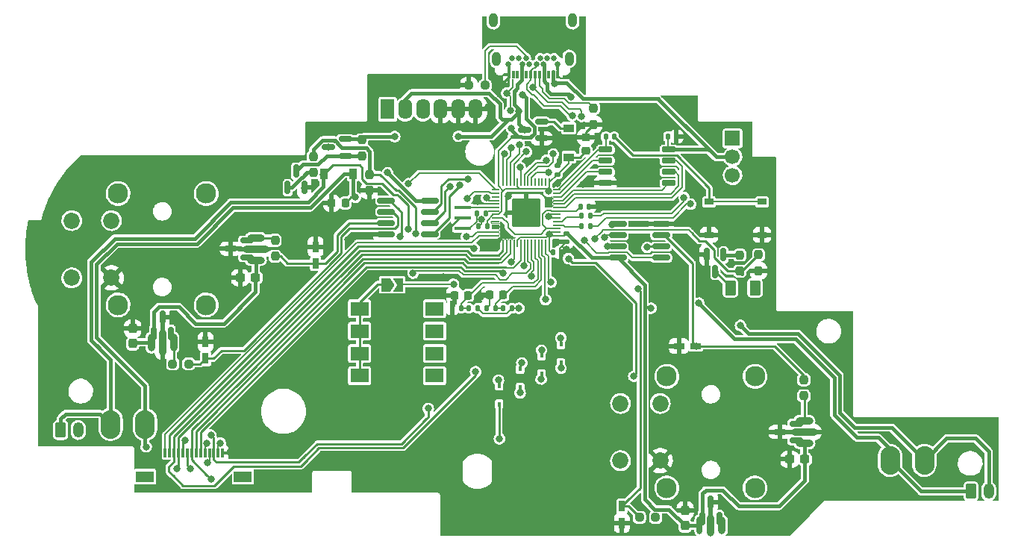
<source format=gbr>
G04 #@! TF.GenerationSoftware,KiCad,Pcbnew,(6.0.7)*
G04 #@! TF.CreationDate,2023-01-30T00:11:12-08:00*
G04 #@! TF.ProjectId,procon_gcc_main_pcb,70726f63-6f6e-45f6-9763-635f6d61696e,rev?*
G04 #@! TF.SameCoordinates,Original*
G04 #@! TF.FileFunction,Copper,L1,Top*
G04 #@! TF.FilePolarity,Positive*
%FSLAX46Y46*%
G04 Gerber Fmt 4.6, Leading zero omitted, Abs format (unit mm)*
G04 Created by KiCad (PCBNEW (6.0.7)) date 2023-01-30 00:11:12*
%MOMM*%
%LPD*%
G01*
G04 APERTURE LIST*
G04 Aperture macros list*
%AMRoundRect*
0 Rectangle with rounded corners*
0 $1 Rounding radius*
0 $2 $3 $4 $5 $6 $7 $8 $9 X,Y pos of 4 corners*
0 Add a 4 corners polygon primitive as box body*
4,1,4,$2,$3,$4,$5,$6,$7,$8,$9,$2,$3,0*
0 Add four circle primitives for the rounded corners*
1,1,$1+$1,$2,$3*
1,1,$1+$1,$4,$5*
1,1,$1+$1,$6,$7*
1,1,$1+$1,$8,$9*
0 Add four rect primitives between the rounded corners*
20,1,$1+$1,$2,$3,$4,$5,0*
20,1,$1+$1,$4,$5,$6,$7,0*
20,1,$1+$1,$6,$7,$8,$9,0*
20,1,$1+$1,$8,$9,$2,$3,0*%
%AMFreePoly0*
4,1,6,1.000000,0.000000,0.500000,-0.750000,-0.500000,-0.750000,-0.500000,0.750000,0.500000,0.750000,1.000000,0.000000,1.000000,0.000000,$1*%
%AMFreePoly1*
4,1,6,0.500000,-0.750000,-0.650000,-0.750000,-0.150000,0.000000,-0.650000,0.750000,0.500000,0.750000,0.500000,-0.750000,0.500000,-0.750000,$1*%
G04 Aperture macros list end*
G04 #@! TA.AperFunction,ComponentPad*
%ADD10RoundRect,0.250000X-0.350000X-0.625000X0.350000X-0.625000X0.350000X0.625000X-0.350000X0.625000X0*%
G04 #@! TD*
G04 #@! TA.AperFunction,ComponentPad*
%ADD11O,1.200000X1.750000*%
G04 #@! TD*
G04 #@! TA.AperFunction,ComponentPad*
%ADD12O,0.800000X2.000000*%
G04 #@! TD*
G04 #@! TA.AperFunction,ComponentPad*
%ADD13O,0.800000X3.000000*%
G04 #@! TD*
G04 #@! TA.AperFunction,ComponentPad*
%ADD14O,2.000000X0.800000*%
G04 #@! TD*
G04 #@! TA.AperFunction,ComponentPad*
%ADD15O,3.000000X0.800000*%
G04 #@! TD*
G04 #@! TA.AperFunction,SMDPad,CuDef*
%ADD16RoundRect,0.237500X-0.237500X0.250000X-0.237500X-0.250000X0.237500X-0.250000X0.237500X0.250000X0*%
G04 #@! TD*
G04 #@! TA.AperFunction,SMDPad,CuDef*
%ADD17RoundRect,0.135000X0.135000X0.185000X-0.135000X0.185000X-0.135000X-0.185000X0.135000X-0.185000X0*%
G04 #@! TD*
G04 #@! TA.AperFunction,SMDPad,CuDef*
%ADD18R,0.900000X1.200000*%
G04 #@! TD*
G04 #@! TA.AperFunction,SMDPad,CuDef*
%ADD19RoundRect,0.237500X0.237500X-0.250000X0.237500X0.250000X-0.237500X0.250000X-0.237500X-0.250000X0*%
G04 #@! TD*
G04 #@! TA.AperFunction,SMDPad,CuDef*
%ADD20RoundRect,0.140000X0.140000X0.170000X-0.140000X0.170000X-0.140000X-0.170000X0.140000X-0.170000X0*%
G04 #@! TD*
G04 #@! TA.AperFunction,ComponentPad*
%ADD21R,1.600000X2.300000*%
G04 #@! TD*
G04 #@! TA.AperFunction,ComponentPad*
%ADD22O,1.600000X2.300000*%
G04 #@! TD*
G04 #@! TA.AperFunction,SMDPad,CuDef*
%ADD23RoundRect,0.150000X0.587500X0.150000X-0.587500X0.150000X-0.587500X-0.150000X0.587500X-0.150000X0*%
G04 #@! TD*
G04 #@! TA.AperFunction,SMDPad,CuDef*
%ADD24RoundRect,0.237500X0.300000X0.237500X-0.300000X0.237500X-0.300000X-0.237500X0.300000X-0.237500X0*%
G04 #@! TD*
G04 #@! TA.AperFunction,SMDPad,CuDef*
%ADD25RoundRect,0.150000X-0.150000X0.587500X-0.150000X-0.587500X0.150000X-0.587500X0.150000X0.587500X0*%
G04 #@! TD*
G04 #@! TA.AperFunction,SMDPad,CuDef*
%ADD26RoundRect,0.140000X-0.140000X-0.170000X0.140000X-0.170000X0.140000X0.170000X-0.140000X0.170000X0*%
G04 #@! TD*
G04 #@! TA.AperFunction,SMDPad,CuDef*
%ADD27R,1.200000X0.900000*%
G04 #@! TD*
G04 #@! TA.AperFunction,SMDPad,CuDef*
%ADD28RoundRect,0.150000X-0.825000X-0.150000X0.825000X-0.150000X0.825000X0.150000X-0.825000X0.150000X0*%
G04 #@! TD*
G04 #@! TA.AperFunction,SMDPad,CuDef*
%ADD29R,0.450000X0.600000*%
G04 #@! TD*
G04 #@! TA.AperFunction,SMDPad,CuDef*
%ADD30R,0.750000X1.200000*%
G04 #@! TD*
G04 #@! TA.AperFunction,SMDPad,CuDef*
%ADD31FreePoly0,0.000000*%
G04 #@! TD*
G04 #@! TA.AperFunction,SMDPad,CuDef*
%ADD32FreePoly1,0.000000*%
G04 #@! TD*
G04 #@! TA.AperFunction,ComponentPad*
%ADD33C,2.300000*%
G04 #@! TD*
G04 #@! TA.AperFunction,ComponentPad*
%ADD34C,1.850000*%
G04 #@! TD*
G04 #@! TA.AperFunction,ComponentPad*
%ADD35O,0.700000X2.000000*%
G04 #@! TD*
G04 #@! TA.AperFunction,ComponentPad*
%ADD36O,0.800000X2.500000*%
G04 #@! TD*
G04 #@! TA.AperFunction,SMDPad,CuDef*
%ADD37O,2.250000X3.250000*%
G04 #@! TD*
G04 #@! TA.AperFunction,SMDPad,CuDef*
%ADD38RoundRect,0.250000X0.375000X0.625000X-0.375000X0.625000X-0.375000X-0.625000X0.375000X-0.625000X0*%
G04 #@! TD*
G04 #@! TA.AperFunction,SMDPad,CuDef*
%ADD39RoundRect,0.150000X0.150000X-0.587500X0.150000X0.587500X-0.150000X0.587500X-0.150000X-0.587500X0*%
G04 #@! TD*
G04 #@! TA.AperFunction,SMDPad,CuDef*
%ADD40RoundRect,0.225000X0.250000X-0.225000X0.250000X0.225000X-0.250000X0.225000X-0.250000X-0.225000X0*%
G04 #@! TD*
G04 #@! TA.AperFunction,SMDPad,CuDef*
%ADD41RoundRect,0.225000X0.225000X0.250000X-0.225000X0.250000X-0.225000X-0.250000X0.225000X-0.250000X0*%
G04 #@! TD*
G04 #@! TA.AperFunction,SMDPad,CuDef*
%ADD42RoundRect,0.050000X-0.050000X0.387500X-0.050000X-0.387500X0.050000X-0.387500X0.050000X0.387500X0*%
G04 #@! TD*
G04 #@! TA.AperFunction,SMDPad,CuDef*
%ADD43RoundRect,0.050000X-0.387500X0.050000X-0.387500X-0.050000X0.387500X-0.050000X0.387500X0.050000X0*%
G04 #@! TD*
G04 #@! TA.AperFunction,SMDPad,CuDef*
%ADD44RoundRect,0.144000X-1.456000X1.456000X-1.456000X-1.456000X1.456000X-1.456000X1.456000X1.456000X0*%
G04 #@! TD*
G04 #@! TA.AperFunction,ComponentPad*
%ADD45C,0.600000*%
G04 #@! TD*
G04 #@! TA.AperFunction,SMDPad,CuDef*
%ADD46R,1.900000X0.400000*%
G04 #@! TD*
G04 #@! TA.AperFunction,SMDPad,CuDef*
%ADD47RoundRect,0.140000X0.170000X-0.140000X0.170000X0.140000X-0.170000X0.140000X-0.170000X-0.140000X0*%
G04 #@! TD*
G04 #@! TA.AperFunction,SMDPad,CuDef*
%ADD48RoundRect,0.237500X-0.250000X-0.237500X0.250000X-0.237500X0.250000X0.237500X-0.250000X0.237500X0*%
G04 #@! TD*
G04 #@! TA.AperFunction,SMDPad,CuDef*
%ADD49RoundRect,0.237500X0.237500X-0.300000X0.237500X0.300000X-0.237500X0.300000X-0.237500X-0.300000X0*%
G04 #@! TD*
G04 #@! TA.AperFunction,SMDPad,CuDef*
%ADD50R,1.000000X0.750000*%
G04 #@! TD*
G04 #@! TA.AperFunction,SMDPad,CuDef*
%ADD51RoundRect,0.150000X0.825000X0.150000X-0.825000X0.150000X-0.825000X-0.150000X0.825000X-0.150000X0*%
G04 #@! TD*
G04 #@! TA.AperFunction,ComponentPad*
%ADD52R,1.700000X1.700000*%
G04 #@! TD*
G04 #@! TA.AperFunction,ComponentPad*
%ADD53C,1.700000*%
G04 #@! TD*
G04 #@! TA.AperFunction,SMDPad,CuDef*
%ADD54R,2.100000X1.600000*%
G04 #@! TD*
G04 #@! TA.AperFunction,SMDPad,CuDef*
%ADD55RoundRect,0.140000X-0.170000X0.140000X-0.170000X-0.140000X0.170000X-0.140000X0.170000X0.140000X0*%
G04 #@! TD*
G04 #@! TA.AperFunction,SMDPad,CuDef*
%ADD56R,2.000000X1.300000*%
G04 #@! TD*
G04 #@! TA.AperFunction,SMDPad,CuDef*
%ADD57R,0.300000X1.000000*%
G04 #@! TD*
G04 #@! TA.AperFunction,SMDPad,CuDef*
%ADD58R,0.300000X0.900000*%
G04 #@! TD*
G04 #@! TA.AperFunction,ComponentPad*
%ADD59C,0.650000*%
G04 #@! TD*
G04 #@! TA.AperFunction,ComponentPad*
%ADD60O,1.000000X1.600000*%
G04 #@! TD*
G04 #@! TA.AperFunction,SMDPad,CuDef*
%ADD61RoundRect,0.150000X-0.650000X-0.150000X0.650000X-0.150000X0.650000X0.150000X-0.650000X0.150000X0*%
G04 #@! TD*
G04 #@! TA.AperFunction,SMDPad,CuDef*
%ADD62RoundRect,0.135000X-0.135000X-0.185000X0.135000X-0.185000X0.135000X0.185000X-0.135000X0.185000X0*%
G04 #@! TD*
G04 #@! TA.AperFunction,SMDPad,CuDef*
%ADD63RoundRect,0.237500X0.250000X0.237500X-0.250000X0.237500X-0.250000X-0.237500X0.250000X-0.237500X0*%
G04 #@! TD*
G04 #@! TA.AperFunction,SMDPad,CuDef*
%ADD64R,1.200000X0.750000*%
G04 #@! TD*
G04 #@! TA.AperFunction,ViaPad*
%ADD65C,0.800000*%
G04 #@! TD*
G04 #@! TA.AperFunction,Conductor*
%ADD66C,0.250000*%
G04 #@! TD*
G04 #@! TA.AperFunction,Conductor*
%ADD67C,0.400000*%
G04 #@! TD*
G04 #@! TA.AperFunction,Conductor*
%ADD68C,0.200000*%
G04 #@! TD*
G04 APERTURE END LIST*
D10*
X84870000Y-139330000D03*
D11*
X86870000Y-139330000D03*
X190150000Y-146280000D03*
D10*
X188150000Y-146280000D03*
D12*
X95149000Y-129394000D03*
D13*
X96419000Y-129394000D03*
D12*
X97689000Y-129394000D03*
D14*
X107019000Y-120064000D03*
D15*
X107019000Y-118794000D03*
D14*
X107019000Y-117524000D03*
D16*
X113538000Y-108307500D03*
X113538000Y-110132500D03*
D17*
X144960000Y-115050000D03*
X143940000Y-115050000D03*
D18*
X118050000Y-110250000D03*
X114750000Y-110250000D03*
D19*
X161925000Y-121305000D03*
X161925000Y-119480000D03*
D16*
X169184000Y-133621500D03*
X169184000Y-135446500D03*
D20*
X133250000Y-116240000D03*
X132290000Y-116240000D03*
D21*
X121970000Y-102930000D03*
D22*
X123970000Y-102930000D03*
X125970000Y-102930000D03*
X127970000Y-102930000D03*
X129970000Y-102930000D03*
X131970000Y-102930000D03*
D23*
X106027500Y-119720000D03*
X106027500Y-117820000D03*
X104152500Y-118770000D03*
D24*
X106986500Y-122044000D03*
X105261500Y-122044000D03*
D25*
X160075000Y-119455000D03*
X158175000Y-119455000D03*
X159125000Y-121330000D03*
D26*
X153770000Y-106025000D03*
X154730000Y-106025000D03*
D23*
X139437500Y-106250000D03*
X139437500Y-104350000D03*
X137562500Y-105300000D03*
D27*
X142500000Y-108370000D03*
X142500000Y-105070000D03*
D28*
X121800000Y-113295000D03*
X121800000Y-114565000D03*
X121800000Y-115835000D03*
X121800000Y-117105000D03*
X126750000Y-117105000D03*
X126750000Y-115835000D03*
X126750000Y-114565000D03*
X126750000Y-113295000D03*
D29*
X137000000Y-132410000D03*
X137000000Y-134510000D03*
D17*
X132190000Y-125510000D03*
X131170000Y-125510000D03*
D30*
X113800000Y-120430000D03*
X113800000Y-118530000D03*
D31*
X121775000Y-122849999D03*
D32*
X123225000Y-122849999D03*
D17*
X136090000Y-125520000D03*
X135070000Y-125520000D03*
D24*
X169306500Y-142654000D03*
X167581500Y-142654000D03*
D33*
X163644000Y-133244000D03*
X163644000Y-145894000D03*
X153644000Y-133244000D03*
X153644000Y-145894000D03*
D34*
X152894000Y-136319000D03*
X148394000Y-136319000D03*
X152894000Y-142819000D03*
X148394000Y-142819000D03*
D30*
X148540000Y-147990000D03*
X148540000Y-149890000D03*
D19*
X164050000Y-121280000D03*
X164050000Y-119455000D03*
D35*
X157374000Y-150169000D03*
D36*
X158644000Y-150169000D03*
D12*
X159914000Y-150169000D03*
D14*
X169244000Y-140839000D03*
D15*
X169244000Y-139569000D03*
D14*
X169244000Y-138299000D03*
D37*
X178969000Y-142769000D03*
X182869000Y-142769000D03*
D38*
X163650000Y-123192500D03*
X160850000Y-123192500D03*
D39*
X110625000Y-111837500D03*
X112525000Y-111837500D03*
X111575000Y-109962500D03*
D17*
X144935000Y-116225000D03*
X143915000Y-116225000D03*
D40*
X144460000Y-107665000D03*
X144460000Y-106115000D03*
D17*
X130340000Y-125500000D03*
X129320000Y-125500000D03*
D26*
X140700000Y-119180000D03*
X141660000Y-119180000D03*
D41*
X131100000Y-124050000D03*
X129550000Y-124050000D03*
D26*
X146720000Y-106050000D03*
X147680000Y-106050000D03*
D42*
X140295000Y-111246079D03*
X139895000Y-111246079D03*
X139495000Y-111246079D03*
X139095000Y-111246079D03*
X138695000Y-111246079D03*
X138295000Y-111246079D03*
X137895000Y-111246079D03*
X137495000Y-111246079D03*
X137095000Y-111246079D03*
X136695000Y-111246079D03*
X136295000Y-111246079D03*
X135895000Y-111246079D03*
X135495000Y-111246079D03*
X135095000Y-111246079D03*
D43*
X134257500Y-112083579D03*
X134257500Y-112483579D03*
X134257500Y-112883579D03*
X134257500Y-113283579D03*
X134257500Y-113683579D03*
X134257500Y-114083579D03*
X134257500Y-114483579D03*
X134257500Y-114883579D03*
X134257500Y-115283579D03*
X134257500Y-115683579D03*
X134257500Y-116083579D03*
X134257500Y-116483579D03*
X134257500Y-116883579D03*
X134257500Y-117283579D03*
D42*
X135095000Y-118121079D03*
X135495000Y-118121079D03*
X135895000Y-118121079D03*
X136295000Y-118121079D03*
X136695000Y-118121079D03*
X137095000Y-118121079D03*
X137495000Y-118121079D03*
X137895000Y-118121079D03*
X138295000Y-118121079D03*
X138695000Y-118121079D03*
X139095000Y-118121079D03*
X139495000Y-118121079D03*
X139895000Y-118121079D03*
X140295000Y-118121079D03*
D43*
X141132500Y-117283579D03*
X141132500Y-116883579D03*
X141132500Y-116483579D03*
X141132500Y-116083579D03*
X141132500Y-115683579D03*
X141132500Y-115283579D03*
X141132500Y-114883579D03*
X141132500Y-114483579D03*
X141132500Y-114083579D03*
X141132500Y-113683579D03*
X141132500Y-113283579D03*
X141132500Y-112883579D03*
X141132500Y-112483579D03*
X141132500Y-112083579D03*
D44*
X137695000Y-114683579D03*
D45*
X136420000Y-113408579D03*
X138970000Y-115958579D03*
X136420000Y-115958579D03*
X138970000Y-113408579D03*
X138970000Y-114683579D03*
X137695000Y-115958579D03*
X136420000Y-114683579D03*
X137695000Y-114683579D03*
X137695000Y-113408579D03*
D46*
X130500000Y-114075000D03*
X130500000Y-116475000D03*
X130500000Y-115275000D03*
D41*
X135075000Y-124025000D03*
X133525000Y-124025000D03*
D47*
X141250000Y-110330000D03*
X141250000Y-109370000D03*
D33*
X101394000Y-112494000D03*
X101394000Y-125144000D03*
X91394000Y-112494000D03*
X91394000Y-125144000D03*
D34*
X90644000Y-115569000D03*
X86144000Y-115569000D03*
X90644000Y-122069000D03*
X86144000Y-122069000D03*
D48*
X150541500Y-149234000D03*
X152366500Y-149234000D03*
D49*
X155724000Y-150186500D03*
X155724000Y-148461500D03*
D50*
X164442500Y-117195000D03*
X158442500Y-117195000D03*
X164442500Y-113445000D03*
X158442500Y-113445000D03*
D29*
X139430000Y-130880000D03*
X139430000Y-132980000D03*
D51*
X153015000Y-119795000D03*
X153015000Y-118525000D03*
X153015000Y-117255000D03*
X153015000Y-115985000D03*
X148065000Y-115985000D03*
X148065000Y-117255000D03*
X148065000Y-118525000D03*
X148065000Y-119795000D03*
D49*
X93054000Y-129534000D03*
X93054000Y-127809000D03*
D19*
X109200000Y-119619000D03*
X109200000Y-117794000D03*
D52*
X161100000Y-106250000D03*
D53*
X161100000Y-108325000D03*
X161100000Y-110425000D03*
D30*
X101325000Y-131225000D03*
X101325000Y-129325000D03*
D20*
X144830000Y-113975000D03*
X143870000Y-113975000D03*
D41*
X117165000Y-113580000D03*
X115615000Y-113580000D03*
D39*
X95470000Y-128367500D03*
X97370000Y-128367500D03*
X96420000Y-126492500D03*
D54*
X118800000Y-125575000D03*
X118800000Y-128125000D03*
X118800000Y-130665000D03*
X118800000Y-133175000D03*
X127300000Y-125575000D03*
X127300000Y-128125000D03*
X127300000Y-130665000D03*
X127300000Y-133175000D03*
D37*
X94450000Y-138690000D03*
X90550000Y-138690000D03*
D55*
X142240000Y-117030000D03*
X142240000Y-117990000D03*
D56*
X105550000Y-144625000D03*
X94450000Y-144625000D03*
D57*
X96750000Y-141925000D03*
X97250000Y-141925000D03*
X97750000Y-141925000D03*
X98250000Y-141925000D03*
X98750000Y-141925000D03*
X99250000Y-141925000D03*
X99750000Y-141925000D03*
X100250000Y-141925000D03*
X100750000Y-141925000D03*
X101250000Y-141925000D03*
X101750000Y-141925000D03*
X102250000Y-141925000D03*
X102750000Y-141925000D03*
X103250000Y-141925000D03*
D17*
X134190000Y-125510000D03*
X133170000Y-125510000D03*
D23*
X117162500Y-108200000D03*
X117162500Y-106300000D03*
X115287500Y-107250000D03*
D58*
X141210000Y-99035000D03*
X140710000Y-99035000D03*
X140210000Y-99035000D03*
X139710000Y-99035000D03*
X139210000Y-99035000D03*
X138710000Y-99035000D03*
X138210000Y-99035000D03*
X137710000Y-99035000D03*
X137210000Y-99035000D03*
X136710000Y-99035000D03*
X136210000Y-99035000D03*
X135710000Y-99035000D03*
D59*
X135660000Y-97825000D03*
X136060000Y-97125000D03*
X136860000Y-97125000D03*
X137260000Y-97825000D03*
X137660000Y-97125000D03*
X138060000Y-97825000D03*
X138860000Y-97825000D03*
X139260000Y-97125000D03*
X139660000Y-97825000D03*
X140060000Y-97125000D03*
X140860000Y-97125000D03*
X141260000Y-97825000D03*
D60*
X133970000Y-92835000D03*
X142590000Y-97225000D03*
X134330000Y-97225000D03*
X142950000Y-92835000D03*
D61*
X146675000Y-107520000D03*
X146675000Y-108790000D03*
X146675000Y-110060000D03*
X146675000Y-111330000D03*
X153875000Y-111330000D03*
X153875000Y-110060000D03*
X153875000Y-108790000D03*
X153875000Y-107520000D03*
D62*
X132065000Y-114775000D03*
X133085000Y-114775000D03*
D63*
X99416500Y-131824000D03*
X97591500Y-131824000D03*
D29*
X134620000Y-134300000D03*
X134620000Y-136400000D03*
D19*
X119050000Y-108237500D03*
X119050000Y-106412500D03*
D63*
X133012500Y-100240000D03*
X131187500Y-100240000D03*
D39*
X157680000Y-149367500D03*
X159580000Y-149367500D03*
X158630000Y-147492500D03*
D19*
X119875000Y-112162500D03*
X119875000Y-110337500D03*
D29*
X141630000Y-129620000D03*
X141630000Y-131720000D03*
D64*
X156906000Y-129794000D03*
X155006000Y-129794000D03*
D16*
X145330000Y-102837500D03*
X145330000Y-104662500D03*
D23*
X168317500Y-140510000D03*
X168317500Y-138610000D03*
X166442500Y-139560000D03*
D65*
X88370000Y-140360000D03*
X94590000Y-141240000D03*
X184920000Y-143850000D03*
X151870000Y-125510000D03*
X140295000Y-117163579D03*
X140884153Y-100058132D03*
X137304731Y-101302325D03*
X140262365Y-112262282D03*
X136025000Y-105098360D03*
X121970000Y-110145000D03*
X140255000Y-115123579D03*
X136880000Y-125510000D03*
X152366500Y-149234000D03*
X131030000Y-113050000D03*
X99620000Y-143730500D03*
X118800000Y-133175000D03*
X129450000Y-122790000D03*
X134657299Y-140317299D03*
X101922500Y-144908488D03*
X135958340Y-120258341D03*
X135036212Y-121564500D03*
X135224500Y-107984317D03*
X102974500Y-140800000D03*
X137000000Y-135120000D03*
X126580000Y-136900000D03*
X137000000Y-135120000D03*
X137720000Y-107770000D03*
X101919500Y-139904007D03*
X135980369Y-107330354D03*
X101535500Y-143008988D03*
X136903789Y-106947860D03*
X101474500Y-140800000D03*
X99020500Y-140460000D03*
X140765586Y-108021000D03*
X141630000Y-132320000D03*
X98035500Y-143676218D03*
X139387701Y-133537701D03*
X131951097Y-132711097D03*
X131783374Y-118746254D03*
X130900000Y-117400500D03*
X141280000Y-111370000D03*
X132225000Y-113384079D03*
X135636000Y-112776000D03*
X120840000Y-100140000D03*
X147425000Y-102850000D03*
X112575000Y-111875000D03*
X142494000Y-106680000D03*
X132550000Y-124210000D03*
X132600000Y-115470000D03*
X144110000Y-111500000D03*
X142260000Y-118810000D03*
X134480000Y-100510000D03*
X128675000Y-116675000D03*
X125710000Y-107200000D03*
X133330000Y-102630000D03*
X105156000Y-121920000D03*
X133725000Y-118350000D03*
X96450000Y-145740000D03*
X155724000Y-148461500D03*
X148990000Y-109080000D03*
X143450000Y-99425000D03*
X104050000Y-141825000D03*
X145900000Y-113950000D03*
X138625000Y-102900000D03*
X128270000Y-121920000D03*
X158075000Y-119517500D03*
X119760000Y-114070000D03*
X117430000Y-117740000D03*
X101346000Y-129325000D03*
X150351500Y-123330832D03*
X151410000Y-118600000D03*
X156972000Y-129794000D03*
X130007535Y-106007535D03*
X122769500Y-106050000D03*
X157287500Y-124937500D03*
X136872732Y-103147503D03*
X118300000Y-112940000D03*
X142784668Y-101540332D03*
X137562500Y-105300000D03*
X119050000Y-106412500D03*
X118050000Y-110250000D03*
X124299500Y-116530000D03*
X163650000Y-123192500D03*
X162000000Y-127475000D03*
X115287500Y-107250000D03*
X114700000Y-110325000D03*
X139890000Y-124540000D03*
X135490000Y-101090000D03*
X135874290Y-103101467D03*
X125175500Y-117030000D03*
X140507109Y-122560000D03*
X138307609Y-121871634D03*
X145490000Y-117630000D03*
X134540000Y-133680000D03*
X127300000Y-133175000D03*
X127300000Y-130665000D03*
X137190000Y-131720000D03*
X139430000Y-130280000D03*
X127300000Y-128125000D03*
X141620000Y-128880000D03*
X127300000Y-125575000D03*
X143987761Y-103752239D03*
X155594265Y-112958768D03*
X138444958Y-100410500D03*
X156336729Y-113701232D03*
X142900000Y-103675000D03*
X124347832Y-111392168D03*
X142484830Y-119890240D03*
X149901500Y-133240000D03*
X133198379Y-112984079D03*
X123360242Y-117400500D03*
X124860000Y-121545312D03*
X130150000Y-111570000D03*
X147400000Y-116000000D03*
X136994500Y-109527474D03*
X129025378Y-111705378D03*
X146580000Y-117510000D03*
X140220000Y-110140000D03*
X146950000Y-118500000D03*
X139980000Y-108720500D03*
X131050396Y-110870500D03*
X137477937Y-120717938D03*
X144287170Y-117832831D03*
D66*
X109804000Y-119619000D02*
X110615000Y-120430000D01*
X110615000Y-120430000D02*
X113800000Y-120430000D01*
X109200000Y-119619000D02*
X109804000Y-119619000D01*
X108930000Y-117524000D02*
X109200000Y-117794000D01*
X107019000Y-117524000D02*
X108930000Y-117524000D01*
D67*
X84870000Y-138070000D02*
X84870000Y-139330000D01*
X85430000Y-137510000D02*
X84870000Y-138070000D01*
X89370000Y-137510000D02*
X85430000Y-137510000D01*
X90550000Y-138690000D02*
X89370000Y-137510000D01*
X94450000Y-141100000D02*
X94590000Y-141240000D01*
X94450000Y-138690000D02*
X94450000Y-141100000D01*
X178969000Y-142769000D02*
X182480000Y-146280000D01*
X182480000Y-146280000D02*
X188150000Y-146280000D01*
X190150000Y-141750000D02*
X190150000Y-146280000D01*
X185358000Y-140280000D02*
X188680000Y-140280000D01*
X188680000Y-140280000D02*
X190150000Y-141750000D01*
X182869000Y-142769000D02*
X185358000Y-140280000D01*
D66*
X157356396Y-117895000D02*
X156445698Y-116984302D01*
X159000000Y-118870749D02*
X158024251Y-117895000D01*
X159000000Y-119260000D02*
X159000000Y-118870749D01*
D68*
X156445698Y-116984302D02*
X156116396Y-116655000D01*
D66*
X159000000Y-119260000D02*
X159000000Y-119017500D01*
X159000000Y-119789251D02*
X159000000Y-119260000D01*
X158024251Y-117895000D02*
X157356396Y-117895000D01*
X116251802Y-117211802D02*
X117628604Y-115835000D01*
X116251802Y-119085762D02*
X116251802Y-117211802D01*
X114907564Y-120430000D02*
X116251802Y-119085762D01*
X117628604Y-115835000D02*
X121800000Y-115835000D01*
X113800000Y-120430000D02*
X114907564Y-120430000D01*
X122540000Y-114565000D02*
X121800000Y-114565000D01*
X123125000Y-115150000D02*
X122540000Y-114565000D01*
X122801751Y-116480000D02*
X123125000Y-116156751D01*
X117620000Y-116480000D02*
X122801751Y-116480000D01*
X123125000Y-116156751D02*
X123125000Y-115150000D01*
X116701802Y-119272158D02*
X116701802Y-117398198D01*
X103124000Y-130302000D02*
X105671960Y-130302000D01*
X101325000Y-131225000D02*
X102201000Y-131225000D01*
X102201000Y-131225000D02*
X103124000Y-130302000D01*
X105671960Y-130302000D02*
X116701802Y-119272158D01*
X116701802Y-117398198D02*
X117620000Y-116480000D01*
X118680000Y-114070000D02*
X117990000Y-114760000D01*
X119760000Y-114070000D02*
X118680000Y-114070000D01*
D68*
X141132500Y-114883579D02*
X140495000Y-114883579D01*
D67*
X140925000Y-99925000D02*
X140700000Y-99700000D01*
D68*
X141132500Y-115283579D02*
X140415000Y-115283579D01*
X140525000Y-117283579D02*
X140350000Y-117108579D01*
D67*
X157680000Y-149367500D02*
X157680000Y-146545000D01*
X126750000Y-113295000D02*
X125130000Y-113295000D01*
D68*
X137082157Y-111953579D02*
X139995000Y-111953579D01*
D67*
X157374000Y-150169000D02*
X155741500Y-150169000D01*
X169244000Y-142591500D02*
X169306500Y-142654000D01*
X157680000Y-146545000D02*
X158055000Y-146170000D01*
X159239000Y-108369000D02*
X158985000Y-108115000D01*
X103378000Y-127254000D02*
X106986500Y-123645500D01*
X138554536Y-105745464D02*
X138375000Y-105925000D01*
X161789000Y-147964000D02*
X166374000Y-147964000D01*
D68*
X136090000Y-125520000D02*
X136870000Y-125520000D01*
D67*
X159995000Y-146170000D02*
X161789000Y-147964000D01*
D68*
X135335000Y-111953579D02*
X136893579Y-111953579D01*
X133936421Y-114883579D02*
X133250000Y-115570000D01*
D67*
X137225000Y-106100000D02*
X138186396Y-106100000D01*
X136025000Y-105277817D02*
X136747184Y-106000000D01*
X95470000Y-128367500D02*
X95470000Y-125905000D01*
X137672732Y-104022732D02*
X138600000Y-104950000D01*
X137304731Y-101302325D02*
X137672732Y-101670326D01*
D66*
X143755000Y-108370000D02*
X144460000Y-107665000D01*
D67*
X169306500Y-145031500D02*
X169306500Y-142654000D01*
D68*
X136695000Y-117793579D02*
X136995000Y-117493579D01*
X140295000Y-112253579D02*
X140271068Y-112253579D01*
D67*
X95470000Y-125905000D02*
X96020000Y-125355000D01*
D68*
X134577843Y-114883579D02*
X134925000Y-114536422D01*
X141132500Y-117283579D02*
X140525000Y-117283579D01*
X139995000Y-111953579D02*
X140295000Y-112253579D01*
X141132500Y-116883579D02*
X140575000Y-116883579D01*
D67*
X137672732Y-101670326D02*
X137672732Y-102027268D01*
X125120000Y-113295000D02*
X121970000Y-110145000D01*
D68*
X141250000Y-110330000D02*
X142500000Y-109080000D01*
X140295000Y-111246079D02*
X140333921Y-111246079D01*
X140295000Y-115083579D02*
X140255000Y-115123579D01*
D67*
X166374000Y-147964000D02*
X169306500Y-145031500D01*
X148065000Y-119795000D02*
X145118675Y-119795000D01*
X138186396Y-106100000D02*
X138300000Y-105986396D01*
D68*
X134925000Y-112363579D02*
X135106790Y-112181790D01*
D67*
X152640000Y-101760000D02*
X151480000Y-101760000D01*
X98280000Y-125355000D02*
X100179000Y-127254000D01*
D68*
X134525000Y-108450000D02*
X134525000Y-107650000D01*
X136995000Y-117493579D02*
X139965000Y-117493579D01*
D67*
X140700000Y-98700000D02*
X140700000Y-99700000D01*
D68*
X134257500Y-114883579D02*
X133936421Y-114883579D01*
D67*
X151151000Y-122881000D02*
X148065000Y-119795000D01*
D68*
X140350000Y-117108579D02*
X140295000Y-117163579D01*
X158415000Y-107545000D02*
X158985000Y-108115000D01*
D67*
X151470000Y-101750000D02*
X144125000Y-101750000D01*
D68*
X140333921Y-111246079D02*
X141250000Y-110330000D01*
X153770000Y-106025000D02*
X153770000Y-107415000D01*
D67*
X100179000Y-127254000D02*
X103378000Y-127254000D01*
D68*
X142500000Y-109080000D02*
X142500000Y-108370000D01*
X140295000Y-112253579D02*
X140295000Y-112263579D01*
D66*
X142500000Y-108370000D02*
X143755000Y-108370000D01*
D68*
X140471079Y-111070000D02*
X140295000Y-111246079D01*
X140575000Y-116883579D02*
X140350000Y-117108579D01*
X151600000Y-125510000D02*
X151151000Y-125061000D01*
D67*
X151480000Y-101760000D02*
X151470000Y-101750000D01*
D68*
X136695000Y-118121079D02*
X136695000Y-117793579D01*
D67*
X161069000Y-108369000D02*
X159239000Y-108369000D01*
X136747184Y-106000000D02*
X136425000Y-106000000D01*
D68*
X141132500Y-117283579D02*
X142031421Y-117283579D01*
D67*
X138600000Y-104950000D02*
X138600000Y-105725000D01*
D68*
X136175000Y-106000000D02*
X136425000Y-106000000D01*
D67*
X107019000Y-122011500D02*
X106986500Y-122044000D01*
D68*
X135106790Y-112181790D02*
X134525000Y-111600000D01*
D67*
X155724000Y-150186500D02*
X153896500Y-148359000D01*
D68*
X139965000Y-117493579D02*
X140295000Y-117163579D01*
D67*
X153896500Y-148359000D02*
X152291000Y-148359000D01*
X144125000Y-101750000D02*
X142300000Y-99925000D01*
D68*
X136695000Y-111246079D02*
X136695000Y-111566422D01*
X135470000Y-126140000D02*
X132820000Y-126140000D01*
D67*
X137125000Y-106000000D02*
X137225000Y-106100000D01*
X137672732Y-103572732D02*
X137672732Y-102027268D01*
D68*
X153770000Y-107415000D02*
X153875000Y-107520000D01*
X140295000Y-117163579D02*
X140295000Y-118121079D01*
X132820000Y-126140000D02*
X132190000Y-125510000D01*
D67*
X125130000Y-113295000D02*
X125125000Y-113300000D01*
D68*
X142031421Y-117283579D02*
X142200000Y-117115000D01*
D67*
X137672732Y-103572732D02*
X137672732Y-104022732D01*
X96020000Y-125355000D02*
X98280000Y-125355000D01*
X136025000Y-105098360D02*
X136025000Y-105277817D01*
X107019000Y-120064000D02*
X107019000Y-122011500D01*
X136747184Y-106000000D02*
X137125000Y-106000000D01*
X151151000Y-125061000D02*
X151151000Y-122881000D01*
D68*
X140295000Y-118121079D02*
X140295000Y-118963579D01*
X133250000Y-115570000D02*
X133250000Y-116240000D01*
D67*
X151151000Y-147219000D02*
X151151000Y-125061000D01*
D68*
X140295000Y-118963579D02*
X140525000Y-119193579D01*
D67*
X93156500Y-129394000D02*
X93014000Y-129536500D01*
X106986500Y-123645500D02*
X106986500Y-122044000D01*
X169244000Y-140839000D02*
X169244000Y-142591500D01*
D68*
X140415000Y-115283579D02*
X140255000Y-115123579D01*
D67*
X155741500Y-150169000D02*
X155724000Y-150186500D01*
D68*
X140271068Y-112253579D02*
X140262365Y-112262282D01*
D67*
X145118675Y-119795000D02*
X142353675Y-117030000D01*
X142353675Y-117030000D02*
X142240000Y-117030000D01*
X152291000Y-148359000D02*
X151151000Y-147219000D01*
X136425000Y-106000000D02*
X136050000Y-106000000D01*
D68*
X134925000Y-114536422D02*
X134925000Y-112363579D01*
X134525000Y-111600000D02*
X134525000Y-108450000D01*
X140495000Y-114883579D02*
X140255000Y-115123579D01*
X140295000Y-111246079D02*
X140295000Y-112263579D01*
X135106790Y-112181790D02*
X135335000Y-111953579D01*
D67*
X152640000Y-101770000D02*
X152640000Y-101760000D01*
X126750000Y-113295000D02*
X125120000Y-113295000D01*
X142300000Y-99925000D02*
X140925000Y-99925000D01*
D68*
X134257500Y-114883579D02*
X134577843Y-114883579D01*
X136695000Y-111246079D02*
X136695000Y-111755000D01*
D67*
X158390000Y-107520000D02*
X158415000Y-107545000D01*
X153875000Y-107520000D02*
X158390000Y-107520000D01*
X158985000Y-108115000D02*
X152640000Y-101770000D01*
D68*
X136090000Y-125520000D02*
X135470000Y-126140000D01*
X136695000Y-111755000D02*
X136893579Y-111953579D01*
X136870000Y-125520000D02*
X136880000Y-125510000D01*
X151870000Y-125510000D02*
X151600000Y-125510000D01*
D67*
X137672732Y-102027268D02*
X137672732Y-104036336D01*
D68*
X136893579Y-111953579D02*
X137082157Y-111953579D01*
X134525000Y-107650000D02*
X136175000Y-106000000D01*
X136025000Y-105098360D02*
X136025000Y-105136396D01*
D67*
X158055000Y-146170000D02*
X159995000Y-146170000D01*
X95149000Y-129394000D02*
X93156500Y-129394000D01*
D66*
X169244000Y-135506500D02*
X169184000Y-135446500D01*
X169244000Y-138299000D02*
X169244000Y-135506500D01*
X97689000Y-129394000D02*
X97689000Y-131726500D01*
X97689000Y-131726500D02*
X97591500Y-131824000D01*
X99250000Y-143360500D02*
X99620000Y-143730500D01*
D68*
X133488329Y-112284079D02*
X131795921Y-112284079D01*
D66*
X118800000Y-124840000D02*
X120850000Y-122790000D01*
X118800000Y-125575000D02*
X118800000Y-133175000D01*
D68*
X131795921Y-112284079D02*
X131030000Y-113050000D01*
D66*
X99250000Y-141925000D02*
X99250000Y-143360500D01*
X120850000Y-122790000D02*
X122120000Y-122790000D01*
D68*
X133687829Y-112483579D02*
X133488329Y-112284079D01*
X123305000Y-122790000D02*
X129450000Y-122790000D01*
D66*
X118800000Y-125575000D02*
X118800000Y-124840000D01*
D68*
X134257500Y-112483579D02*
X133687829Y-112483579D01*
X134856183Y-120371254D02*
X134551254Y-120371254D01*
D66*
X99750000Y-142725000D02*
X101462500Y-144437500D01*
X99750000Y-139335228D02*
X105392614Y-133692614D01*
X134620000Y-140280000D02*
X134620000Y-136400000D01*
X134657299Y-140317299D02*
X134620000Y-140280000D01*
X101462500Y-144437500D02*
X101922500Y-144897500D01*
X99750000Y-141925000D02*
X99750000Y-139335228D01*
X101922500Y-144897500D02*
X101922500Y-144908488D01*
D68*
X135895000Y-119332437D02*
X134856183Y-120371254D01*
D66*
X130260000Y-119900000D02*
X130639023Y-119900000D01*
X119185228Y-119900000D02*
X130260000Y-119900000D01*
X99750000Y-141925000D02*
X99750000Y-142725000D01*
X131110277Y-120371254D02*
X134551254Y-120371254D01*
X130639023Y-119900000D02*
X131110277Y-120371254D01*
X105392614Y-133692614D02*
X119185228Y-119900000D01*
D68*
X135895000Y-118121079D02*
X135895000Y-119332437D01*
D66*
X100250000Y-141925000D02*
X100250000Y-139471624D01*
D68*
X136248290Y-120958341D02*
X135528341Y-120958341D01*
X137095000Y-120111631D02*
X136248290Y-120958341D01*
D66*
X130942627Y-120840000D02*
X135410000Y-120840000D01*
X100250000Y-139471624D02*
X119350812Y-120370812D01*
D68*
X137095000Y-118121079D02*
X137095000Y-120111631D01*
X135528341Y-120958341D02*
X135410000Y-120840000D01*
D66*
X119350812Y-120370812D02*
X130473439Y-120370812D01*
X130473439Y-120370812D02*
X130942627Y-120840000D01*
X130749188Y-121290000D02*
X134761712Y-121290000D01*
X134761712Y-121290000D02*
X135036212Y-121564500D01*
X130280000Y-120820812D02*
X130749188Y-121290000D01*
X119537208Y-120820812D02*
X130280000Y-120820812D01*
X109624010Y-130734010D02*
X113699010Y-126659010D01*
X100750000Y-141925000D02*
X100750000Y-139608020D01*
X113699010Y-126659010D02*
X119537208Y-120820812D01*
D68*
X136295000Y-119921681D02*
X135958340Y-120258341D01*
X136295000Y-118121079D02*
X136295000Y-119921681D01*
D66*
X100750000Y-139608020D02*
X109624010Y-130734010D01*
D68*
X135095000Y-108113817D02*
X135224500Y-107984317D01*
X135095000Y-111246079D02*
X135095000Y-108113817D01*
X102750000Y-141024500D02*
X102974500Y-140800000D01*
X102750000Y-141925000D02*
X102750000Y-141024500D01*
X136295000Y-111246079D02*
X136295000Y-109475000D01*
D66*
X126357000Y-138057000D02*
X126580000Y-137834000D01*
X102250000Y-141925000D02*
X102250000Y-140234507D01*
X123524000Y-140890000D02*
X126357000Y-138057000D01*
X113994812Y-140890000D02*
X123524000Y-140890000D01*
X111904812Y-142980000D02*
X102555000Y-142980000D01*
D68*
X111904812Y-142980000D02*
X112477406Y-142407406D01*
D66*
X102250000Y-140234507D02*
X101919500Y-139904007D01*
X137000000Y-135120000D02*
X137000000Y-134510000D01*
D68*
X136295000Y-109195000D02*
X137720000Y-107770000D01*
D66*
X112477406Y-142407406D02*
X112662406Y-142222406D01*
X112662406Y-142222406D02*
X111904812Y-142980000D01*
X126580000Y-137834000D02*
X126580000Y-136900000D01*
X102250000Y-142675000D02*
X102250000Y-141925000D01*
X102555000Y-142980000D02*
X102250000Y-142675000D01*
X112662406Y-142222406D02*
X113994812Y-140890000D01*
D68*
X136295000Y-109475000D02*
X136295000Y-109195000D01*
X101750000Y-142794488D02*
X101535500Y-143008988D01*
X135495000Y-111246079D02*
X135495000Y-108703767D01*
X101750000Y-141925000D02*
X101750000Y-142794488D01*
X135495000Y-108703767D02*
X135924500Y-108274267D01*
X135924500Y-108274267D02*
X135924500Y-107386223D01*
X135924500Y-107386223D02*
X135980369Y-107330354D01*
X101250000Y-141925000D02*
X101250000Y-141024500D01*
X136324500Y-108600500D02*
X136903789Y-108021211D01*
X135895000Y-109030000D02*
X136324500Y-108600500D01*
X136903789Y-108021211D02*
X136903789Y-106947860D01*
X135895000Y-111246079D02*
X135895000Y-109030000D01*
X101250000Y-141024500D02*
X101474500Y-140800000D01*
X140765586Y-108021000D02*
X140765586Y-108924864D01*
X137895000Y-110529314D02*
X139004314Y-109420000D01*
D66*
X98750000Y-140730500D02*
X99020500Y-140460000D01*
D68*
X137895000Y-110785000D02*
X137895000Y-110585000D01*
X140270450Y-109420000D02*
X140220000Y-109420000D01*
D66*
X98750000Y-141925000D02*
X98750000Y-140730500D01*
D68*
X137895000Y-111246079D02*
X137895000Y-110785000D01*
X140765586Y-108924864D02*
X140270450Y-109420000D01*
X139004314Y-109420000D02*
X140220000Y-109420000D01*
X137895000Y-110585000D02*
X137895000Y-110529314D01*
X135495000Y-119131396D02*
X134705142Y-119921254D01*
D66*
X98250000Y-142730000D02*
X98260000Y-142740000D01*
X119023832Y-119425000D02*
X130800419Y-119425000D01*
X141630000Y-132320000D02*
X141630000Y-131720000D01*
X130800419Y-119425000D02*
X131296673Y-119921254D01*
X98260000Y-143451718D02*
X98035500Y-143676218D01*
X98250000Y-141925000D02*
X98250000Y-142730000D01*
X98250000Y-140198832D02*
X119023832Y-119425000D01*
D68*
X98250000Y-141925000D02*
X98250000Y-140163476D01*
D66*
X98250000Y-141925000D02*
X98250000Y-140198832D01*
X131296673Y-119921254D02*
X134705142Y-119921254D01*
X98260000Y-142740000D02*
X98260000Y-143451718D01*
D68*
X135495000Y-118121079D02*
X135495000Y-119065000D01*
X135495000Y-119065000D02*
X135495000Y-119131396D01*
D66*
X104530000Y-143430000D02*
X102326512Y-145633488D01*
D68*
X135095000Y-118895000D02*
X134960000Y-119030000D01*
D66*
X131951097Y-133099299D02*
X131951097Y-132711097D01*
X126250198Y-138800198D02*
X131951097Y-133099299D01*
X123710396Y-141340000D02*
X126250198Y-138800198D01*
X97750000Y-141925000D02*
X97750000Y-140062436D01*
X97140000Y-143520000D02*
X97140000Y-144025305D01*
X112595604Y-142925604D02*
X112091208Y-143430000D01*
X131483069Y-119471254D02*
X134518746Y-119471254D01*
X139387701Y-133537701D02*
X139387701Y-133022299D01*
X118837436Y-118975000D02*
X130986815Y-118975000D01*
X97140000Y-144025305D02*
X97622348Y-144507652D01*
X98748184Y-145633488D02*
X97622348Y-144507652D01*
X139387701Y-133022299D02*
X139430000Y-132980000D01*
X97750000Y-142910000D02*
X97140000Y-143520000D01*
X97750000Y-140062436D02*
X118837436Y-118975000D01*
X102326512Y-145633488D02*
X98748184Y-145633488D01*
X134518746Y-119471254D02*
X134960000Y-119030000D01*
X112595604Y-142925604D02*
X114181208Y-141340000D01*
D68*
X135095000Y-118121079D02*
X135095000Y-118895000D01*
D66*
X114181208Y-141340000D02*
X123710396Y-141340000D01*
X112091208Y-143430000D02*
X104530000Y-143430000D01*
X130986815Y-118975000D02*
X131483069Y-119471254D01*
X97750000Y-141925000D02*
X97750000Y-142910000D01*
X114350520Y-122825520D02*
X118651040Y-118525000D01*
D68*
X131614146Y-117400500D02*
X130900000Y-117400500D01*
D66*
X97250000Y-141925000D02*
X97250000Y-139926040D01*
X102926040Y-134250000D02*
X114350520Y-122825520D01*
X131562120Y-118525000D02*
X131783374Y-118746254D01*
D68*
X134257500Y-116883579D02*
X132131067Y-116883579D01*
X132131067Y-116883579D02*
X131614146Y-117400500D01*
D66*
X118651040Y-118525000D02*
X131562120Y-118525000D01*
X97250000Y-139926040D02*
X102926040Y-134250000D01*
D68*
X96750000Y-139825000D02*
X118475000Y-118100000D01*
X133533579Y-117283579D02*
X133191421Y-117283579D01*
X134257500Y-117283579D02*
X133533579Y-117283579D01*
X118475000Y-118100000D02*
X131515686Y-118100000D01*
X131515686Y-118100000D02*
X132332107Y-117283579D01*
X132332107Y-117283579D02*
X133533579Y-117283579D01*
X96750000Y-141925000D02*
X96750000Y-139825000D01*
D67*
X158630000Y-148505000D02*
X158644000Y-148519000D01*
D66*
X144830000Y-113975000D02*
X145875000Y-113975000D01*
D67*
X169244000Y-139569000D02*
X166451500Y-139569000D01*
D68*
X134480000Y-100510000D02*
X134480000Y-101430000D01*
X133340000Y-124210000D02*
X133525000Y-124025000D01*
X141600000Y-99425000D02*
X141210000Y-99035000D01*
D66*
X112537500Y-111837500D02*
X112575000Y-111875000D01*
X141260000Y-97825000D02*
X141260000Y-98985000D01*
D67*
X158630000Y-147492500D02*
X158630000Y-148505000D01*
D66*
X130075000Y-115275000D02*
X128675000Y-116675000D01*
D68*
X103950000Y-141925000D02*
X103250000Y-141925000D01*
X133525000Y-124025000D02*
X133525000Y-125155000D01*
X133008579Y-113683579D02*
X132758579Y-113683579D01*
X132550000Y-124210000D02*
X133340000Y-124210000D01*
D66*
X105261500Y-122044000D02*
X105261500Y-122025500D01*
X158137500Y-119455000D02*
X158075000Y-119517500D01*
X144460000Y-106115000D02*
X144460000Y-105532500D01*
D67*
X96419000Y-129394000D02*
X96419000Y-126493500D01*
D68*
X133008579Y-113683579D02*
X132524500Y-113683579D01*
D66*
X135710000Y-97875000D02*
X135660000Y-97825000D01*
D67*
X166451500Y-139569000D02*
X166442500Y-139560000D01*
D68*
X127970000Y-102930000D02*
X131970000Y-102930000D01*
D66*
X144460000Y-105532500D02*
X145330000Y-104662500D01*
X119875000Y-112162500D02*
X119875000Y-113955000D01*
X135710000Y-99280000D02*
X134480000Y-100510000D01*
D68*
X104050000Y-141825000D02*
X103950000Y-141925000D01*
X141765000Y-118465000D02*
X142110000Y-118810000D01*
X141485000Y-119193579D02*
X141485000Y-118745000D01*
D66*
X119875000Y-113955000D02*
X119760000Y-114070000D01*
X141250000Y-109370000D02*
X141575000Y-109045000D01*
X145875000Y-113975000D02*
X145900000Y-113950000D01*
D68*
X134257500Y-113683579D02*
X133008579Y-113683579D01*
D66*
X135710000Y-99035000D02*
X135710000Y-99280000D01*
X112525000Y-111837500D02*
X112537500Y-111837500D01*
X141575000Y-109045000D02*
X141575000Y-107599000D01*
X130500000Y-115275000D02*
X130075000Y-115275000D01*
D67*
X96419000Y-126493500D02*
X96420000Y-126492500D01*
D66*
X135710000Y-99035000D02*
X135710000Y-97875000D01*
D67*
X158630000Y-147492500D02*
X158630000Y-150155000D01*
D68*
X133525000Y-125155000D02*
X133170000Y-125510000D01*
X134480000Y-100510000D02*
X134755000Y-100510000D01*
D66*
X158175000Y-119455000D02*
X158137500Y-119455000D01*
D68*
X132600000Y-115470000D02*
X132600000Y-115930000D01*
D66*
X121800000Y-117105000D02*
X118025000Y-117105000D01*
D68*
X132524500Y-113683579D02*
X132225000Y-113384079D01*
X141765000Y-118465000D02*
X142240000Y-117990000D01*
D66*
X105261500Y-122025500D02*
X105156000Y-121920000D01*
D68*
X132600000Y-115930000D02*
X132290000Y-116240000D01*
X142110000Y-118810000D02*
X142260000Y-118810000D01*
D67*
X158630000Y-150155000D02*
X158644000Y-150169000D01*
D66*
X141575000Y-107599000D02*
X142494000Y-106680000D01*
X141260000Y-98985000D02*
X141210000Y-99035000D01*
D68*
X143450000Y-99425000D02*
X141600000Y-99425000D01*
X141485000Y-118745000D02*
X141765000Y-118465000D01*
X129550000Y-125270000D02*
X129320000Y-125500000D01*
X129550000Y-124050000D02*
X129550000Y-125270000D01*
D66*
X100726000Y-131824000D02*
X101325000Y-131225000D01*
X99416500Y-131824000D02*
X100726000Y-131824000D01*
X153015000Y-118525000D02*
X151485000Y-118525000D01*
D68*
X150651000Y-123630332D02*
X150351500Y-123330832D01*
D66*
X151485000Y-118525000D02*
X151410000Y-118600000D01*
D68*
X148540000Y-147990000D02*
X150651000Y-145879000D01*
D66*
X148540000Y-147990000D02*
X150626000Y-145904000D01*
X150541500Y-149234000D02*
X149297500Y-147990000D01*
X150626000Y-145904000D02*
X150626000Y-123605332D01*
X149297500Y-147990000D02*
X148540000Y-147990000D01*
X150626000Y-123605332D02*
X150351500Y-123330832D01*
D68*
X150651000Y-145879000D02*
X150651000Y-123630332D01*
D66*
X156562500Y-129384500D02*
X156972000Y-129794000D01*
X153391751Y-117255000D02*
X156562500Y-120425749D01*
X156906000Y-129794000D02*
X156972000Y-129794000D01*
X169184000Y-133621500D02*
X169184000Y-133116000D01*
X165862000Y-129794000D02*
X156972000Y-129794000D01*
X153015000Y-117255000D02*
X153391751Y-117255000D01*
X169184000Y-133116000D02*
X165862000Y-129794000D01*
X156562500Y-120425749D02*
X156562500Y-129384500D01*
D68*
X134190000Y-125510000D02*
X135060000Y-125510000D01*
X139407609Y-122337077D02*
X138680185Y-123064500D01*
X136155500Y-123064500D02*
X134660000Y-124560000D01*
X139407609Y-119952609D02*
X139407609Y-121672391D01*
X139407609Y-121672391D02*
X139407609Y-122337077D01*
X135060000Y-125510000D02*
X135070000Y-125520000D01*
X139095000Y-118121079D02*
X139095000Y-119640000D01*
X134190000Y-125030000D02*
X134660000Y-124560000D01*
X138680185Y-123064500D02*
X136155500Y-123064500D01*
X134190000Y-125510000D02*
X134190000Y-125030000D01*
X139095000Y-119640000D02*
X139407609Y-119952609D01*
X139007609Y-122171391D02*
X139007609Y-120126289D01*
X130340000Y-125500000D02*
X131160000Y-125500000D01*
X131160000Y-125500000D02*
X131170000Y-125510000D01*
X130770000Y-124570000D02*
X132675500Y-122664500D01*
X139007609Y-120126289D02*
X138695000Y-119813680D01*
X138514500Y-122664500D02*
X139007609Y-122171391D01*
X130340000Y-125500000D02*
X130340000Y-125000000D01*
X132675500Y-122664500D02*
X138514500Y-122664500D01*
X130340000Y-125000000D02*
X130770000Y-124570000D01*
X138695000Y-119813680D02*
X138695000Y-118121079D01*
D67*
X135000000Y-104125000D02*
X134687107Y-103812107D01*
X177612500Y-140200000D02*
X178969000Y-141556500D01*
X100323528Y-118200000D02*
X104423528Y-114100000D01*
X88944000Y-128031000D02*
X88944000Y-120514528D01*
X136872732Y-102898442D02*
X136374290Y-102400000D01*
X168275736Y-128999264D02*
X172625000Y-133348528D01*
X135650000Y-104125000D02*
X135982128Y-104125000D01*
D68*
X139935262Y-100827522D02*
X139935262Y-100425000D01*
D67*
X94437500Y-134350000D02*
X94318750Y-134231250D01*
X142490704Y-101246368D02*
X142590704Y-101346368D01*
X172625000Y-133348528D02*
X172625000Y-137598528D01*
X130107535Y-106007535D02*
X130007535Y-106007535D01*
X139700000Y-99700000D02*
X139912500Y-99912500D01*
X134687107Y-103812107D02*
X134687107Y-102344214D01*
X130125000Y-106025000D02*
X130107535Y-106007535D01*
X118937500Y-106300000D02*
X119050000Y-106412500D01*
X139700000Y-97875000D02*
X139700000Y-99700000D01*
X161349264Y-128999264D02*
X168275736Y-128999264D01*
X134687107Y-102344214D02*
X133457893Y-101115000D01*
X94318750Y-134231250D02*
X88944000Y-128856500D01*
X172625000Y-137598528D02*
X175226472Y-140200000D01*
X133750000Y-106025000D02*
X130125000Y-106025000D01*
X117162500Y-106300000D02*
X118937500Y-106300000D01*
X136872732Y-103147503D02*
X136872732Y-104610232D01*
X137200000Y-97875000D02*
X137200000Y-99625000D01*
X113198528Y-114100000D02*
X117048528Y-110250000D01*
X94437500Y-138677500D02*
X94437500Y-134350000D01*
X175226472Y-140200000D02*
X177612500Y-140200000D01*
X137200000Y-99625000D02*
X136710000Y-100115000D01*
X178969000Y-141556500D02*
X178969000Y-142769000D01*
X123970000Y-101830000D02*
X123970000Y-102930000D01*
X135650000Y-104125000D02*
X133750000Y-106025000D01*
X139912500Y-99912500D02*
X140035262Y-100035262D01*
X133457893Y-101115000D02*
X124685000Y-101115000D01*
X136710000Y-100115000D02*
X136710000Y-100577107D01*
D68*
X137260000Y-98985000D02*
X137210000Y-99035000D01*
D67*
X124685000Y-101115000D02*
X123970000Y-101830000D01*
X91258528Y-118200000D02*
X100323528Y-118200000D01*
X104423528Y-114100000D02*
X113198528Y-114100000D01*
X140495529Y-101246368D02*
X142490704Y-101246368D01*
D66*
X117805000Y-112940000D02*
X117165000Y-113580000D01*
D67*
X88944000Y-128856500D02*
X88944000Y-128031000D01*
X135982128Y-104125000D02*
X136710000Y-103397128D01*
X136710000Y-100577107D02*
X136374290Y-100912817D01*
X136374290Y-100912817D02*
X136502107Y-100785000D01*
D66*
X118300000Y-112940000D02*
X117805000Y-112940000D01*
D67*
X94450000Y-138690000D02*
X94437500Y-138677500D01*
X157287500Y-124937500D02*
X161349264Y-128999264D01*
X135650000Y-104125000D02*
X135000000Y-104125000D01*
X88944000Y-120514528D02*
X91258528Y-118200000D01*
X119412500Y-106050000D02*
X119050000Y-106412500D01*
X118050000Y-112690000D02*
X118300000Y-112940000D01*
X140035262Y-100035262D02*
X140035262Y-100786101D01*
X88944000Y-128631000D02*
X88944000Y-128031000D01*
X136374290Y-102400000D02*
X136374290Y-100912817D01*
X118050000Y-110250000D02*
X118050000Y-112690000D01*
X136872732Y-104610232D02*
X137562500Y-105300000D01*
X142590704Y-101346368D02*
X142784668Y-101540332D01*
X140035262Y-100786101D02*
X140495529Y-101246368D01*
X136872732Y-103147503D02*
X136872732Y-102898442D01*
D68*
X139660000Y-98985000D02*
X139710000Y-99035000D01*
D67*
X117048528Y-110250000D02*
X118050000Y-110250000D01*
X122769500Y-106050000D02*
X119412500Y-106050000D01*
D66*
X114750000Y-110250000D02*
X114750000Y-110275000D01*
D67*
X100075000Y-117600000D02*
X104175000Y-113500000D01*
D66*
X123064873Y-112618731D02*
X123290000Y-112843858D01*
D67*
X168512500Y-128387500D02*
X173225000Y-133100000D01*
D66*
X118770000Y-109270000D02*
X119075000Y-109575000D01*
X114750000Y-110275000D02*
X114700000Y-110325000D01*
D67*
X88344000Y-129154000D02*
X88344000Y-120266000D01*
X88600000Y-129410000D02*
X88344000Y-129154000D01*
D66*
X119075000Y-109575000D02*
X119075000Y-110855000D01*
X115730000Y-109270000D02*
X118770000Y-109270000D01*
X119570000Y-111350000D02*
X121330000Y-111350000D01*
D67*
X91010000Y-117600000D02*
X100075000Y-117600000D01*
D66*
X123291142Y-112845000D02*
X124299500Y-113853358D01*
X123290000Y-112843858D02*
X123290000Y-112845000D01*
D67*
X179162500Y-139062500D02*
X182869000Y-142769000D01*
X162000000Y-127475000D02*
X162924264Y-128399264D01*
X90550000Y-131360000D02*
X90550000Y-138690000D01*
D66*
X123290000Y-112845000D02*
X123291142Y-112845000D01*
D67*
X88600000Y-129410000D02*
X89230000Y-130040000D01*
X88344000Y-120266000D02*
X91010000Y-117600000D01*
X88600000Y-129410000D02*
X90550000Y-131360000D01*
X104175000Y-113500000D02*
X112950000Y-113500000D01*
D66*
X114750000Y-110250000D02*
X115730000Y-109270000D01*
D67*
X112950000Y-113500000D02*
X114700000Y-111750000D01*
X162924264Y-128399264D02*
X168500736Y-128399264D01*
D66*
X121330000Y-111350000D02*
X122598731Y-112618731D01*
D67*
X173225000Y-137350000D02*
X174937500Y-139062500D01*
D66*
X124299500Y-113853358D02*
X124299500Y-116530000D01*
D67*
X168500736Y-128399264D02*
X168512500Y-128387500D01*
X114700000Y-111750000D02*
X114700000Y-110325000D01*
D66*
X122598731Y-112618731D02*
X123064873Y-112618731D01*
D67*
X173225000Y-133100000D02*
X173225000Y-137350000D01*
X174937500Y-139062500D02*
X179162500Y-139062500D01*
D66*
X119075000Y-110855000D02*
X119570000Y-111350000D01*
D68*
X139807609Y-124457609D02*
X139890000Y-124540000D01*
X139495000Y-118121079D02*
X139495000Y-119474314D01*
X135490000Y-101090000D02*
X136160000Y-100420000D01*
X139807609Y-119786924D02*
X139807609Y-124457609D01*
X139495000Y-119474314D02*
X139807609Y-119786924D01*
X135874290Y-101474290D02*
X135490000Y-101090000D01*
X136160000Y-100420000D02*
X136160000Y-99500000D01*
X135874290Y-103101467D02*
X135874290Y-101474290D01*
D66*
X160850000Y-123192500D02*
X160850000Y-123055000D01*
X160850000Y-123055000D02*
X159125000Y-121330000D01*
D67*
X159125000Y-121330000D02*
X159287500Y-121330000D01*
X111575000Y-109962500D02*
X112337500Y-109200000D01*
X117162500Y-108200000D02*
X119012500Y-108200000D01*
X117162500Y-108200000D02*
X115100000Y-108200000D01*
X112337500Y-109200000D02*
X114100000Y-109200000D01*
X115100000Y-108200000D02*
X114100000Y-109200000D01*
X119012500Y-108200000D02*
X119050000Y-108237500D01*
X112820750Y-110132500D02*
X112275000Y-110678250D01*
X113538000Y-110132500D02*
X112820749Y-110132500D01*
X113538000Y-110132500D02*
X112820750Y-110132500D01*
X111112500Y-111837500D02*
X111625000Y-111325000D01*
D66*
X110625000Y-111837500D02*
X111115749Y-111837500D01*
D67*
X110625000Y-111837500D02*
X111112500Y-111837500D01*
X111625000Y-111325000D02*
X112875000Y-110075000D01*
D66*
X111115749Y-111837500D02*
X112820749Y-110132500D01*
D67*
X112275000Y-110678250D02*
X112275000Y-110701625D01*
X160100000Y-119480000D02*
X160075000Y-119455000D01*
X161925000Y-119480000D02*
X160100000Y-119480000D01*
X114572183Y-106450000D02*
X115896751Y-106450000D01*
X115896751Y-106450000D02*
X115971751Y-106525000D01*
D66*
X123251269Y-112168731D02*
X125175500Y-114092962D01*
D68*
X139895000Y-119300000D02*
X140207609Y-119612609D01*
D67*
X116796750Y-107350000D02*
X116573375Y-107126625D01*
D66*
X119875000Y-110337500D02*
X119875000Y-108920495D01*
D68*
X140207609Y-122260500D02*
X140507109Y-122560000D01*
D66*
X125175500Y-114092962D02*
X125175500Y-117030000D01*
D68*
X140207609Y-119612609D02*
X140207609Y-121090000D01*
D66*
X119445495Y-107350000D02*
X116796751Y-107350000D01*
D67*
X119875000Y-110337500D02*
X119925000Y-110287500D01*
X119925000Y-107723439D02*
X119551561Y-107350000D01*
X119551561Y-107350000D02*
X116796750Y-107350000D01*
D66*
X121097500Y-110337500D02*
X122928731Y-112168731D01*
X122928731Y-112168731D02*
X123251269Y-112168731D01*
D68*
X139895000Y-118121079D02*
X139895000Y-119300000D01*
D67*
X115975000Y-106500000D02*
X116550000Y-107075000D01*
X113538000Y-107484183D02*
X114572183Y-106450000D01*
D66*
X113538000Y-108307500D02*
X113538000Y-107590249D01*
X113538000Y-107590249D02*
X114603249Y-106525000D01*
D68*
X140207609Y-121090000D02*
X140207609Y-122260500D01*
D66*
X115971751Y-106525000D02*
X114603249Y-106525000D01*
D67*
X113538000Y-108307500D02*
X113538000Y-107484183D01*
X119925000Y-110287500D02*
X119925000Y-107723439D01*
D66*
X116796751Y-107350000D02*
X115971751Y-106525000D01*
X119875000Y-110337500D02*
X121097500Y-110337500D01*
X162200000Y-121305000D02*
X164050000Y-119455000D01*
D68*
X145490000Y-117630000D02*
X145490000Y-117570050D01*
X138280000Y-121475686D02*
X138557749Y-121197937D01*
X138295000Y-119980000D02*
X138295000Y-118121079D01*
X138577937Y-120262303D02*
X138295634Y-119980000D01*
D66*
X161925000Y-121305000D02*
X162200000Y-121305000D01*
X160515749Y-121305000D02*
X159000000Y-119789251D01*
D68*
X156116396Y-116655000D02*
X146405050Y-116655000D01*
X159000000Y-119017500D02*
X159000000Y-118906104D01*
X146405050Y-116655000D02*
X146220025Y-116840025D01*
X138577937Y-121177748D02*
X138577937Y-120262303D01*
X138307609Y-121871634D02*
X138280000Y-121844025D01*
D67*
X162200000Y-121580000D02*
X161925000Y-121305000D01*
D68*
X138557749Y-121197937D02*
X138577937Y-121177748D01*
D66*
X159000000Y-119017500D02*
X159000000Y-118870749D01*
D68*
X145490000Y-117570050D02*
X146220025Y-116840025D01*
X138295634Y-119980000D02*
X138295000Y-119980000D01*
X138557749Y-121197937D02*
X138577937Y-121197937D01*
X138280000Y-121844025D02*
X138280000Y-121475686D01*
D66*
X161925000Y-121305000D02*
X160515749Y-121305000D01*
X134620000Y-133700000D02*
X134560000Y-133700000D01*
X134620000Y-134300000D02*
X134620000Y-133760000D01*
X134620000Y-133760000D02*
X134540000Y-133680000D01*
X134560000Y-133700000D02*
X134540000Y-133680000D01*
X126875000Y-132750000D02*
X127300000Y-133175000D01*
X137000000Y-131910000D02*
X137190000Y-131720000D01*
X137100000Y-131810000D02*
X137190000Y-131720000D01*
X137000000Y-131810000D02*
X137100000Y-131810000D01*
X137000000Y-132410000D02*
X137000000Y-131910000D01*
X139430000Y-130280000D02*
X139430000Y-130880000D01*
X141630000Y-128890000D02*
X141620000Y-128880000D01*
X141620000Y-128880000D02*
X141620000Y-129610000D01*
X141620000Y-129610000D02*
X141630000Y-129620000D01*
X141630000Y-129020000D02*
X141630000Y-128890000D01*
D68*
X139535262Y-100590685D02*
X139210000Y-100265423D01*
X139210000Y-100265423D02*
X139210000Y-99035000D01*
X144775000Y-102250000D02*
X142500000Y-102250000D01*
X139535262Y-100993208D02*
X139535262Y-100590685D01*
X140288423Y-101746368D02*
X139535262Y-100993208D01*
X142500000Y-102250000D02*
X141996368Y-101746368D01*
X145330000Y-102837500D02*
X145330000Y-102805000D01*
X145330000Y-102805000D02*
X144775000Y-102250000D01*
X141996368Y-101746368D02*
X140288423Y-101746368D01*
X133550000Y-95800000D02*
X136600000Y-95800000D01*
X133030000Y-100222500D02*
X133012500Y-100240000D01*
X136600000Y-95800000D02*
X137660000Y-96860000D01*
X137660000Y-96860000D02*
X137660000Y-97125000D01*
X133030000Y-96320000D02*
X133550000Y-95800000D01*
X133030000Y-98490000D02*
X133030000Y-96320000D01*
X133030000Y-96320000D02*
X133030000Y-100222500D01*
X143987761Y-103752239D02*
X143987761Y-103187261D01*
X143987761Y-103187261D02*
X143750000Y-102949500D01*
X143750000Y-102949500D02*
X142528132Y-102949500D01*
X138710000Y-100235000D02*
X138710000Y-100733632D01*
X138710000Y-100733632D02*
X138710000Y-100675542D01*
X138710000Y-100235000D02*
X138710000Y-100460000D01*
X140122738Y-102146368D02*
X138710000Y-100733632D01*
X154192279Y-114785019D02*
X155594265Y-113383033D01*
X146188631Y-115050000D02*
X146453612Y-114785019D01*
X155594265Y-113383033D02*
X155594265Y-112958768D01*
X141725000Y-102146368D02*
X140122738Y-102146368D01*
X138710000Y-100235000D02*
X138710000Y-99035000D01*
X146453612Y-114785019D02*
X154192279Y-114785019D01*
X138710000Y-100675542D02*
X138444958Y-100410500D01*
X142528132Y-102949500D02*
X141725000Y-102146368D01*
X144960000Y-115050000D02*
X146188631Y-115050000D01*
X138860000Y-98115000D02*
X138787500Y-98187500D01*
X138210000Y-99035000D02*
X138260000Y-98985000D01*
X137744958Y-100719958D02*
X138325000Y-101300000D01*
X138690000Y-98285000D02*
X138500000Y-98285000D01*
X137744958Y-100105042D02*
X137744958Y-100719958D01*
X142687946Y-103675000D02*
X141559314Y-102546368D01*
X138210000Y-99035000D02*
X138210000Y-99640000D01*
X138700000Y-98275000D02*
X138787500Y-98187500D01*
X138860000Y-97915000D02*
X138860000Y-98115000D01*
X138787500Y-98187500D02*
X138690000Y-98285000D01*
X142900000Y-103675000D02*
X142687946Y-103675000D01*
X144935000Y-116225000D02*
X145789340Y-116225000D01*
X138500000Y-98275000D02*
X138210000Y-98565000D01*
X138210000Y-99640000D02*
X137837500Y-100012500D01*
X138860000Y-97825000D02*
X138860000Y-97908884D01*
X137837500Y-100012500D02*
X137744958Y-100105042D01*
X141559314Y-102546368D02*
X139721368Y-102546368D01*
X138860000Y-97908884D02*
X138860000Y-97915000D01*
X154378696Y-115235000D02*
X155912464Y-113701232D01*
X138210000Y-98565000D02*
X138210000Y-99035000D01*
X138350000Y-101325000D02*
X138325000Y-101300000D01*
X146779340Y-115235000D02*
X154378696Y-115235000D01*
X139721368Y-102546368D02*
X138500000Y-101325000D01*
X145789340Y-116225000D02*
X146779340Y-115235000D01*
X138500000Y-98275000D02*
X138700000Y-98275000D01*
X155912464Y-113701232D02*
X156336729Y-113701232D01*
X138500000Y-101325000D02*
X138350000Y-101325000D01*
X139965050Y-114423579D02*
X139555000Y-114833629D01*
X139995000Y-116463579D02*
X139995000Y-116473629D01*
X140584950Y-116463579D02*
X140005049Y-116463579D01*
X139555000Y-114833629D02*
X139555000Y-116023579D01*
X139375050Y-117093579D02*
X136387843Y-117093579D01*
X141132500Y-114483579D02*
X142233579Y-114483579D01*
X135622132Y-116327868D02*
X136387843Y-117093579D01*
X141132500Y-114483579D02*
X140608579Y-114483579D01*
X142233579Y-114483579D02*
X143361421Y-114483579D01*
X139846814Y-116621814D02*
X139375050Y-117093579D01*
X140604950Y-116483579D02*
X140584950Y-116463579D01*
X139555000Y-116023579D02*
X139995000Y-116463579D01*
X140608579Y-114483579D02*
X140548579Y-114423579D01*
X134257500Y-115283579D02*
X135008579Y-115283579D01*
X135622132Y-115897132D02*
X135622132Y-116327868D01*
X135008579Y-115283579D02*
X135622132Y-115897132D01*
X143361421Y-114483579D02*
X143870000Y-113975000D01*
X141132500Y-116483579D02*
X140604950Y-116483579D01*
X140548579Y-114423579D02*
X139965050Y-114423579D01*
X139995000Y-116473629D02*
X139846814Y-116621814D01*
X140005049Y-116463579D02*
X139846814Y-116621814D01*
D66*
X141550000Y-105070000D02*
X142500000Y-105070000D01*
X140830000Y-104350000D02*
X141550000Y-105070000D01*
X139437500Y-104350000D02*
X140830000Y-104350000D01*
D68*
X132344421Y-110170500D02*
X134257500Y-112083579D01*
X125569500Y-110170500D02*
X132344421Y-110170500D01*
X124347832Y-111392168D02*
X125569500Y-110170500D01*
D66*
X145586000Y-120320000D02*
X142914590Y-120320000D01*
D68*
X133497879Y-113283579D02*
X133198379Y-112984079D01*
X134257500Y-113283579D02*
X133497879Y-113283579D01*
D66*
X150176000Y-132965500D02*
X150176000Y-124910000D01*
X150176000Y-124910000D02*
X145586000Y-120320000D01*
X142914590Y-120320000D02*
X142484830Y-119890240D01*
X149901500Y-133240000D02*
X150176000Y-132965500D01*
D68*
X145914314Y-107520000D02*
X146675000Y-107520000D01*
X141132500Y-112083579D02*
X141350735Y-112083579D01*
X146720000Y-106050000D02*
X146720000Y-107475000D01*
X141350735Y-112083579D02*
X145914314Y-107520000D01*
X146720000Y-107475000D02*
X146675000Y-107520000D01*
D66*
X154755000Y-108145000D02*
X154755000Y-108155000D01*
X147680000Y-106050000D02*
X149775000Y-108145000D01*
D68*
X158442500Y-113445000D02*
X159680000Y-113445000D01*
D66*
X158442500Y-111842500D02*
X158442500Y-113445000D01*
D68*
X159680000Y-113445000D02*
X164442500Y-113445000D01*
D66*
X149775000Y-108145000D02*
X154755000Y-108145000D01*
X154755000Y-108155000D02*
X158442500Y-111842500D01*
D68*
X131250000Y-116475000D02*
X132065000Y-115660000D01*
X130500000Y-116475000D02*
X131250000Y-116475000D01*
X132065000Y-115660000D02*
X132065000Y-114775000D01*
X133376421Y-114483579D02*
X133085000Y-114775000D01*
X134257500Y-114483579D02*
X133376421Y-114483579D01*
X143840000Y-115150000D02*
X143940000Y-115050000D01*
X141766421Y-115683579D02*
X142300000Y-115150000D01*
X142300000Y-115150000D02*
X143840000Y-115150000D01*
X141132500Y-115683579D02*
X141766421Y-115683579D01*
X142100000Y-116300000D02*
X143840000Y-116300000D01*
X141132500Y-116083579D02*
X141883579Y-116083579D01*
X141883579Y-116083579D02*
X142100000Y-116300000D01*
X143840000Y-116300000D02*
X143915000Y-116225000D01*
X137895000Y-118121079D02*
X137895000Y-120145051D01*
X137655000Y-121535000D02*
X136094000Y-121535000D01*
X138177937Y-120427988D02*
X138177937Y-121012063D01*
X130573148Y-121715000D02*
X130103960Y-121245812D01*
X125159500Y-121245812D02*
X124860000Y-121545312D01*
X137895000Y-120145051D02*
X138177937Y-120427988D01*
X138177937Y-121012063D02*
X137655000Y-121535000D01*
D66*
X122125000Y-113295000D02*
X122205000Y-113295000D01*
X123180000Y-114270000D02*
X123575000Y-114665000D01*
D68*
X134746262Y-122264500D02*
X134196762Y-121715000D01*
X130103960Y-121245812D02*
X125159500Y-121245812D01*
D66*
X123575000Y-114665000D02*
X123575000Y-117185742D01*
D68*
X135364500Y-122264500D02*
X134746262Y-122264500D01*
D66*
X123575000Y-117185742D02*
X123360242Y-117400500D01*
X121800000Y-113295000D02*
X122465000Y-113295000D01*
D68*
X136094000Y-121535000D02*
X135364500Y-122264500D01*
X134196762Y-121715000D02*
X130573148Y-121715000D01*
D66*
X121800000Y-113295000D02*
X122005000Y-113295000D01*
X122205000Y-113295000D02*
X123180000Y-114270000D01*
X122005000Y-113295000D02*
X122125000Y-113295000D01*
X130150000Y-111606061D02*
X130150000Y-111570000D01*
X126750000Y-117105000D02*
X127126751Y-117105000D01*
X128950000Y-112806061D02*
X130150000Y-111606061D01*
X128940876Y-115290876D02*
X128950000Y-115281751D01*
X128950000Y-115281752D02*
X128950000Y-112806061D01*
D68*
X148065000Y-115985000D02*
X147534500Y-115985000D01*
D66*
X128940876Y-115290876D02*
X128950000Y-115281752D01*
D68*
X137095000Y-109665000D02*
X136950000Y-109520000D01*
X147534500Y-115985000D02*
X147519500Y-115970000D01*
D66*
X127126751Y-117105000D02*
X128940876Y-115290876D01*
D68*
X137095000Y-111246079D02*
X137095000Y-109665000D01*
D66*
X128500000Y-112230756D02*
X128500000Y-114461750D01*
D68*
X129025378Y-111705378D02*
X128984622Y-111705378D01*
D66*
X128500000Y-114461750D02*
X128365875Y-114595875D01*
X126750000Y-115835000D02*
X127126751Y-115835000D01*
X127126751Y-115835000D02*
X128365875Y-114595875D01*
D68*
X138295000Y-110695000D02*
X138850000Y-110140000D01*
D66*
X128500000Y-112230756D02*
X129025378Y-111705378D01*
X128365875Y-114595875D02*
X128500000Y-114461751D01*
D68*
X148065000Y-117255000D02*
X146835000Y-117255000D01*
X138295000Y-111246079D02*
X138295000Y-110695000D01*
X148020000Y-117210000D02*
X148065000Y-117255000D01*
X146840000Y-117210000D02*
X148020000Y-117210000D01*
X138850000Y-110140000D02*
X140220000Y-110140000D01*
X146835000Y-117255000D02*
X146580000Y-117510000D01*
X148040000Y-118500000D02*
X148065000Y-118525000D01*
X137495000Y-110363628D02*
X138838628Y-109020000D01*
D66*
X128860451Y-110845000D02*
X129255000Y-110845000D01*
D68*
X137495000Y-110555000D02*
X137495000Y-110363628D01*
X138838628Y-109020000D02*
X139680500Y-109020000D01*
D66*
X131024896Y-110845000D02*
X130030000Y-110845000D01*
D68*
X128870306Y-110870500D02*
X128735403Y-111005403D01*
D66*
X128050000Y-112170000D02*
X128050000Y-111655451D01*
X128050000Y-113641751D02*
X128050000Y-112170000D01*
D68*
X139680500Y-109020000D02*
X139980000Y-108720500D01*
D66*
X127126751Y-114565000D02*
X128050000Y-113641751D01*
X128895806Y-110845000D02*
X129255000Y-110845000D01*
X126750000Y-114565000D02*
X127126751Y-114565000D01*
X128050000Y-111655451D02*
X128860451Y-110845000D01*
D68*
X146950000Y-118500000D02*
X148040000Y-118500000D01*
D66*
X128050000Y-111655451D02*
X128700048Y-111005403D01*
D68*
X131050396Y-110870500D02*
X128870306Y-110870500D01*
X137495000Y-111246079D02*
X137495000Y-110555000D01*
D66*
X129255000Y-110845000D02*
X130450305Y-110845000D01*
X131050396Y-110870500D02*
X131024896Y-110845000D01*
D68*
X141516421Y-112483579D02*
X145210000Y-108790000D01*
X145210000Y-108790000D02*
X146675000Y-108790000D01*
X141132500Y-112483579D02*
X141516421Y-112483579D01*
X141682107Y-112883579D02*
X144505686Y-110060000D01*
X141132500Y-112883579D02*
X141682107Y-112883579D01*
X144505686Y-110060000D02*
X146675000Y-110060000D01*
X141847793Y-113283579D02*
X142990686Y-112140686D01*
X153064314Y-112140686D02*
X153875000Y-111330000D01*
X142990686Y-112140686D02*
X153064314Y-112140686D01*
X141132500Y-113283579D02*
X141847793Y-113283579D01*
X154975000Y-111666396D02*
X154975000Y-110450000D01*
X154585000Y-110060000D02*
X154975000Y-110450000D01*
X143136029Y-112561029D02*
X154080367Y-112561029D01*
X142013479Y-113683579D02*
X143136029Y-112561029D01*
X153875000Y-110060000D02*
X154585000Y-110060000D01*
X141132500Y-113683579D02*
X142013479Y-113683579D01*
X154080367Y-112561029D02*
X154975000Y-111666396D01*
X154238209Y-112968872D02*
X155375000Y-111832081D01*
X154715000Y-108790000D02*
X153875000Y-108790000D01*
X142179165Y-114083579D02*
X143293872Y-112968872D01*
X155375000Y-111832081D02*
X155375000Y-109450000D01*
X141132500Y-114083579D02*
X142179165Y-114083579D01*
X155375000Y-109450000D02*
X154715000Y-108790000D01*
X143293872Y-112968872D02*
X154238209Y-112968872D01*
X142179165Y-114083579D02*
X142016421Y-114083579D01*
X141132500Y-114083579D02*
X142016421Y-114083579D01*
X134257500Y-114083579D02*
X130508579Y-114083579D01*
X130508579Y-114083579D02*
X130500000Y-114075000D01*
X137495000Y-120700875D02*
X137477937Y-120717938D01*
X149746396Y-119795000D02*
X149146396Y-119195000D01*
X145664339Y-119210000D02*
X144287170Y-117832831D01*
X149146396Y-119195000D02*
X147030000Y-119195000D01*
X137495000Y-118121079D02*
X137495000Y-120700875D01*
X153015000Y-119795000D02*
X149746396Y-119795000D01*
X147030000Y-119195000D02*
X147015000Y-119210000D01*
X147015000Y-119210000D02*
X145664339Y-119210000D01*
G04 #@! TA.AperFunction,Conductor*
G36*
X151772860Y-117023852D02*
G01*
X151787212Y-117058500D01*
X151786609Y-117066161D01*
X151785500Y-117073166D01*
X151785500Y-117436834D01*
X151792950Y-117483873D01*
X151799310Y-117524026D01*
X151800502Y-117531555D01*
X151828409Y-117586326D01*
X151856569Y-117641591D01*
X151858674Y-117645723D01*
X151949277Y-117736326D01*
X151952710Y-117738075D01*
X151952711Y-117738076D01*
X151991341Y-117757759D01*
X152063445Y-117794498D01*
X152067250Y-117795101D01*
X152067251Y-117795101D01*
X152090184Y-117798733D01*
X152158166Y-117809500D01*
X153389261Y-117809500D01*
X153423909Y-117823852D01*
X153486909Y-117886852D01*
X153501261Y-117921500D01*
X153486909Y-117956148D01*
X153452261Y-117970500D01*
X152158166Y-117970500D01*
X152097490Y-117980110D01*
X152067251Y-117984899D01*
X152067250Y-117984899D01*
X152063445Y-117985502D01*
X152006361Y-118014588D01*
X151952711Y-118041924D01*
X151952710Y-118041925D01*
X151949277Y-118043674D01*
X151897284Y-118095667D01*
X151862636Y-118110019D01*
X151830040Y-118097604D01*
X151788485Y-118060580D01*
X151786275Y-118058611D01*
X151646274Y-117984484D01*
X151492633Y-117945892D01*
X151412177Y-117945470D01*
X151337174Y-117945077D01*
X151337170Y-117945077D01*
X151334221Y-117945062D01*
X151331352Y-117945751D01*
X151331350Y-117945751D01*
X151219050Y-117972712D01*
X151180184Y-117982043D01*
X151172773Y-117985868D01*
X151050793Y-118048827D01*
X151039414Y-118054700D01*
X151037194Y-118056637D01*
X151037192Y-118056638D01*
X150948194Y-118134277D01*
X150920039Y-118158838D01*
X150918341Y-118161253D01*
X150918340Y-118161255D01*
X150886476Y-118206593D01*
X150828950Y-118288444D01*
X150827879Y-118291192D01*
X150827877Y-118291195D01*
X150801247Y-118359498D01*
X150771406Y-118436037D01*
X150750729Y-118593096D01*
X150768113Y-118750553D01*
X150822553Y-118899319D01*
X150824198Y-118901767D01*
X150909261Y-119028355D01*
X150909264Y-119028358D01*
X150910908Y-119030805D01*
X150913095Y-119032795D01*
X151023844Y-119133568D01*
X151028076Y-119137419D01*
X151167293Y-119213008D01*
X151320522Y-119253207D01*
X151408694Y-119254592D01*
X151475965Y-119255649D01*
X151475968Y-119255649D01*
X151478916Y-119255695D01*
X151481793Y-119255036D01*
X151481794Y-119255036D01*
X151630451Y-119220989D01*
X151630452Y-119220989D01*
X151633332Y-119220329D01*
X151635971Y-119219002D01*
X151635973Y-119219001D01*
X151772211Y-119150481D01*
X151772212Y-119150480D01*
X151774855Y-119149151D01*
X151876020Y-119062748D01*
X151893070Y-119048186D01*
X151893072Y-119048184D01*
X151895314Y-119046269D01*
X151906236Y-119031069D01*
X151938109Y-119011308D01*
X151968273Y-119016005D01*
X152063445Y-119064498D01*
X152067250Y-119065101D01*
X152067251Y-119065101D01*
X152097490Y-119069890D01*
X152158166Y-119079500D01*
X153871834Y-119079500D01*
X153932510Y-119069890D01*
X153962749Y-119065101D01*
X153962750Y-119065101D01*
X153966555Y-119064498D01*
X154032681Y-119030805D01*
X154077289Y-119008076D01*
X154077290Y-119008075D01*
X154080723Y-119006326D01*
X154171326Y-118915723D01*
X154173884Y-118910704D01*
X154212117Y-118835666D01*
X154229498Y-118801555D01*
X154230101Y-118797749D01*
X154237987Y-118747958D01*
X154257583Y-118715981D01*
X154294049Y-118707226D01*
X154321032Y-118720975D01*
X156168648Y-120568591D01*
X156183000Y-120603239D01*
X156183000Y-129168910D01*
X156168648Y-129203558D01*
X156161227Y-129209650D01*
X156139746Y-129224003D01*
X156102964Y-129231320D01*
X156071781Y-129210485D01*
X156066642Y-129200462D01*
X156057400Y-129175811D01*
X156054078Y-129169744D01*
X155970998Y-129058890D01*
X155966110Y-129054002D01*
X155855259Y-128970924D01*
X155849190Y-128967601D01*
X155719081Y-128918825D01*
X155713154Y-128917416D01*
X155655411Y-128911144D01*
X155652763Y-128911000D01*
X155269747Y-128911000D01*
X155262855Y-128913855D01*
X155260000Y-128920747D01*
X155260000Y-130667252D01*
X155262855Y-130674144D01*
X155269747Y-130676999D01*
X155652757Y-130676999D01*
X155655407Y-130676856D01*
X155713153Y-130670584D01*
X155719085Y-130669173D01*
X155849190Y-130620399D01*
X155855259Y-130617076D01*
X155966110Y-130533998D01*
X155970998Y-130529110D01*
X156054078Y-130418256D01*
X156057400Y-130412189D01*
X156066642Y-130387538D01*
X156092243Y-130360133D01*
X156129724Y-130358858D01*
X156139746Y-130363997D01*
X156169696Y-130384009D01*
X156206699Y-130408734D01*
X156280933Y-130423500D01*
X156785835Y-130423500D01*
X156798269Y-130425104D01*
X156882522Y-130447207D01*
X156970694Y-130448592D01*
X157037965Y-130449649D01*
X157037968Y-130449649D01*
X157040916Y-130449695D01*
X157043793Y-130449036D01*
X157043794Y-130449036D01*
X157149891Y-130424736D01*
X157160830Y-130423499D01*
X157531066Y-130423499D01*
X157533418Y-130423031D01*
X157533420Y-130423031D01*
X157592686Y-130411243D01*
X157605301Y-130408734D01*
X157609312Y-130406054D01*
X157609314Y-130406053D01*
X157685473Y-130355164D01*
X157689484Y-130352484D01*
X157731236Y-130289998D01*
X157743052Y-130272315D01*
X157745734Y-130268301D01*
X157752582Y-130233872D01*
X157756746Y-130212940D01*
X157777581Y-130181758D01*
X157804804Y-130173500D01*
X165684510Y-130173500D01*
X165719158Y-130187852D01*
X168546267Y-133014962D01*
X168560619Y-133049610D01*
X168550830Y-133078996D01*
X168512598Y-133130010D01*
X168512596Y-133130013D01*
X168510507Y-133132801D01*
X168509283Y-133136067D01*
X168509282Y-133136068D01*
X168462233Y-133261572D01*
X168461036Y-133264764D01*
X168460705Y-133267814D01*
X168460704Y-133267817D01*
X168458530Y-133287833D01*
X168454500Y-133324930D01*
X168454500Y-133918070D01*
X168454644Y-133919392D01*
X168460462Y-133972948D01*
X168461036Y-133978236D01*
X168462112Y-133981107D01*
X168462113Y-133981110D01*
X168509190Y-134106686D01*
X168510507Y-134110199D01*
X168512602Y-134112995D01*
X168512603Y-134112996D01*
X168590233Y-134216579D01*
X168595026Y-134222974D01*
X168597820Y-134225068D01*
X168663893Y-134274586D01*
X168707801Y-134307493D01*
X168711071Y-134308719D01*
X168711073Y-134308720D01*
X168836890Y-134355887D01*
X168836893Y-134355888D01*
X168839764Y-134356964D01*
X168842814Y-134357295D01*
X168842817Y-134357296D01*
X168869060Y-134360146D01*
X168899930Y-134363500D01*
X169468070Y-134363500D01*
X169498940Y-134360146D01*
X169525183Y-134357296D01*
X169525186Y-134357295D01*
X169528236Y-134356964D01*
X169531107Y-134355888D01*
X169531110Y-134355887D01*
X169656927Y-134308720D01*
X169656929Y-134308719D01*
X169660199Y-134307493D01*
X169704108Y-134274586D01*
X169770180Y-134225068D01*
X169772974Y-134222974D01*
X169777767Y-134216579D01*
X169855397Y-134112996D01*
X169855398Y-134112995D01*
X169857493Y-134110199D01*
X169858810Y-134106686D01*
X169905887Y-133981110D01*
X169905888Y-133981107D01*
X169906964Y-133978236D01*
X169907539Y-133972948D01*
X169913356Y-133919392D01*
X169913500Y-133918070D01*
X169913500Y-133324930D01*
X169909470Y-133287833D01*
X169907296Y-133267817D01*
X169907295Y-133267814D01*
X169906964Y-133264764D01*
X169905768Y-133261572D01*
X169858720Y-133136073D01*
X169858719Y-133136071D01*
X169857493Y-133132801D01*
X169817144Y-133078962D01*
X169775068Y-133022820D01*
X169772974Y-133020026D01*
X169716877Y-132977984D01*
X169662996Y-132937603D01*
X169662995Y-132937602D01*
X169660199Y-132935507D01*
X169656929Y-132934281D01*
X169656927Y-132934280D01*
X169531110Y-132887113D01*
X169531107Y-132887112D01*
X169528236Y-132886036D01*
X169525184Y-132885704D01*
X169525182Y-132885704D01*
X169516535Y-132884765D01*
X169505911Y-132883611D01*
X169477942Y-132870880D01*
X169447315Y-132842568D01*
X169445929Y-132841235D01*
X166162683Y-129557989D01*
X166156169Y-129549924D01*
X166146571Y-129535060D01*
X166145839Y-129534483D01*
X166133588Y-129500455D01*
X166149557Y-129466522D01*
X166182534Y-129453764D01*
X168067180Y-129453764D01*
X168101828Y-129468116D01*
X172156148Y-133522436D01*
X172170500Y-133557084D01*
X172170500Y-137568619D01*
X172170160Y-137574378D01*
X172165593Y-137612966D01*
X172173546Y-137656510D01*
X172176452Y-137672424D01*
X172176699Y-137673915D01*
X172178345Y-137684860D01*
X172183764Y-137720899D01*
X172185685Y-137733679D01*
X172187270Y-137736981D01*
X172188324Y-137740406D01*
X172189489Y-137743807D01*
X172190147Y-137747411D01*
X172191835Y-137750662D01*
X172191836Y-137750663D01*
X172218003Y-137801036D01*
X172218684Y-137802399D01*
X172244846Y-137856881D01*
X172247332Y-137859570D01*
X172249393Y-137862603D01*
X172249114Y-137862793D01*
X172250022Y-137864084D01*
X172250299Y-137863897D01*
X172251858Y-137866210D01*
X172253148Y-137868694D01*
X172257494Y-137873782D01*
X172296157Y-137912445D01*
X172297491Y-137913832D01*
X172326778Y-137945514D01*
X172337617Y-137957240D01*
X172340785Y-137959080D01*
X172343642Y-137961369D01*
X172343619Y-137961398D01*
X172350089Y-137966377D01*
X174883938Y-140500226D01*
X174887770Y-140504538D01*
X174911831Y-140535059D01*
X174961586Y-140569446D01*
X174962773Y-140570295D01*
X175011396Y-140606209D01*
X175014853Y-140607423D01*
X175018017Y-140609099D01*
X175021247Y-140610681D01*
X175024261Y-140612764D01*
X175057653Y-140623324D01*
X175081857Y-140630979D01*
X175083318Y-140631466D01*
X175136891Y-140650280D01*
X175136893Y-140650280D01*
X175140346Y-140651493D01*
X175144005Y-140651637D01*
X175147603Y-140652323D01*
X175147540Y-140652651D01*
X175149103Y-140652924D01*
X175149166Y-140652599D01*
X175151907Y-140653133D01*
X175154569Y-140653975D01*
X175157350Y-140654194D01*
X175157351Y-140654194D01*
X175158619Y-140654294D01*
X175161240Y-140654500D01*
X175215930Y-140654500D01*
X175217855Y-140654538D01*
X175276909Y-140656858D01*
X175280452Y-140655919D01*
X175284089Y-140655517D01*
X175284093Y-140655555D01*
X175292186Y-140654500D01*
X177403944Y-140654500D01*
X177438592Y-140668852D01*
X177991233Y-141221493D01*
X178005585Y-141256141D01*
X177988700Y-141293150D01*
X177976446Y-141303783D01*
X177828007Y-141484817D01*
X177788126Y-141554879D01*
X177716478Y-141680747D01*
X177712193Y-141688274D01*
X177711489Y-141690214D01*
X177711487Y-141690218D01*
X177662927Y-141824000D01*
X177632315Y-141908335D01*
X177590656Y-142138708D01*
X177589500Y-142163223D01*
X177589500Y-143327786D01*
X177589586Y-143328796D01*
X177589586Y-143328803D01*
X177602519Y-143481221D01*
X177604305Y-143502272D01*
X177663120Y-143728873D01*
X177663972Y-143730765D01*
X177663973Y-143730767D01*
X177741955Y-143903880D01*
X177759273Y-143942325D01*
X177760433Y-143944048D01*
X177887405Y-144132646D01*
X177890016Y-144136525D01*
X177891446Y-144138024D01*
X178044758Y-144298737D01*
X178051610Y-144305920D01*
X178053277Y-144307161D01*
X178053279Y-144307162D01*
X178214461Y-144427084D01*
X178239436Y-144445666D01*
X178241282Y-144446605D01*
X178241286Y-144446607D01*
X178408144Y-144531442D01*
X178448122Y-144551768D01*
X178450093Y-144552380D01*
X178450098Y-144552382D01*
X178634073Y-144609507D01*
X178671702Y-144621191D01*
X178673757Y-144621463D01*
X178673760Y-144621464D01*
X178834301Y-144642742D01*
X178903782Y-144651951D01*
X179084451Y-144645168D01*
X179135653Y-144643246D01*
X179135655Y-144643246D01*
X179137727Y-144643168D01*
X179139755Y-144642742D01*
X179139759Y-144642742D01*
X179286721Y-144611906D01*
X179366847Y-144595094D01*
X179528915Y-144531090D01*
X179582658Y-144509866D01*
X179582660Y-144509865D01*
X179584592Y-144509102D01*
X179658505Y-144464250D01*
X179782961Y-144388729D01*
X179782965Y-144388726D01*
X179784735Y-144387652D01*
X179836005Y-144343163D01*
X179871578Y-144331295D01*
X179902765Y-144345525D01*
X182137466Y-146580226D01*
X182141298Y-146584538D01*
X182165359Y-146615059D01*
X182215114Y-146649446D01*
X182216301Y-146650295D01*
X182264924Y-146686209D01*
X182268381Y-146687423D01*
X182271545Y-146689099D01*
X182274775Y-146690681D01*
X182277789Y-146692764D01*
X182311181Y-146703324D01*
X182335385Y-146710979D01*
X182336846Y-146711466D01*
X182390419Y-146730280D01*
X182390421Y-146730280D01*
X182393874Y-146731493D01*
X182397533Y-146731637D01*
X182401131Y-146732323D01*
X182401068Y-146732651D01*
X182402631Y-146732924D01*
X182402694Y-146732599D01*
X182405435Y-146733133D01*
X182408097Y-146733975D01*
X182410878Y-146734194D01*
X182410879Y-146734194D01*
X182412147Y-146734294D01*
X182414768Y-146734500D01*
X182469458Y-146734500D01*
X182471383Y-146734538D01*
X182530437Y-146736858D01*
X182533975Y-146735920D01*
X182537619Y-146735518D01*
X182537623Y-146735555D01*
X182545717Y-146734500D01*
X187246500Y-146734500D01*
X187281148Y-146748852D01*
X187295500Y-146783500D01*
X187295500Y-146952756D01*
X187302202Y-147014448D01*
X187324781Y-147074677D01*
X187351384Y-147145642D01*
X187352929Y-147149764D01*
X187355024Y-147152560D01*
X187355025Y-147152561D01*
X187395188Y-147206150D01*
X187439596Y-147265404D01*
X187442390Y-147267498D01*
X187447926Y-147271647D01*
X187467045Y-147303911D01*
X187457750Y-147340243D01*
X187425486Y-147359362D01*
X187418540Y-147359857D01*
X171584181Y-147359857D01*
X171575231Y-147359033D01*
X171557684Y-147355773D01*
X171557683Y-147355773D01*
X171552941Y-147354892D01*
X171536425Y-147358395D01*
X171505265Y-147365003D01*
X171504659Y-147365127D01*
X171474458Y-147371135D01*
X171456924Y-147374623D01*
X171455534Y-147375552D01*
X171453897Y-147375899D01*
X171450235Y-147378414D01*
X171450234Y-147378414D01*
X171413721Y-147403486D01*
X171413207Y-147403834D01*
X171372741Y-147430873D01*
X171370061Y-147434884D01*
X171370058Y-147434887D01*
X171360145Y-147449723D01*
X171354488Y-147456706D01*
X169821799Y-149028694D01*
X167563338Y-151345064D01*
X167528254Y-151359857D01*
X160370223Y-151359857D01*
X160335575Y-151345505D01*
X160321223Y-151310857D01*
X160334949Y-151277721D01*
X160334510Y-151277309D01*
X160445601Y-151159009D01*
X160445601Y-151159008D01*
X160447710Y-151156763D01*
X160467433Y-151120888D01*
X160525891Y-151014552D01*
X160527375Y-151011853D01*
X160550857Y-150920397D01*
X160567734Y-150854668D01*
X160567734Y-150854665D01*
X160568500Y-150851683D01*
X160568500Y-149527822D01*
X160552976Y-149404939D01*
X160492101Y-149251186D01*
X160490291Y-149248695D01*
X160490289Y-149248691D01*
X160396714Y-149119897D01*
X160394902Y-149117403D01*
X160267486Y-149011995D01*
X160177249Y-148969533D01*
X160162637Y-148962657D01*
X160137397Y-148934918D01*
X160134500Y-148918320D01*
X160134500Y-148748166D01*
X160119498Y-148653445D01*
X160073211Y-148562603D01*
X160063076Y-148542711D01*
X160063075Y-148542710D01*
X160061326Y-148539277D01*
X159970723Y-148448674D01*
X159967290Y-148446925D01*
X159967289Y-148446924D01*
X159911504Y-148418500D01*
X159856555Y-148390502D01*
X159852750Y-148389899D01*
X159852749Y-148389899D01*
X159822510Y-148385110D01*
X159761834Y-148375500D01*
X159444618Y-148375500D01*
X159409970Y-148361148D01*
X159395618Y-148326500D01*
X159397564Y-148312829D01*
X159434367Y-148186155D01*
X159435261Y-148181259D01*
X159437925Y-148147409D01*
X159438000Y-148145501D01*
X159438000Y-147756247D01*
X159435145Y-147749355D01*
X159428253Y-147746500D01*
X158893747Y-147746500D01*
X158886855Y-147749355D01*
X158884000Y-147756247D01*
X158884000Y-148361253D01*
X158894270Y-148386046D01*
X158898000Y-148404798D01*
X158898000Y-150374000D01*
X158883648Y-150408648D01*
X158849000Y-150423000D01*
X158439000Y-150423000D01*
X158404352Y-150408648D01*
X158390000Y-150374000D01*
X158390000Y-148787747D01*
X158379730Y-148762954D01*
X158376000Y-148744202D01*
X158376000Y-147287500D01*
X158390352Y-147252852D01*
X158425000Y-147238500D01*
X159428252Y-147238500D01*
X159435144Y-147235645D01*
X159437999Y-147228753D01*
X159437999Y-146839501D01*
X159437924Y-146837589D01*
X159435262Y-146803749D01*
X159434365Y-146798837D01*
X159401922Y-146687171D01*
X159406037Y-146649894D01*
X159435305Y-146626446D01*
X159448976Y-146624500D01*
X159786444Y-146624500D01*
X159821092Y-146638852D01*
X161446466Y-148264226D01*
X161450298Y-148268538D01*
X161474359Y-148299059D01*
X161477370Y-148301140D01*
X161477371Y-148301141D01*
X161524069Y-148333416D01*
X161525321Y-148334311D01*
X161570974Y-148368031D01*
X161573923Y-148370209D01*
X161577378Y-148371422D01*
X161580522Y-148373087D01*
X161583775Y-148374681D01*
X161586789Y-148376764D01*
X161590283Y-148377869D01*
X161590285Y-148377870D01*
X161644382Y-148394978D01*
X161645843Y-148395465D01*
X161699419Y-148414280D01*
X161699421Y-148414280D01*
X161702874Y-148415493D01*
X161706533Y-148415637D01*
X161710131Y-148416323D01*
X161710068Y-148416651D01*
X161711631Y-148416924D01*
X161711694Y-148416599D01*
X161714435Y-148417133D01*
X161717097Y-148417975D01*
X161719878Y-148418194D01*
X161719879Y-148418194D01*
X161721147Y-148418294D01*
X161723768Y-148418500D01*
X161778458Y-148418500D01*
X161780383Y-148418538D01*
X161839437Y-148420858D01*
X161842980Y-148419919D01*
X161846617Y-148419517D01*
X161846621Y-148419555D01*
X161854714Y-148418500D01*
X166344091Y-148418500D01*
X166349850Y-148418840D01*
X166388438Y-148423407D01*
X166447921Y-148412544D01*
X166449387Y-148412301D01*
X166483112Y-148407230D01*
X166505528Y-148403860D01*
X166505530Y-148403859D01*
X166509151Y-148403315D01*
X166512453Y-148401730D01*
X166515878Y-148400676D01*
X166519279Y-148399511D01*
X166522883Y-148398853D01*
X166526134Y-148397165D01*
X166526135Y-148397164D01*
X166567260Y-148375801D01*
X166576522Y-148370990D01*
X166577871Y-148370316D01*
X166632353Y-148344154D01*
X166635042Y-148341668D01*
X166638075Y-148339607D01*
X166638265Y-148339886D01*
X166639556Y-148338978D01*
X166639369Y-148338701D01*
X166641682Y-148337142D01*
X166644166Y-148335852D01*
X166649254Y-148331506D01*
X166687917Y-148292843D01*
X166689304Y-148291509D01*
X166730022Y-148253870D01*
X166730023Y-148253869D01*
X166732712Y-148251383D01*
X166734552Y-148248215D01*
X166736841Y-148245358D01*
X166736870Y-148245381D01*
X166741849Y-148238911D01*
X169606726Y-145374034D01*
X169611038Y-145370202D01*
X169638683Y-145348408D01*
X169641559Y-145346141D01*
X169643641Y-145343129D01*
X169675916Y-145296431D01*
X169676811Y-145295179D01*
X169710531Y-145249526D01*
X169710531Y-145249525D01*
X169712709Y-145246577D01*
X169713922Y-145243122D01*
X169715587Y-145239978D01*
X169717181Y-145236725D01*
X169719264Y-145233711D01*
X169720478Y-145229875D01*
X169737484Y-145176098D01*
X169737960Y-145174671D01*
X169757992Y-145117627D01*
X169758136Y-145113965D01*
X169758822Y-145110369D01*
X169759149Y-145110431D01*
X169759421Y-145108869D01*
X169759099Y-145108806D01*
X169759633Y-145106065D01*
X169760475Y-145103403D01*
X169761000Y-145096732D01*
X169761000Y-145042031D01*
X169761038Y-145040107D01*
X169763214Y-144984725D01*
X169763358Y-144981063D01*
X169762419Y-144977520D01*
X169762017Y-144973883D01*
X169762055Y-144973879D01*
X169761000Y-144965786D01*
X169761000Y-143393019D01*
X169775352Y-143358371D01*
X169792799Y-143347137D01*
X169841929Y-143328719D01*
X169841930Y-143328719D01*
X169845199Y-143327493D01*
X169854600Y-143320448D01*
X169955180Y-143245068D01*
X169957974Y-143242974D01*
X169990514Y-143199556D01*
X170040397Y-143132996D01*
X170040398Y-143132995D01*
X170042493Y-143130199D01*
X170045988Y-143120876D01*
X170090887Y-143001110D01*
X170090888Y-143001107D01*
X170091964Y-142998236D01*
X170092348Y-142994708D01*
X170096252Y-142958762D01*
X170098500Y-142938070D01*
X170098500Y-142369930D01*
X170091964Y-142309764D01*
X170081133Y-142280871D01*
X170043720Y-142181073D01*
X170043719Y-142181071D01*
X170042493Y-142177801D01*
X170038206Y-142172080D01*
X169960068Y-142067820D01*
X169957974Y-142065026D01*
X169904367Y-142024850D01*
X169847996Y-141982603D01*
X169847995Y-141982602D01*
X169845199Y-141980507D01*
X169841929Y-141979281D01*
X169841927Y-141979280D01*
X169730300Y-141937433D01*
X169702894Y-141911832D01*
X169698500Y-141891551D01*
X169698500Y-141542500D01*
X169712852Y-141507852D01*
X169747500Y-141493500D01*
X169885178Y-141493500D01*
X170008061Y-141477976D01*
X170161814Y-141417101D01*
X170164305Y-141415291D01*
X170164309Y-141415289D01*
X170293103Y-141321714D01*
X170295597Y-141319902D01*
X170401005Y-141192486D01*
X170446354Y-141096115D01*
X170470104Y-141045644D01*
X170470105Y-141045640D01*
X170471414Y-141042859D01*
X170486659Y-140962942D01*
X170501823Y-140883449D01*
X170501823Y-140883447D01*
X170502400Y-140880423D01*
X170492017Y-140715384D01*
X170487207Y-140700578D01*
X170441868Y-140561042D01*
X170441867Y-140561040D01*
X170440916Y-140558113D01*
X170439267Y-140555515D01*
X170439264Y-140555508D01*
X170431921Y-140543938D01*
X170425473Y-140506994D01*
X170447038Y-140476311D01*
X170468171Y-140468951D01*
X170531274Y-140462319D01*
X170536264Y-140461258D01*
X170712909Y-140403862D01*
X170717577Y-140401784D01*
X170878420Y-140308921D01*
X170882563Y-140305911D01*
X171020580Y-140181640D01*
X171024006Y-140177836D01*
X171133172Y-140027581D01*
X171135728Y-140023154D01*
X171211274Y-139853475D01*
X171212850Y-139848624D01*
X171216270Y-139832535D01*
X171214910Y-139825198D01*
X171211712Y-139823000D01*
X167217727Y-139823000D01*
X167198975Y-139819270D01*
X167186253Y-139814000D01*
X166706247Y-139814000D01*
X166699355Y-139816855D01*
X166696500Y-139823747D01*
X166696500Y-140358252D01*
X166699355Y-140365144D01*
X166706247Y-140367999D01*
X167095499Y-140367999D01*
X167097411Y-140367924D01*
X167131251Y-140365262D01*
X167136163Y-140364365D01*
X167262829Y-140327564D01*
X167300106Y-140331679D01*
X167323554Y-140360947D01*
X167325500Y-140374618D01*
X167325500Y-140691834D01*
X167340502Y-140786555D01*
X167354388Y-140813807D01*
X167395633Y-140894754D01*
X167398674Y-140900723D01*
X167489277Y-140991326D01*
X167492710Y-140993075D01*
X167492711Y-140993076D01*
X167538923Y-141016622D01*
X167603445Y-141049498D01*
X167607250Y-141050101D01*
X167607251Y-141050101D01*
X167637490Y-141054890D01*
X167698166Y-141064500D01*
X167993487Y-141064500D01*
X168028135Y-141078852D01*
X168040089Y-141098359D01*
X168047084Y-141119887D01*
X168080094Y-141171903D01*
X168123310Y-141240000D01*
X168135691Y-141259510D01*
X168256237Y-141372710D01*
X168258935Y-141374193D01*
X168258936Y-141374194D01*
X168319916Y-141407718D01*
X168401147Y-141452375D01*
X168478691Y-141472285D01*
X168558332Y-141492734D01*
X168558335Y-141492734D01*
X168561317Y-141493500D01*
X168740500Y-141493500D01*
X168775148Y-141507852D01*
X168789500Y-141542500D01*
X168789500Y-141940155D01*
X168775148Y-141974803D01*
X168767707Y-141980381D01*
X168767801Y-141980507D01*
X168655026Y-142065026D01*
X168638198Y-142087480D01*
X168635498Y-142091083D01*
X168603234Y-142110201D01*
X168566901Y-142100906D01*
X168554621Y-142087480D01*
X168471221Y-141952706D01*
X168467704Y-141948269D01*
X168348705Y-141829477D01*
X168344269Y-141825973D01*
X168201134Y-141737744D01*
X168196000Y-141735350D01*
X168036251Y-141682364D01*
X168031044Y-141681247D01*
X167932269Y-141671127D01*
X167929786Y-141671000D01*
X167845247Y-141671000D01*
X167838355Y-141673855D01*
X167835500Y-141680747D01*
X167835500Y-143627253D01*
X167838355Y-143634145D01*
X167845247Y-143637000D01*
X167929771Y-143637000D01*
X167932290Y-143636870D01*
X168032316Y-143626490D01*
X168037541Y-143625362D01*
X168197190Y-143572099D01*
X168202316Y-143569698D01*
X168345294Y-143481221D01*
X168349731Y-143477704D01*
X168468523Y-143358705D01*
X168472027Y-143354269D01*
X168554494Y-143220482D01*
X168584892Y-143198518D01*
X168621918Y-143204482D01*
X168635416Y-143216808D01*
X168655026Y-143242974D01*
X168657820Y-143245068D01*
X168758401Y-143320448D01*
X168767801Y-143327493D01*
X168771070Y-143328719D01*
X168771071Y-143328719D01*
X168820201Y-143347137D01*
X168847606Y-143372738D01*
X168852000Y-143393019D01*
X168852000Y-144822944D01*
X168837648Y-144857592D01*
X166200092Y-147495148D01*
X166165444Y-147509500D01*
X161997556Y-147509500D01*
X161962908Y-147495148D01*
X160337534Y-145869774D01*
X160333702Y-145865462D01*
X160329055Y-145859567D01*
X162235107Y-145859567D01*
X162235222Y-145861563D01*
X162235222Y-145861566D01*
X162244550Y-146023343D01*
X162248401Y-146090139D01*
X162248842Y-146092097D01*
X162248843Y-146092102D01*
X162298734Y-146313481D01*
X162299176Y-146315442D01*
X162386066Y-146529428D01*
X162426517Y-146595437D01*
X162497620Y-146711466D01*
X162506740Y-146726349D01*
X162657955Y-146900916D01*
X162745796Y-146973843D01*
X162831616Y-147045092D01*
X162835651Y-147048442D01*
X162837381Y-147049453D01*
X162837384Y-147049455D01*
X162931658Y-147104544D01*
X163035056Y-147164965D01*
X163250814Y-147247355D01*
X163252787Y-147247756D01*
X163252789Y-147247757D01*
X163463856Y-147290699D01*
X163477132Y-147293400D01*
X163479137Y-147293474D01*
X163479141Y-147293474D01*
X163635521Y-147299208D01*
X163707931Y-147301863D01*
X163795080Y-147290699D01*
X163935016Y-147272773D01*
X163935018Y-147272773D01*
X163937013Y-147272517D01*
X163938940Y-147271939D01*
X163938944Y-147271938D01*
X164023279Y-147246636D01*
X164158226Y-147206150D01*
X164261928Y-147155347D01*
X164363823Y-147105429D01*
X164363825Y-147105428D01*
X164365629Y-147104544D01*
X164404800Y-147076604D01*
X164552017Y-146971595D01*
X164553653Y-146970428D01*
X164555230Y-146968857D01*
X164715822Y-146808824D01*
X164717247Y-146807404D01*
X164718420Y-146805772D01*
X164718424Y-146805767D01*
X164850846Y-146621481D01*
X164852018Y-146619850D01*
X164954347Y-146412803D01*
X165021486Y-146191823D01*
X165051631Y-145962845D01*
X165052578Y-145924126D01*
X165053282Y-145895316D01*
X165053282Y-145895313D01*
X165053314Y-145894000D01*
X165034390Y-145663822D01*
X164978126Y-145439826D01*
X164886033Y-145228028D01*
X164760585Y-145034114D01*
X164605150Y-144863293D01*
X164603577Y-144862051D01*
X164603573Y-144862047D01*
X164425481Y-144721399D01*
X164423902Y-144720152D01*
X164388339Y-144700520D01*
X164223470Y-144609507D01*
X164223464Y-144609505D01*
X164221710Y-144608536D01*
X164004003Y-144531442D01*
X164002030Y-144531091D01*
X164002028Y-144531090D01*
X163778606Y-144491293D01*
X163778602Y-144491293D01*
X163776628Y-144490941D01*
X163774620Y-144490916D01*
X163774615Y-144490916D01*
X163651821Y-144489416D01*
X163545691Y-144488119D01*
X163543698Y-144488424D01*
X163543697Y-144488424D01*
X163324511Y-144521964D01*
X163317394Y-144523053D01*
X163097869Y-144594805D01*
X162893010Y-144701448D01*
X162708319Y-144840118D01*
X162706932Y-144841570D01*
X162706928Y-144841573D01*
X162550145Y-145005637D01*
X162550142Y-145005641D01*
X162548757Y-145007090D01*
X162547629Y-145008743D01*
X162547627Y-145008746D01*
X162425248Y-145188149D01*
X162418609Y-145197881D01*
X162417764Y-145199702D01*
X162417762Y-145199705D01*
X162322217Y-145405538D01*
X162322215Y-145405544D01*
X162321369Y-145407366D01*
X162320831Y-145409306D01*
X162266305Y-145605922D01*
X162259649Y-145629921D01*
X162235107Y-145859567D01*
X160329055Y-145859567D01*
X160311909Y-145837818D01*
X160309641Y-145834941D01*
X160259886Y-145800554D01*
X160258687Y-145799696D01*
X160210076Y-145763791D01*
X160206619Y-145762577D01*
X160203455Y-145760901D01*
X160200225Y-145759319D01*
X160197211Y-145757236D01*
X160163819Y-145746676D01*
X160139615Y-145739021D01*
X160138154Y-145738534D01*
X160084581Y-145719720D01*
X160084579Y-145719720D01*
X160081126Y-145718507D01*
X160077467Y-145718363D01*
X160073869Y-145717677D01*
X160073932Y-145717349D01*
X160072369Y-145717076D01*
X160072306Y-145717401D01*
X160069565Y-145716867D01*
X160066903Y-145716025D01*
X160064122Y-145715806D01*
X160064121Y-145715806D01*
X160062853Y-145715706D01*
X160060232Y-145715500D01*
X160005542Y-145715500D01*
X160003618Y-145715462D01*
X159995930Y-145715160D01*
X159944563Y-145713142D01*
X159941020Y-145714081D01*
X159937383Y-145714483D01*
X159937379Y-145714445D01*
X159929286Y-145715500D01*
X158084909Y-145715500D01*
X158079150Y-145715160D01*
X158040562Y-145710593D01*
X158036959Y-145711251D01*
X158036958Y-145711251D01*
X157981097Y-145721453D01*
X157979579Y-145721705D01*
X157923472Y-145730140D01*
X157923470Y-145730141D01*
X157919849Y-145730685D01*
X157916546Y-145732271D01*
X157913082Y-145733337D01*
X157909716Y-145734490D01*
X157906116Y-145735147D01*
X157902869Y-145736834D01*
X157902868Y-145736834D01*
X157899112Y-145738785D01*
X157852472Y-145763013D01*
X157851121Y-145763687D01*
X157796647Y-145789846D01*
X157793957Y-145792333D01*
X157790925Y-145794393D01*
X157790735Y-145794114D01*
X157789444Y-145795022D01*
X157789631Y-145795299D01*
X157787318Y-145796858D01*
X157784834Y-145798148D01*
X157779746Y-145802494D01*
X157741083Y-145841157D01*
X157739696Y-145842491D01*
X157712393Y-145867730D01*
X157696288Y-145882617D01*
X157694448Y-145885785D01*
X157692159Y-145888642D01*
X157692130Y-145888619D01*
X157687151Y-145895089D01*
X157379774Y-146202466D01*
X157375462Y-146206298D01*
X157344941Y-146230359D01*
X157310554Y-146280114D01*
X157309705Y-146281301D01*
X157273791Y-146329924D01*
X157272577Y-146333381D01*
X157270901Y-146336545D01*
X157269319Y-146339775D01*
X157267236Y-146342789D01*
X157266131Y-146346284D01*
X157249021Y-146400385D01*
X157248534Y-146401846D01*
X157229913Y-146454871D01*
X157228507Y-146458874D01*
X157228363Y-146462533D01*
X157227677Y-146466131D01*
X157227349Y-146466068D01*
X157227076Y-146467631D01*
X157227401Y-146467694D01*
X157226867Y-146470435D01*
X157226025Y-146473097D01*
X157225500Y-146479768D01*
X157225500Y-146534458D01*
X157225462Y-146536382D01*
X157223142Y-146595437D01*
X157224081Y-146598980D01*
X157224483Y-146602617D01*
X157224445Y-146602621D01*
X157225500Y-146610714D01*
X157225500Y-148492155D01*
X157211148Y-148526803D01*
X157198674Y-148539277D01*
X157196925Y-148542710D01*
X157196924Y-148542711D01*
X157186789Y-148562603D01*
X157140502Y-148653445D01*
X157125500Y-148748166D01*
X157125500Y-148934885D01*
X157111148Y-148969533D01*
X157095252Y-148980155D01*
X157069142Y-148990970D01*
X156942866Y-149087866D01*
X156845970Y-149214142D01*
X156785060Y-149361194D01*
X156769500Y-149479381D01*
X156769500Y-149665500D01*
X156755148Y-149700148D01*
X156720500Y-149714500D01*
X156456458Y-149714500D01*
X156421810Y-149700148D01*
X156410576Y-149682700D01*
X156398720Y-149651073D01*
X156398719Y-149651071D01*
X156397493Y-149647801D01*
X156312974Y-149535026D01*
X156286917Y-149515497D01*
X156267799Y-149483234D01*
X156277094Y-149446901D01*
X156290520Y-149434621D01*
X156425294Y-149351221D01*
X156429731Y-149347704D01*
X156548523Y-149228705D01*
X156552027Y-149224269D01*
X156640256Y-149081134D01*
X156642650Y-149076000D01*
X156695636Y-148916251D01*
X156696753Y-148911044D01*
X156706873Y-148812269D01*
X156707000Y-148809786D01*
X156707000Y-148725247D01*
X156704145Y-148718355D01*
X156697253Y-148715500D01*
X154916056Y-148715500D01*
X154881408Y-148701148D01*
X154378013Y-148197753D01*
X154741000Y-148197753D01*
X154743855Y-148204645D01*
X154750747Y-148207500D01*
X155460253Y-148207500D01*
X155467145Y-148204645D01*
X155470000Y-148197753D01*
X155978000Y-148197753D01*
X155980855Y-148204645D01*
X155987747Y-148207500D01*
X156697253Y-148207500D01*
X156704145Y-148204645D01*
X156707000Y-148197753D01*
X156707000Y-148113229D01*
X156706870Y-148110710D01*
X156696490Y-148010684D01*
X156695362Y-148005459D01*
X156642099Y-147845810D01*
X156639698Y-147840684D01*
X156551221Y-147697706D01*
X156547704Y-147693269D01*
X156428705Y-147574477D01*
X156424269Y-147570973D01*
X156281134Y-147482744D01*
X156276000Y-147480350D01*
X156116251Y-147427364D01*
X156111044Y-147426247D01*
X156012269Y-147416127D01*
X156009786Y-147416000D01*
X155987747Y-147416000D01*
X155980855Y-147418855D01*
X155978000Y-147425747D01*
X155978000Y-148197753D01*
X155470000Y-148197753D01*
X155470000Y-147425747D01*
X155467145Y-147418855D01*
X155460253Y-147416000D01*
X155438229Y-147416000D01*
X155435710Y-147416130D01*
X155335684Y-147426510D01*
X155330459Y-147427638D01*
X155170810Y-147480901D01*
X155165684Y-147483302D01*
X155022706Y-147571779D01*
X155018269Y-147575296D01*
X154899477Y-147694295D01*
X154895973Y-147698731D01*
X154807744Y-147841866D01*
X154805350Y-147847000D01*
X154752364Y-148006749D01*
X154751247Y-148011956D01*
X154741127Y-148110731D01*
X154741000Y-148113214D01*
X154741000Y-148197753D01*
X154378013Y-148197753D01*
X154239034Y-148058774D01*
X154235202Y-148054462D01*
X154213409Y-148026818D01*
X154211141Y-148023941D01*
X154161386Y-147989554D01*
X154160187Y-147988696D01*
X154111576Y-147952791D01*
X154108119Y-147951577D01*
X154104955Y-147949901D01*
X154101725Y-147948319D01*
X154098711Y-147946236D01*
X154065319Y-147935676D01*
X154041115Y-147928021D01*
X154039654Y-147927534D01*
X153986081Y-147908720D01*
X153986079Y-147908720D01*
X153982626Y-147907507D01*
X153978967Y-147907363D01*
X153975369Y-147906677D01*
X153975432Y-147906349D01*
X153973869Y-147906076D01*
X153973806Y-147906401D01*
X153971065Y-147905867D01*
X153968403Y-147905025D01*
X153965622Y-147904806D01*
X153965621Y-147904806D01*
X153964353Y-147904706D01*
X153961732Y-147904500D01*
X153907042Y-147904500D01*
X153905118Y-147904462D01*
X153901037Y-147904302D01*
X153846063Y-147902142D01*
X153842520Y-147903081D01*
X153838883Y-147903483D01*
X153838879Y-147903445D01*
X153830786Y-147904500D01*
X152499556Y-147904500D01*
X152464908Y-147890148D01*
X151619852Y-147045092D01*
X151605500Y-147010444D01*
X151605500Y-145859567D01*
X152235107Y-145859567D01*
X152235222Y-145861563D01*
X152235222Y-145861566D01*
X152244550Y-146023343D01*
X152248401Y-146090139D01*
X152248842Y-146092097D01*
X152248843Y-146092102D01*
X152298734Y-146313481D01*
X152299176Y-146315442D01*
X152386066Y-146529428D01*
X152426517Y-146595437D01*
X152497620Y-146711466D01*
X152506740Y-146726349D01*
X152657955Y-146900916D01*
X152745796Y-146973843D01*
X152831616Y-147045092D01*
X152835651Y-147048442D01*
X152837381Y-147049453D01*
X152837384Y-147049455D01*
X152931658Y-147104544D01*
X153035056Y-147164965D01*
X153250814Y-147247355D01*
X153252787Y-147247756D01*
X153252789Y-147247757D01*
X153463856Y-147290699D01*
X153477132Y-147293400D01*
X153479137Y-147293474D01*
X153479141Y-147293474D01*
X153635521Y-147299208D01*
X153707931Y-147301863D01*
X153795080Y-147290699D01*
X153935016Y-147272773D01*
X153935018Y-147272773D01*
X153937013Y-147272517D01*
X153938940Y-147271939D01*
X153938944Y-147271938D01*
X154023279Y-147246636D01*
X154158226Y-147206150D01*
X154261928Y-147155347D01*
X154363823Y-147105429D01*
X154363825Y-147105428D01*
X154365629Y-147104544D01*
X154404800Y-147076604D01*
X154552017Y-146971595D01*
X154553653Y-146970428D01*
X154555230Y-146968857D01*
X154715822Y-146808824D01*
X154717247Y-146807404D01*
X154718420Y-146805772D01*
X154718424Y-146805767D01*
X154850846Y-146621481D01*
X154852018Y-146619850D01*
X154954347Y-146412803D01*
X155021486Y-146191823D01*
X155051631Y-145962845D01*
X155052578Y-145924126D01*
X155053282Y-145895316D01*
X155053282Y-145895313D01*
X155053314Y-145894000D01*
X155034390Y-145663822D01*
X154978126Y-145439826D01*
X154886033Y-145228028D01*
X154760585Y-145034114D01*
X154605150Y-144863293D01*
X154603577Y-144862051D01*
X154603573Y-144862047D01*
X154425481Y-144721399D01*
X154423902Y-144720152D01*
X154388339Y-144700520D01*
X154223470Y-144609507D01*
X154223464Y-144609505D01*
X154221710Y-144608536D01*
X154004003Y-144531442D01*
X154002030Y-144531091D01*
X154002028Y-144531090D01*
X153778606Y-144491293D01*
X153778602Y-144491293D01*
X153776628Y-144490941D01*
X153774620Y-144490916D01*
X153774615Y-144490916D01*
X153651821Y-144489416D01*
X153545691Y-144488119D01*
X153543698Y-144488424D01*
X153543697Y-144488424D01*
X153324511Y-144521964D01*
X153317394Y-144523053D01*
X153097869Y-144594805D01*
X152893010Y-144701448D01*
X152708319Y-144840118D01*
X152706932Y-144841570D01*
X152706928Y-144841573D01*
X152550145Y-145005637D01*
X152550142Y-145005641D01*
X152548757Y-145007090D01*
X152547629Y-145008743D01*
X152547627Y-145008746D01*
X152425248Y-145188149D01*
X152418609Y-145197881D01*
X152417764Y-145199702D01*
X152417762Y-145199705D01*
X152322217Y-145405538D01*
X152322215Y-145405544D01*
X152321369Y-145407366D01*
X152320831Y-145409306D01*
X152266305Y-145605922D01*
X152259649Y-145629921D01*
X152235107Y-145859567D01*
X151605500Y-145859567D01*
X151605500Y-143999116D01*
X152077132Y-143999116D01*
X152078421Y-144002229D01*
X152270964Y-144114741D01*
X152274575Y-144116471D01*
X152490954Y-144199098D01*
X152494811Y-144200219D01*
X152721775Y-144246395D01*
X152725755Y-144246870D01*
X152957214Y-144255357D01*
X152961226Y-144255175D01*
X153190962Y-144225745D01*
X153194890Y-144224910D01*
X153416735Y-144158353D01*
X153420466Y-144156890D01*
X153628467Y-144054992D01*
X153631907Y-144052942D01*
X153703833Y-144001638D01*
X153707786Y-143995311D01*
X153706791Y-143991001D01*
X153577393Y-143861603D01*
X157584424Y-143861603D01*
X157584641Y-143863988D01*
X157584641Y-143863993D01*
X157593795Y-143964577D01*
X157603166Y-144067550D01*
X157634607Y-144174375D01*
X157658186Y-144254489D01*
X157661554Y-144265934D01*
X157681671Y-144304414D01*
X157745802Y-144427084D01*
X157757363Y-144449199D01*
X157886943Y-144610365D01*
X158045360Y-144743292D01*
X158047461Y-144744447D01*
X158224482Y-144841766D01*
X158224484Y-144841767D01*
X158226578Y-144842918D01*
X158228859Y-144843642D01*
X158228860Y-144843642D01*
X158268894Y-144856341D01*
X158423696Y-144905447D01*
X158488707Y-144912739D01*
X158583281Y-144923348D01*
X158583289Y-144923348D01*
X158584640Y-144923500D01*
X158696034Y-144923500D01*
X158697215Y-144923384D01*
X158697219Y-144923384D01*
X158847427Y-144908656D01*
X158847429Y-144908656D01*
X158849811Y-144908422D01*
X158882148Y-144898659D01*
X159045486Y-144849345D01*
X159045491Y-144849343D01*
X159047783Y-144848651D01*
X159230375Y-144751565D01*
X159390632Y-144620863D01*
X159400027Y-144609507D01*
X159482456Y-144509866D01*
X159522450Y-144461522D01*
X159610467Y-144298737D01*
X159619670Y-144281717D01*
X159619671Y-144281716D01*
X159620808Y-144279612D01*
X159681960Y-144082063D01*
X159682423Y-144077659D01*
X159703326Y-143878780D01*
X159703326Y-143878775D01*
X159703576Y-143876397D01*
X159703148Y-143871686D01*
X159692054Y-143749785D01*
X159684834Y-143670450D01*
X159629378Y-143482027D01*
X159627124Y-143474369D01*
X159627123Y-143474367D01*
X159626446Y-143472066D01*
X159568755Y-143361713D01*
X159531748Y-143290926D01*
X159531748Y-143290925D01*
X159530637Y-143288801D01*
X159401057Y-143127635D01*
X159242640Y-142994708D01*
X159172404Y-142956095D01*
X159142711Y-142939771D01*
X166536000Y-142939771D01*
X166536130Y-142942290D01*
X166546510Y-143042316D01*
X166547638Y-143047541D01*
X166600901Y-143207190D01*
X166603302Y-143212316D01*
X166691779Y-143355294D01*
X166695296Y-143359731D01*
X166814295Y-143478523D01*
X166818731Y-143482027D01*
X166961866Y-143570256D01*
X166967000Y-143572650D01*
X167126749Y-143625636D01*
X167131956Y-143626753D01*
X167230731Y-143636873D01*
X167233214Y-143637000D01*
X167317753Y-143637000D01*
X167324645Y-143634145D01*
X167327500Y-143627253D01*
X167327500Y-142917747D01*
X167324645Y-142910855D01*
X167317753Y-142908000D01*
X166545747Y-142908000D01*
X166538855Y-142910855D01*
X166536000Y-142917747D01*
X166536000Y-142939771D01*
X159142711Y-142939771D01*
X159063518Y-142896234D01*
X159063516Y-142896233D01*
X159061422Y-142895082D01*
X159041162Y-142888655D01*
X159004978Y-142877177D01*
X158864304Y-142832553D01*
X158799293Y-142825261D01*
X158704719Y-142814652D01*
X158704711Y-142814652D01*
X158703360Y-142814500D01*
X158591966Y-142814500D01*
X158590785Y-142814616D01*
X158590781Y-142814616D01*
X158440573Y-142829344D01*
X158440571Y-142829344D01*
X158438189Y-142829578D01*
X158435897Y-142830270D01*
X158242514Y-142888655D01*
X158242509Y-142888657D01*
X158240217Y-142889349D01*
X158057625Y-142986435D01*
X158055767Y-142987950D01*
X158055766Y-142987951D01*
X158038458Y-143002067D01*
X157897368Y-143117137D01*
X157765550Y-143276478D01*
X157737808Y-143327786D01*
X157681828Y-143431320D01*
X157667192Y-143458388D01*
X157606040Y-143655937D01*
X157605790Y-143658312D01*
X157605790Y-143658314D01*
X157585686Y-143849598D01*
X157584424Y-143861603D01*
X153577393Y-143861603D01*
X152900893Y-143185103D01*
X152894000Y-143182248D01*
X152887107Y-143185103D01*
X152079987Y-143992223D01*
X152077132Y-143999116D01*
X151605500Y-143999116D01*
X151605500Y-143632835D01*
X151619852Y-143598187D01*
X151654500Y-143583835D01*
X151689148Y-143598187D01*
X151696279Y-143607233D01*
X151710290Y-143630097D01*
X151716325Y-143634481D01*
X151719871Y-143633919D01*
X152527897Y-142825893D01*
X152530752Y-142819000D01*
X153257248Y-142819000D01*
X153260103Y-142825893D01*
X154064135Y-143629925D01*
X154071028Y-143632780D01*
X154075159Y-143631069D01*
X154125361Y-143561205D01*
X154127417Y-143557785D01*
X154230046Y-143350131D01*
X154231521Y-143346405D01*
X154298853Y-143124787D01*
X154299699Y-143120876D01*
X154330023Y-142890539D01*
X154330226Y-142887929D01*
X154331879Y-142820316D01*
X154331803Y-142817689D01*
X154312768Y-142586163D01*
X154312112Y-142582198D01*
X154263899Y-142390253D01*
X166536000Y-142390253D01*
X166538855Y-142397145D01*
X166545747Y-142400000D01*
X167317753Y-142400000D01*
X167324645Y-142397145D01*
X167327500Y-142390253D01*
X167327500Y-141680747D01*
X167324645Y-141673855D01*
X167317753Y-141671000D01*
X167233229Y-141671000D01*
X167230710Y-141671130D01*
X167130684Y-141681510D01*
X167125459Y-141682638D01*
X166965810Y-141735901D01*
X166960684Y-141738302D01*
X166817706Y-141826779D01*
X166813269Y-141830296D01*
X166694477Y-141949295D01*
X166690973Y-141953731D01*
X166602744Y-142096866D01*
X166600350Y-142102000D01*
X166547364Y-142261749D01*
X166546247Y-142266956D01*
X166536127Y-142365731D01*
X166536000Y-142368214D01*
X166536000Y-142390253D01*
X154263899Y-142390253D01*
X154255687Y-142357561D01*
X154254395Y-142353767D01*
X154162038Y-142141359D01*
X154160142Y-142137823D01*
X154076757Y-142008931D01*
X154070617Y-142004695D01*
X154066818Y-142005392D01*
X153260103Y-142812107D01*
X153257248Y-142819000D01*
X152530752Y-142819000D01*
X152527897Y-142812107D01*
X151723956Y-142008166D01*
X151717063Y-142005311D01*
X151713224Y-142006901D01*
X151694979Y-142033647D01*
X151663598Y-142054182D01*
X151626887Y-142046513D01*
X151606352Y-142015132D01*
X151605500Y-142006034D01*
X151605500Y-141641978D01*
X152079615Y-141641978D01*
X152080799Y-141646589D01*
X152887107Y-142452897D01*
X152894000Y-142455752D01*
X152900893Y-142452897D01*
X153706709Y-141647081D01*
X153709564Y-141640188D01*
X153707601Y-141635449D01*
X153691308Y-141622581D01*
X153687964Y-141620359D01*
X153485191Y-141508422D01*
X153481535Y-141506780D01*
X153263208Y-141429467D01*
X153259329Y-141428442D01*
X153031297Y-141387822D01*
X153027305Y-141387445D01*
X152795714Y-141384617D01*
X152791702Y-141384897D01*
X152562760Y-141419930D01*
X152558849Y-141420862D01*
X152338694Y-141492820D01*
X152335012Y-141494367D01*
X152129552Y-141601323D01*
X152126162Y-141603458D01*
X152083413Y-141635555D01*
X152079615Y-141641978D01*
X151605500Y-141641978D01*
X151605500Y-139819729D01*
X165201671Y-139819729D01*
X165245457Y-139970435D01*
X165247890Y-139976058D01*
X165329372Y-140113838D01*
X165333130Y-140118683D01*
X165446317Y-140231870D01*
X165451162Y-140235628D01*
X165588942Y-140317110D01*
X165594565Y-140319543D01*
X165748845Y-140364367D01*
X165753741Y-140365261D01*
X165787591Y-140367925D01*
X165789499Y-140368000D01*
X166178753Y-140368000D01*
X166185645Y-140365145D01*
X166188500Y-140358253D01*
X166188500Y-139823747D01*
X166185645Y-139816855D01*
X166178753Y-139814000D01*
X165209754Y-139814000D01*
X165202862Y-139816855D01*
X165201671Y-139819729D01*
X151605500Y-139819729D01*
X151605500Y-139296640D01*
X165202726Y-139296640D01*
X165203545Y-139304055D01*
X165205973Y-139306000D01*
X166178753Y-139306000D01*
X166185645Y-139303145D01*
X166188500Y-139296253D01*
X166696500Y-139296253D01*
X166699355Y-139303145D01*
X166706247Y-139306000D01*
X167706273Y-139306000D01*
X167725025Y-139309730D01*
X167737747Y-139315000D01*
X171208550Y-139315000D01*
X171215442Y-139312145D01*
X171216928Y-139308558D01*
X171212850Y-139289376D01*
X171211274Y-139284525D01*
X171135728Y-139114846D01*
X171133172Y-139110419D01*
X171024006Y-138960164D01*
X171020580Y-138956360D01*
X170882563Y-138832089D01*
X170878420Y-138829079D01*
X170717577Y-138736216D01*
X170712909Y-138734138D01*
X170536264Y-138676742D01*
X170531274Y-138675681D01*
X170465316Y-138668749D01*
X170432358Y-138650854D01*
X170421706Y-138614895D01*
X170426101Y-138599154D01*
X170470104Y-138505644D01*
X170470105Y-138505640D01*
X170471414Y-138502859D01*
X170502400Y-138340423D01*
X170492017Y-138175384D01*
X170479128Y-138135714D01*
X170441869Y-138021046D01*
X170440916Y-138018113D01*
X170393337Y-137943140D01*
X170353963Y-137881096D01*
X170353962Y-137881095D01*
X170352309Y-137878490D01*
X170347360Y-137873843D01*
X170234009Y-137767399D01*
X170234008Y-137767399D01*
X170231763Y-137765290D01*
X170166680Y-137729510D01*
X170137845Y-137713658D01*
X170086853Y-137685625D01*
X169991561Y-137661158D01*
X169929668Y-137645266D01*
X169929665Y-137645266D01*
X169926683Y-137644500D01*
X169672500Y-137644500D01*
X169637852Y-137630148D01*
X169623500Y-137595500D01*
X169623500Y-136180212D01*
X169637852Y-136145564D01*
X169655299Y-136134330D01*
X169656932Y-136133718D01*
X169656933Y-136133717D01*
X169660199Y-136132493D01*
X169716587Y-136090233D01*
X169770180Y-136050068D01*
X169772974Y-136047974D01*
X169801160Y-136010365D01*
X169855397Y-135937996D01*
X169855398Y-135937995D01*
X169857493Y-135935199D01*
X169862235Y-135922551D01*
X169905887Y-135806110D01*
X169905888Y-135806107D01*
X169906964Y-135803236D01*
X169913500Y-135743070D01*
X169913500Y-135149930D01*
X169906964Y-135089764D01*
X169900620Y-135072840D01*
X169858720Y-134961073D01*
X169858719Y-134961071D01*
X169857493Y-134957801D01*
X169791647Y-134869941D01*
X169775068Y-134847820D01*
X169772974Y-134845026D01*
X169762334Y-134837052D01*
X169662996Y-134762603D01*
X169662995Y-134762602D01*
X169660199Y-134760507D01*
X169656929Y-134759281D01*
X169656927Y-134759280D01*
X169531110Y-134712113D01*
X169531107Y-134712112D01*
X169528236Y-134711036D01*
X169525186Y-134710705D01*
X169525183Y-134710704D01*
X169498940Y-134707854D01*
X169468070Y-134704500D01*
X168899930Y-134704500D01*
X168869060Y-134707854D01*
X168842817Y-134710704D01*
X168842814Y-134710705D01*
X168839764Y-134711036D01*
X168836893Y-134712112D01*
X168836890Y-134712113D01*
X168711073Y-134759280D01*
X168711071Y-134759281D01*
X168707801Y-134760507D01*
X168705005Y-134762602D01*
X168705004Y-134762603D01*
X168605666Y-134837052D01*
X168595026Y-134845026D01*
X168592932Y-134847820D01*
X168576354Y-134869941D01*
X168510507Y-134957801D01*
X168509281Y-134961071D01*
X168509280Y-134961073D01*
X168467381Y-135072840D01*
X168461036Y-135089764D01*
X168454500Y-135149930D01*
X168454500Y-135743070D01*
X168461036Y-135803236D01*
X168462112Y-135806107D01*
X168462113Y-135806110D01*
X168505765Y-135922551D01*
X168510507Y-135935199D01*
X168512602Y-135937995D01*
X168512603Y-135937996D01*
X168566840Y-136010365D01*
X168595026Y-136047974D01*
X168597820Y-136050068D01*
X168634214Y-136077343D01*
X168707801Y-136132493D01*
X168711069Y-136133718D01*
X168711073Y-136133720D01*
X168832700Y-136179316D01*
X168860106Y-136204917D01*
X168864500Y-136225198D01*
X168864500Y-137595500D01*
X168850148Y-137630148D01*
X168815500Y-137644500D01*
X168602822Y-137644500D01*
X168479939Y-137660024D01*
X168326186Y-137720899D01*
X168323695Y-137722709D01*
X168323691Y-137722711D01*
X168209465Y-137805702D01*
X168192403Y-137818098D01*
X168086995Y-137945514D01*
X168059560Y-138003816D01*
X168048480Y-138027363D01*
X168020741Y-138052603D01*
X168004143Y-138055500D01*
X167698166Y-138055500D01*
X167637490Y-138065110D01*
X167607251Y-138069899D01*
X167607250Y-138069899D01*
X167603445Y-138070502D01*
X167546361Y-138099588D01*
X167492711Y-138126924D01*
X167492710Y-138126925D01*
X167489277Y-138128674D01*
X167398674Y-138219277D01*
X167396925Y-138222710D01*
X167396924Y-138222711D01*
X167394174Y-138228108D01*
X167340502Y-138333445D01*
X167339899Y-138337250D01*
X167339899Y-138337251D01*
X167338736Y-138344596D01*
X167325500Y-138428166D01*
X167325500Y-138745382D01*
X167311148Y-138780030D01*
X167276500Y-138794382D01*
X167262829Y-138792436D01*
X167136155Y-138755633D01*
X167131259Y-138754739D01*
X167097409Y-138752075D01*
X167095501Y-138752000D01*
X166706247Y-138752000D01*
X166699355Y-138754855D01*
X166696500Y-138761747D01*
X166696500Y-139296253D01*
X166188500Y-139296253D01*
X166188500Y-138761748D01*
X166185645Y-138754856D01*
X166178753Y-138752001D01*
X165789501Y-138752001D01*
X165787589Y-138752076D01*
X165753749Y-138754738D01*
X165748837Y-138755635D01*
X165594565Y-138800457D01*
X165588942Y-138802890D01*
X165451162Y-138884372D01*
X165446317Y-138888130D01*
X165333130Y-139001317D01*
X165329372Y-139006162D01*
X165247890Y-139143942D01*
X165245457Y-139149565D01*
X165202726Y-139296640D01*
X151605500Y-139296640D01*
X151605500Y-136287992D01*
X151709853Y-136287992D01*
X151710000Y-136290234D01*
X151721389Y-136463992D01*
X151724031Y-136504305D01*
X151777391Y-136714412D01*
X151840142Y-136850528D01*
X151866283Y-136907232D01*
X151868147Y-136911276D01*
X151896200Y-136950970D01*
X151991958Y-137086466D01*
X151991962Y-137086470D01*
X151993259Y-137088306D01*
X151994867Y-137089872D01*
X151994870Y-137089876D01*
X152049591Y-137143182D01*
X152148537Y-137239571D01*
X152150399Y-137240815D01*
X152150400Y-137240816D01*
X152321096Y-137354871D01*
X152328780Y-137360005D01*
X152330841Y-137360891D01*
X152330842Y-137360891D01*
X152480164Y-137425045D01*
X152527953Y-137445577D01*
X152530142Y-137446072D01*
X152530141Y-137446072D01*
X152737195Y-137492924D01*
X152737201Y-137492925D01*
X152739385Y-137493419D01*
X152830981Y-137497018D01*
X152953748Y-137501842D01*
X152953751Y-137501842D01*
X152955995Y-137501930D01*
X152958214Y-137501608D01*
X152958219Y-137501608D01*
X153063261Y-137486377D01*
X153170528Y-137470824D01*
X153172650Y-137470104D01*
X153172653Y-137470103D01*
X153278864Y-137434049D01*
X153375801Y-137401143D01*
X153451487Y-137358757D01*
X153562976Y-137296320D01*
X153562978Y-137296319D01*
X153564938Y-137295221D01*
X153621119Y-137248496D01*
X153729882Y-137158038D01*
X153731605Y-137156605D01*
X153796131Y-137079021D01*
X153868785Y-136991665D01*
X153868787Y-136991663D01*
X153870221Y-136989938D01*
X153904325Y-136929042D01*
X153975047Y-136802758D01*
X153976143Y-136800801D01*
X154045824Y-136595528D01*
X154076930Y-136380995D01*
X154077465Y-136360580D01*
X154078515Y-136320453D01*
X154078515Y-136320452D01*
X154078553Y-136319000D01*
X154078072Y-136313758D01*
X154062408Y-136143292D01*
X154058718Y-136103132D01*
X154050766Y-136074934D01*
X154007217Y-135920527D01*
X153999875Y-135894494D01*
X153903997Y-135700073D01*
X153774294Y-135526379D01*
X153751572Y-135505375D01*
X153616761Y-135380757D01*
X153616760Y-135380756D01*
X153615110Y-135379231D01*
X153431776Y-135263556D01*
X153426881Y-135261603D01*
X157584424Y-135261603D01*
X157584641Y-135263988D01*
X157584641Y-135263993D01*
X157593336Y-135359528D01*
X157603166Y-135467550D01*
X157661554Y-135665934D01*
X157696620Y-135733008D01*
X157734837Y-135806110D01*
X157757363Y-135849199D01*
X157886943Y-136010365D01*
X158045360Y-136143292D01*
X158047461Y-136144447D01*
X158224482Y-136241766D01*
X158224484Y-136241767D01*
X158226578Y-136242918D01*
X158228859Y-136243642D01*
X158228860Y-136243642D01*
X158268894Y-136256341D01*
X158423696Y-136305447D01*
X158488707Y-136312739D01*
X158583281Y-136323348D01*
X158583289Y-136323348D01*
X158584640Y-136323500D01*
X158696034Y-136323500D01*
X158697215Y-136323384D01*
X158697219Y-136323384D01*
X158847427Y-136308656D01*
X158847429Y-136308656D01*
X158849811Y-136308422D01*
X158862063Y-136304723D01*
X159045486Y-136249345D01*
X159045491Y-136249343D01*
X159047783Y-136248651D01*
X159230375Y-136151565D01*
X159287009Y-136105376D01*
X159388772Y-136022380D01*
X159390632Y-136020863D01*
X159522450Y-135861522D01*
X159586497Y-135743070D01*
X159619670Y-135681717D01*
X159619671Y-135681716D01*
X159620808Y-135679612D01*
X159681960Y-135482063D01*
X159682210Y-135479686D01*
X159703326Y-135278780D01*
X159703326Y-135278775D01*
X159703576Y-135276397D01*
X159703045Y-135270553D01*
X159691288Y-135141375D01*
X159684834Y-135070450D01*
X159634031Y-134897837D01*
X159627124Y-134874369D01*
X159627123Y-134874367D01*
X159626446Y-134872066D01*
X159536766Y-134700524D01*
X159531748Y-134690926D01*
X159531748Y-134690925D01*
X159530637Y-134688801D01*
X159401057Y-134527635D01*
X159242640Y-134394708D01*
X159141676Y-134339202D01*
X159063518Y-134296234D01*
X159063516Y-134296233D01*
X159061422Y-134295082D01*
X159041162Y-134288655D01*
X158996810Y-134274586D01*
X158864304Y-134232553D01*
X158797575Y-134225068D01*
X158704719Y-134214652D01*
X158704711Y-134214652D01*
X158703360Y-134214500D01*
X158591966Y-134214500D01*
X158590785Y-134214616D01*
X158590781Y-134214616D01*
X158440573Y-134229344D01*
X158440571Y-134229344D01*
X158438189Y-134229578D01*
X158435897Y-134230270D01*
X158242514Y-134288655D01*
X158242509Y-134288657D01*
X158240217Y-134289349D01*
X158057625Y-134386435D01*
X158055767Y-134387950D01*
X158055766Y-134387951D01*
X157901274Y-134513951D01*
X157897368Y-134517137D01*
X157765550Y-134676478D01*
X157750399Y-134704500D01*
X157694197Y-134808444D01*
X157667192Y-134858388D01*
X157606040Y-135055937D01*
X157605790Y-135058312D01*
X157605790Y-135058314D01*
X157585540Y-135250988D01*
X157584424Y-135261603D01*
X153426881Y-135261603D01*
X153331690Y-135223626D01*
X153232515Y-135184058D01*
X153232511Y-135184057D01*
X153230431Y-135183227D01*
X153228230Y-135182789D01*
X153228226Y-135182788D01*
X153069702Y-135151256D01*
X153017820Y-135140936D01*
X152914615Y-135139585D01*
X152803309Y-135138128D01*
X152803304Y-135138128D01*
X152801061Y-135138099D01*
X152798844Y-135138480D01*
X152798843Y-135138480D01*
X152739902Y-135148608D01*
X152587415Y-135174810D01*
X152585311Y-135175586D01*
X152585308Y-135175587D01*
X152386145Y-135249062D01*
X152386142Y-135249063D01*
X152384037Y-135249840D01*
X152382109Y-135250987D01*
X152382107Y-135250988D01*
X152335393Y-135278780D01*
X152197737Y-135360676D01*
X152034756Y-135503608D01*
X152033363Y-135505375D01*
X151905766Y-135667230D01*
X151900550Y-135673846D01*
X151799616Y-135865691D01*
X151735332Y-136072718D01*
X151735068Y-136074950D01*
X151735067Y-136074954D01*
X151710353Y-136283764D01*
X151709853Y-136287992D01*
X151605500Y-136287992D01*
X151605500Y-133209567D01*
X152235107Y-133209567D01*
X152235222Y-133211563D01*
X152235222Y-133211566D01*
X152246086Y-133399982D01*
X152248401Y-133440139D01*
X152248842Y-133442097D01*
X152248843Y-133442102D01*
X152287845Y-133615163D01*
X152299176Y-133665442D01*
X152386066Y-133879428D01*
X152409746Y-133918070D01*
X152505340Y-134074064D01*
X152506740Y-134076349D01*
X152657955Y-134250916D01*
X152755572Y-134331959D01*
X152833010Y-134396249D01*
X152835651Y-134398442D01*
X152837381Y-134399453D01*
X152837384Y-134399455D01*
X152931658Y-134454544D01*
X153035056Y-134514965D01*
X153250814Y-134597355D01*
X153252787Y-134597756D01*
X153252789Y-134597757D01*
X153398588Y-134627420D01*
X153477132Y-134643400D01*
X153479137Y-134643474D01*
X153479141Y-134643474D01*
X153628216Y-134648940D01*
X153707931Y-134651863D01*
X153777126Y-134642999D01*
X153935016Y-134622773D01*
X153935018Y-134622773D01*
X153937013Y-134622517D01*
X153938940Y-134621939D01*
X153938944Y-134621938D01*
X154023279Y-134596636D01*
X154158226Y-134556150D01*
X154350136Y-134462134D01*
X154363823Y-134455429D01*
X154363825Y-134455428D01*
X154365629Y-134454544D01*
X154403230Y-134427724D01*
X154552017Y-134321595D01*
X154553653Y-134320428D01*
X154717247Y-134157404D01*
X154718420Y-134155772D01*
X154718424Y-134155767D01*
X154850846Y-133971481D01*
X154852018Y-133969850D01*
X154954347Y-133762803D01*
X155021486Y-133541823D01*
X155051631Y-133312845D01*
X155052877Y-133261890D01*
X155053282Y-133245316D01*
X155053282Y-133245313D01*
X155053314Y-133244000D01*
X155050483Y-133209567D01*
X162235107Y-133209567D01*
X162235222Y-133211563D01*
X162235222Y-133211566D01*
X162246086Y-133399982D01*
X162248401Y-133440139D01*
X162248842Y-133442097D01*
X162248843Y-133442102D01*
X162287845Y-133615163D01*
X162299176Y-133665442D01*
X162386066Y-133879428D01*
X162409746Y-133918070D01*
X162505340Y-134074064D01*
X162506740Y-134076349D01*
X162657955Y-134250916D01*
X162755572Y-134331959D01*
X162833010Y-134396249D01*
X162835651Y-134398442D01*
X162837381Y-134399453D01*
X162837384Y-134399455D01*
X162931658Y-134454544D01*
X163035056Y-134514965D01*
X163250814Y-134597355D01*
X163252787Y-134597756D01*
X163252789Y-134597757D01*
X163398588Y-134627420D01*
X163477132Y-134643400D01*
X163479137Y-134643474D01*
X163479141Y-134643474D01*
X163628216Y-134648940D01*
X163707931Y-134651863D01*
X163777126Y-134642999D01*
X163935016Y-134622773D01*
X163935018Y-134622773D01*
X163937013Y-134622517D01*
X163938940Y-134621939D01*
X163938944Y-134621938D01*
X164023279Y-134596636D01*
X164158226Y-134556150D01*
X164350136Y-134462134D01*
X164363823Y-134455429D01*
X164363825Y-134455428D01*
X164365629Y-134454544D01*
X164403230Y-134427724D01*
X164552017Y-134321595D01*
X164553653Y-134320428D01*
X164717247Y-134157404D01*
X164718420Y-134155772D01*
X164718424Y-134155767D01*
X164850846Y-133971481D01*
X164852018Y-133969850D01*
X164954347Y-133762803D01*
X165021486Y-133541823D01*
X165051631Y-133312845D01*
X165052877Y-133261890D01*
X165053282Y-133245316D01*
X165053282Y-133245313D01*
X165053314Y-133244000D01*
X165034390Y-133013822D01*
X164994605Y-132855432D01*
X164978616Y-132791776D01*
X164978615Y-132791774D01*
X164978126Y-132789826D01*
X164886033Y-132578028D01*
X164760585Y-132384114D01*
X164605150Y-132213293D01*
X164603577Y-132212051D01*
X164603573Y-132212047D01*
X164425481Y-132071399D01*
X164423902Y-132070152D01*
X164328181Y-132017311D01*
X164223470Y-131959507D01*
X164223464Y-131959505D01*
X164221710Y-131958536D01*
X164004003Y-131881442D01*
X164002030Y-131881091D01*
X164002028Y-131881090D01*
X163778606Y-131841293D01*
X163778602Y-131841293D01*
X163776628Y-131840941D01*
X163774620Y-131840916D01*
X163774615Y-131840916D01*
X163651821Y-131839416D01*
X163545691Y-131838119D01*
X163543698Y-131838424D01*
X163543697Y-131838424D01*
X163333555Y-131870580D01*
X163317394Y-131873053D01*
X163097869Y-131944805D01*
X162893010Y-132051448D01*
X162708319Y-132190118D01*
X162706932Y-132191570D01*
X162706928Y-132191573D01*
X162550145Y-132355637D01*
X162550142Y-132355641D01*
X162548757Y-132357090D01*
X162547629Y-132358743D01*
X162547627Y-132358746D01*
X162420994Y-132544385D01*
X162418609Y-132547881D01*
X162417764Y-132549702D01*
X162417762Y-132549705D01*
X162322217Y-132755538D01*
X162322215Y-132755544D01*
X162321369Y-132757366D01*
X162320831Y-132759306D01*
X162263926Y-132964500D01*
X162259649Y-132979921D01*
X162235107Y-133209567D01*
X155050483Y-133209567D01*
X155034390Y-133013822D01*
X154994605Y-132855432D01*
X154978616Y-132791776D01*
X154978615Y-132791774D01*
X154978126Y-132789826D01*
X154886033Y-132578028D01*
X154760585Y-132384114D01*
X154605150Y-132213293D01*
X154603577Y-132212051D01*
X154603573Y-132212047D01*
X154425481Y-132071399D01*
X154423902Y-132070152D01*
X154328181Y-132017311D01*
X154223470Y-131959507D01*
X154223464Y-131959505D01*
X154221710Y-131958536D01*
X154004003Y-131881442D01*
X154002030Y-131881091D01*
X154002028Y-131881090D01*
X153778606Y-131841293D01*
X153778602Y-131841293D01*
X153776628Y-131840941D01*
X153774620Y-131840916D01*
X153774615Y-131840916D01*
X153651821Y-131839416D01*
X153545691Y-131838119D01*
X153543698Y-131838424D01*
X153543697Y-131838424D01*
X153333555Y-131870580D01*
X153317394Y-131873053D01*
X153097869Y-131944805D01*
X152893010Y-132051448D01*
X152708319Y-132190118D01*
X152706932Y-132191570D01*
X152706928Y-132191573D01*
X152550145Y-132355637D01*
X152550142Y-132355641D01*
X152548757Y-132357090D01*
X152547629Y-132358743D01*
X152547627Y-132358746D01*
X152420994Y-132544385D01*
X152418609Y-132547881D01*
X152417764Y-132549702D01*
X152417762Y-132549705D01*
X152322217Y-132755538D01*
X152322215Y-132755544D01*
X152321369Y-132757366D01*
X152320831Y-132759306D01*
X152263926Y-132964500D01*
X152259649Y-132979921D01*
X152235107Y-133209567D01*
X151605500Y-133209567D01*
X151605500Y-130215757D01*
X153898001Y-130215757D01*
X153898144Y-130218407D01*
X153904416Y-130276153D01*
X153905827Y-130282085D01*
X153954601Y-130412190D01*
X153957924Y-130418259D01*
X154041002Y-130529110D01*
X154045890Y-130533998D01*
X154156741Y-130617076D01*
X154162810Y-130620399D01*
X154292919Y-130669175D01*
X154298846Y-130670584D01*
X154356589Y-130676856D01*
X154359237Y-130677000D01*
X154742253Y-130677000D01*
X154749145Y-130674145D01*
X154752000Y-130667253D01*
X154752000Y-130057747D01*
X154749145Y-130050855D01*
X154742253Y-130048000D01*
X153907748Y-130048000D01*
X153900856Y-130050855D01*
X153898001Y-130057747D01*
X153898001Y-130215757D01*
X151605500Y-130215757D01*
X151605500Y-129530253D01*
X153898000Y-129530253D01*
X153900855Y-129537145D01*
X153907747Y-129540000D01*
X154742253Y-129540000D01*
X154749145Y-129537145D01*
X154752000Y-129530253D01*
X154752000Y-128920748D01*
X154749145Y-128913856D01*
X154742253Y-128911001D01*
X154359244Y-128911001D01*
X154356593Y-128911144D01*
X154298847Y-128917416D01*
X154292915Y-128918827D01*
X154162810Y-128967601D01*
X154156741Y-128970924D01*
X154045890Y-129054002D01*
X154041002Y-129058890D01*
X153957924Y-129169741D01*
X153954601Y-129175810D01*
X153905825Y-129305919D01*
X153904416Y-129311846D01*
X153898144Y-129369589D01*
X153898000Y-129372237D01*
X153898000Y-129530253D01*
X151605500Y-129530253D01*
X151605500Y-126180804D01*
X151619852Y-126146156D01*
X151654500Y-126131804D01*
X151666934Y-126133408D01*
X151738539Y-126152193D01*
X151780522Y-126163207D01*
X151868694Y-126164592D01*
X151935965Y-126165649D01*
X151935968Y-126165649D01*
X151938916Y-126165695D01*
X151941793Y-126165036D01*
X151941794Y-126165036D01*
X152090451Y-126130989D01*
X152090452Y-126130989D01*
X152093332Y-126130329D01*
X152095971Y-126129002D01*
X152095973Y-126129001D01*
X152232211Y-126060481D01*
X152232212Y-126060480D01*
X152234855Y-126059151D01*
X152330023Y-125977870D01*
X152353072Y-125958184D01*
X152353073Y-125958183D01*
X152355314Y-125956269D01*
X152411343Y-125878297D01*
X152446030Y-125830025D01*
X152446031Y-125830023D01*
X152447755Y-125827624D01*
X152506842Y-125680641D01*
X152529162Y-125523807D01*
X152529307Y-125510000D01*
X152510276Y-125352733D01*
X152504759Y-125338132D01*
X152455325Y-125207311D01*
X152455324Y-125207310D01*
X152454280Y-125204546D01*
X152382755Y-125100476D01*
X152366228Y-125076429D01*
X152366228Y-125076428D01*
X152364553Y-125073992D01*
X152362348Y-125072028D01*
X152362345Y-125072024D01*
X152248485Y-124970580D01*
X152246275Y-124968611D01*
X152106274Y-124894484D01*
X151952633Y-124855892D01*
X151872177Y-124855470D01*
X151797174Y-124855077D01*
X151797170Y-124855077D01*
X151794221Y-124855062D01*
X151791352Y-124855751D01*
X151791350Y-124855751D01*
X151724148Y-124871885D01*
X151665938Y-124885860D01*
X151628898Y-124879993D01*
X151606854Y-124849653D01*
X151605500Y-124838214D01*
X151605500Y-122910909D01*
X151605840Y-122905150D01*
X151608353Y-122883919D01*
X151610407Y-122866562D01*
X151599544Y-122807079D01*
X151599296Y-122805586D01*
X151599269Y-122805401D01*
X151590315Y-122745849D01*
X151588730Y-122742547D01*
X151587676Y-122739122D01*
X151586511Y-122735721D01*
X151585853Y-122732117D01*
X151578894Y-122718719D01*
X151557997Y-122678492D01*
X151557309Y-122677115D01*
X151537119Y-122635068D01*
X151531154Y-122622647D01*
X151528668Y-122619958D01*
X151526607Y-122616925D01*
X151526886Y-122616735D01*
X151525978Y-122615444D01*
X151525701Y-122615631D01*
X151524142Y-122613318D01*
X151522852Y-122610834D01*
X151518506Y-122605746D01*
X151479843Y-122567083D01*
X151478509Y-122565696D01*
X151440870Y-122524978D01*
X151440869Y-122524977D01*
X151438383Y-122522288D01*
X151435215Y-122520448D01*
X151432358Y-122518159D01*
X151432381Y-122518130D01*
X151425911Y-122513151D01*
X149194553Y-120281793D01*
X149180201Y-120247145D01*
X149194553Y-120212497D01*
X149218601Y-120188449D01*
X149221326Y-120185723D01*
X149239825Y-120149418D01*
X149253364Y-120122846D01*
X149279498Y-120071555D01*
X149280175Y-120067284D01*
X149287143Y-120023285D01*
X149294500Y-119976834D01*
X149294500Y-119962738D01*
X149308852Y-119928090D01*
X149343500Y-119913738D01*
X149378148Y-119928090D01*
X149465274Y-120015216D01*
X149471791Y-120023285D01*
X149478372Y-120033478D01*
X149478376Y-120033482D01*
X149480571Y-120036882D01*
X149483751Y-120039389D01*
X149483752Y-120039390D01*
X149508392Y-120058814D01*
X149512705Y-120062647D01*
X149516552Y-120066494D01*
X149518193Y-120067667D01*
X149518198Y-120067671D01*
X149532528Y-120077911D01*
X149534371Y-120079295D01*
X149573253Y-120109946D01*
X149577073Y-120111287D01*
X149580625Y-120113240D01*
X149580504Y-120113460D01*
X149581238Y-120113842D01*
X149581349Y-120113616D01*
X149584985Y-120115398D01*
X149588281Y-120117753D01*
X149592160Y-120118913D01*
X149592162Y-120118914D01*
X149635714Y-120131938D01*
X149637911Y-120132652D01*
X149684604Y-120149050D01*
X149689800Y-120149500D01*
X149689795Y-120149557D01*
X149693416Y-120150167D01*
X149693450Y-120149900D01*
X149697472Y-120150408D01*
X149701351Y-120151568D01*
X149705399Y-120151409D01*
X149753022Y-120149538D01*
X149754946Y-120149500D01*
X151810190Y-120149500D01*
X151844838Y-120163852D01*
X151853848Y-120176251D01*
X151858674Y-120185723D01*
X151949277Y-120276326D01*
X151952710Y-120278075D01*
X151952711Y-120278076D01*
X151997943Y-120301123D01*
X152063445Y-120334498D01*
X152067250Y-120335101D01*
X152067251Y-120335101D01*
X152085556Y-120338000D01*
X152158166Y-120349500D01*
X153871834Y-120349500D01*
X153944444Y-120338000D01*
X153962749Y-120335101D01*
X153962750Y-120335101D01*
X153966555Y-120334498D01*
X154032057Y-120301123D01*
X154077289Y-120278076D01*
X154077290Y-120278075D01*
X154080723Y-120276326D01*
X154171326Y-120185723D01*
X154174307Y-120179874D01*
X154203364Y-120122846D01*
X154229498Y-120071555D01*
X154230175Y-120067284D01*
X154237143Y-120023285D01*
X154244500Y-119976834D01*
X154244500Y-119613166D01*
X154233178Y-119541679D01*
X154230101Y-119522251D01*
X154230101Y-119522250D01*
X154229498Y-119518445D01*
X154194942Y-119450625D01*
X154173076Y-119407711D01*
X154173075Y-119407710D01*
X154171326Y-119404277D01*
X154080723Y-119313674D01*
X154077290Y-119311925D01*
X154077289Y-119311924D01*
X154011502Y-119278404D01*
X153966555Y-119255502D01*
X153962750Y-119254899D01*
X153962749Y-119254899D01*
X153931816Y-119250000D01*
X153871834Y-119240500D01*
X152158166Y-119240500D01*
X152098184Y-119250000D01*
X152067251Y-119254899D01*
X152067250Y-119254899D01*
X152063445Y-119255502D01*
X152018498Y-119278404D01*
X151952711Y-119311924D01*
X151952710Y-119311925D01*
X151949277Y-119313674D01*
X151858674Y-119404277D01*
X151856925Y-119407710D01*
X151853849Y-119413747D01*
X151825331Y-119438102D01*
X151810190Y-119440500D01*
X149913531Y-119440500D01*
X149878883Y-119426148D01*
X149427518Y-118974784D01*
X149421001Y-118966715D01*
X149414420Y-118956522D01*
X149414416Y-118956518D01*
X149412221Y-118953118D01*
X149384399Y-118931185D01*
X149380087Y-118927353D01*
X149376240Y-118923506D01*
X149374599Y-118922333D01*
X149374594Y-118922329D01*
X149360264Y-118912089D01*
X149358419Y-118910704D01*
X149322719Y-118882561D01*
X149322720Y-118882561D01*
X149319539Y-118880054D01*
X149315719Y-118878713D01*
X149312167Y-118876760D01*
X149312288Y-118876540D01*
X149311554Y-118876159D01*
X149311444Y-118876384D01*
X149307806Y-118874602D01*
X149304511Y-118872247D01*
X149300630Y-118871086D01*
X149300068Y-118870811D01*
X149275267Y-118842680D01*
X149277650Y-118809014D01*
X149276556Y-118808658D01*
X149277748Y-118804989D01*
X149279498Y-118801555D01*
X149280362Y-118796103D01*
X149288041Y-118747614D01*
X149294500Y-118706834D01*
X149294500Y-118343166D01*
X149282918Y-118270040D01*
X149280101Y-118252251D01*
X149280101Y-118252250D01*
X149279498Y-118248445D01*
X149231177Y-118153610D01*
X149223076Y-118137711D01*
X149223075Y-118137710D01*
X149221326Y-118134277D01*
X149130723Y-118043674D01*
X149127290Y-118041925D01*
X149127289Y-118041924D01*
X149073639Y-118014588D01*
X149016555Y-117985502D01*
X149012750Y-117984899D01*
X149012749Y-117984899D01*
X148982510Y-117980110D01*
X148921834Y-117970500D01*
X147358114Y-117970500D01*
X147330148Y-117961735D01*
X147328481Y-117960576D01*
X147326275Y-117958611D01*
X147218986Y-117901804D01*
X147195081Y-117872908D01*
X147198611Y-117835571D01*
X147227507Y-117811666D01*
X147241915Y-117809500D01*
X148921834Y-117809500D01*
X148989816Y-117798733D01*
X149012749Y-117795101D01*
X149012750Y-117795101D01*
X149016555Y-117794498D01*
X149088659Y-117757759D01*
X149127289Y-117738076D01*
X149127290Y-117738075D01*
X149130723Y-117736326D01*
X149221326Y-117645723D01*
X149223432Y-117641591D01*
X149251591Y-117586326D01*
X149279498Y-117531555D01*
X149280691Y-117524026D01*
X149287050Y-117483873D01*
X149294500Y-117436834D01*
X149294500Y-117073166D01*
X149293391Y-117066165D01*
X149302146Y-117029699D01*
X149334122Y-117010103D01*
X149341788Y-117009500D01*
X151738212Y-117009500D01*
X151772860Y-117023852D01*
G37*
G04 #@! TD.AperFunction*
G04 #@! TA.AperFunction,Conductor*
G36*
X132661148Y-98894369D02*
G01*
X132675500Y-98929017D01*
X132675500Y-99475677D01*
X132661148Y-99510325D01*
X132643701Y-99521558D01*
X132584794Y-99543642D01*
X132527073Y-99565280D01*
X132527071Y-99565281D01*
X132523801Y-99566507D01*
X132521005Y-99568602D01*
X132521004Y-99568603D01*
X132489581Y-99592153D01*
X132411026Y-99651026D01*
X132408932Y-99653820D01*
X132353196Y-99728190D01*
X132326507Y-99763801D01*
X132325281Y-99767071D01*
X132325280Y-99767073D01*
X132295520Y-99846459D01*
X132277036Y-99895764D01*
X132276705Y-99898814D01*
X132276704Y-99898817D01*
X132275734Y-99907748D01*
X132257724Y-99940643D01*
X132221728Y-99951168D01*
X132188833Y-99933158D01*
X132178283Y-99907512D01*
X132172490Y-99851684D01*
X132171362Y-99846459D01*
X132118099Y-99686810D01*
X132115698Y-99681684D01*
X132027221Y-99538706D01*
X132023704Y-99534269D01*
X131904705Y-99415477D01*
X131900269Y-99411973D01*
X131757134Y-99323744D01*
X131752000Y-99321350D01*
X131592251Y-99268364D01*
X131587044Y-99267247D01*
X131488269Y-99257127D01*
X131485786Y-99257000D01*
X131451247Y-99257000D01*
X131444355Y-99259855D01*
X131441500Y-99266747D01*
X131441500Y-100445000D01*
X131427148Y-100479648D01*
X131392500Y-100494000D01*
X130201747Y-100494000D01*
X130194855Y-100496855D01*
X130192000Y-100503747D01*
X130192000Y-100525771D01*
X130192130Y-100528290D01*
X130200240Y-100606443D01*
X130189541Y-100642387D01*
X130156559Y-100660238D01*
X130151502Y-100660500D01*
X124714910Y-100660500D01*
X124709151Y-100660160D01*
X124670563Y-100655593D01*
X124666960Y-100656251D01*
X124611107Y-100666451D01*
X124609589Y-100666703D01*
X124553473Y-100675140D01*
X124553472Y-100675140D01*
X124549849Y-100675685D01*
X124546547Y-100677271D01*
X124543122Y-100678324D01*
X124539721Y-100679489D01*
X124536117Y-100680147D01*
X124532867Y-100681835D01*
X124532865Y-100681836D01*
X124516379Y-100690400D01*
X124482484Y-100708007D01*
X124481135Y-100708681D01*
X124426647Y-100734846D01*
X124423958Y-100737332D01*
X124420927Y-100739392D01*
X124420738Y-100739114D01*
X124419445Y-100740022D01*
X124419631Y-100740299D01*
X124417314Y-100741860D01*
X124414835Y-100743148D01*
X124409746Y-100747494D01*
X124371083Y-100786157D01*
X124369696Y-100787491D01*
X124342393Y-100812730D01*
X124326288Y-100827617D01*
X124324448Y-100830785D01*
X124322159Y-100833642D01*
X124322130Y-100833619D01*
X124317151Y-100840089D01*
X123669774Y-101487466D01*
X123665462Y-101491298D01*
X123634941Y-101515359D01*
X123600552Y-101565116D01*
X123599735Y-101566260D01*
X123585562Y-101585449D01*
X123568852Y-101599757D01*
X123391930Y-101692249D01*
X123391923Y-101692254D01*
X123389801Y-101693363D01*
X123228635Y-101822943D01*
X123227094Y-101824780D01*
X123227089Y-101824785D01*
X123111035Y-101963093D01*
X123077770Y-101980411D01*
X123042003Y-101969133D01*
X123024685Y-101935868D01*
X123024499Y-101931597D01*
X123024499Y-101754934D01*
X123009734Y-101680699D01*
X122997676Y-101662652D01*
X122956164Y-101600527D01*
X122953484Y-101596516D01*
X122869301Y-101540266D01*
X122795067Y-101525500D01*
X122792657Y-101525500D01*
X121968801Y-101525501D01*
X121144934Y-101525501D01*
X121142582Y-101525969D01*
X121142580Y-101525969D01*
X121106597Y-101533126D01*
X121070699Y-101540266D01*
X121066688Y-101542946D01*
X121066686Y-101542947D01*
X121032632Y-101565702D01*
X120986516Y-101596516D01*
X120930266Y-101680699D01*
X120915500Y-101754933D01*
X120915501Y-104105066D01*
X120930266Y-104179301D01*
X120932946Y-104183312D01*
X120932947Y-104183314D01*
X120960234Y-104224151D01*
X120986516Y-104263484D01*
X121070699Y-104319734D01*
X121144933Y-104334500D01*
X121147343Y-104334500D01*
X121971199Y-104334499D01*
X122795066Y-104334499D01*
X122797418Y-104334031D01*
X122797420Y-104334031D01*
X122863770Y-104320834D01*
X122869301Y-104319734D01*
X122873312Y-104317054D01*
X122873314Y-104317053D01*
X122949473Y-104266164D01*
X122953484Y-104263484D01*
X123009734Y-104179301D01*
X123024500Y-104105067D01*
X123024500Y-103926816D01*
X123038852Y-103892168D01*
X123073500Y-103877816D01*
X123108148Y-103892168D01*
X123111469Y-103895844D01*
X123218137Y-104026632D01*
X123219984Y-104028160D01*
X123232557Y-104038561D01*
X123377478Y-104158450D01*
X123559388Y-104256808D01*
X123756937Y-104317960D01*
X123759312Y-104318210D01*
X123759314Y-104318210D01*
X123960220Y-104339326D01*
X123960225Y-104339326D01*
X123962603Y-104339576D01*
X123964988Y-104339359D01*
X123964993Y-104339359D01*
X124065576Y-104330205D01*
X124168550Y-104320834D01*
X124329587Y-104273438D01*
X124364631Y-104263124D01*
X124364633Y-104263123D01*
X124366934Y-104262446D01*
X124518299Y-104183314D01*
X124548074Y-104167748D01*
X124548075Y-104167748D01*
X124550199Y-104166637D01*
X124711365Y-104037057D01*
X124844292Y-103878640D01*
X124927550Y-103727195D01*
X124956817Y-103703748D01*
X124994094Y-103707863D01*
X125013752Y-103727798D01*
X125015538Y-103731157D01*
X125087435Y-103866375D01*
X125088950Y-103868233D01*
X125088951Y-103868234D01*
X125172326Y-103970462D01*
X125218137Y-104026632D01*
X125219984Y-104028160D01*
X125232557Y-104038561D01*
X125377478Y-104158450D01*
X125559388Y-104256808D01*
X125756937Y-104317960D01*
X125759312Y-104318210D01*
X125759314Y-104318210D01*
X125960220Y-104339326D01*
X125960225Y-104339326D01*
X125962603Y-104339576D01*
X125964988Y-104339359D01*
X125964993Y-104339359D01*
X126065576Y-104330205D01*
X126168550Y-104320834D01*
X126329587Y-104273438D01*
X126364631Y-104263124D01*
X126364633Y-104263123D01*
X126366934Y-104262446D01*
X126518299Y-104183314D01*
X126548074Y-104167748D01*
X126548075Y-104167748D01*
X126550199Y-104166637D01*
X126711365Y-104037057D01*
X126774959Y-103961269D01*
X126808223Y-103943952D01*
X126843991Y-103955230D01*
X126852632Y-103964661D01*
X126962955Y-104122219D01*
X126965705Y-104125496D01*
X127124504Y-104284295D01*
X127127781Y-104287045D01*
X127311751Y-104415862D01*
X127315438Y-104417991D01*
X127518991Y-104512909D01*
X127522996Y-104514367D01*
X127706584Y-104563559D01*
X127713982Y-104562585D01*
X127716000Y-104559955D01*
X127716000Y-104556335D01*
X128224000Y-104556335D01*
X128226855Y-104563227D01*
X128229919Y-104564496D01*
X128417004Y-104514367D01*
X128421009Y-104512909D01*
X128624562Y-104417991D01*
X128628249Y-104415862D01*
X128812219Y-104287045D01*
X128815496Y-104284295D01*
X128935352Y-104164439D01*
X128970000Y-104150087D01*
X129004648Y-104164439D01*
X129124504Y-104284295D01*
X129127781Y-104287045D01*
X129311751Y-104415862D01*
X129315438Y-104417991D01*
X129518991Y-104512909D01*
X129522996Y-104514367D01*
X129706584Y-104563559D01*
X129713982Y-104562585D01*
X129716000Y-104559955D01*
X129716000Y-104556335D01*
X130224000Y-104556335D01*
X130226855Y-104563227D01*
X130229919Y-104564496D01*
X130417004Y-104514367D01*
X130421009Y-104512909D01*
X130624562Y-104417991D01*
X130628249Y-104415862D01*
X130812219Y-104287045D01*
X130815496Y-104284295D01*
X130935352Y-104164439D01*
X130970000Y-104150087D01*
X131004648Y-104164439D01*
X131124504Y-104284295D01*
X131127781Y-104287045D01*
X131311751Y-104415862D01*
X131315438Y-104417991D01*
X131518991Y-104512909D01*
X131522996Y-104514367D01*
X131706584Y-104563559D01*
X131713982Y-104562585D01*
X131716000Y-104559955D01*
X131716000Y-104556335D01*
X132224000Y-104556335D01*
X132226855Y-104563227D01*
X132229919Y-104564496D01*
X132417004Y-104514367D01*
X132421009Y-104512909D01*
X132624562Y-104417991D01*
X132628249Y-104415862D01*
X132812219Y-104287045D01*
X132815496Y-104284295D01*
X132974295Y-104125496D01*
X132977045Y-104122219D01*
X133105862Y-103938249D01*
X133107991Y-103934562D01*
X133202909Y-103731009D01*
X133204367Y-103727004D01*
X133262494Y-103510071D01*
X133263236Y-103505867D01*
X133277907Y-103338171D01*
X133278000Y-103336029D01*
X133278000Y-103193747D01*
X133275145Y-103186855D01*
X133268253Y-103184000D01*
X132233747Y-103184000D01*
X132226855Y-103186855D01*
X132224000Y-103193747D01*
X132224000Y-104556335D01*
X131716000Y-104556335D01*
X131716000Y-103193747D01*
X131713145Y-103186855D01*
X131706253Y-103184000D01*
X130233747Y-103184000D01*
X130226855Y-103186855D01*
X130224000Y-103193747D01*
X130224000Y-104556335D01*
X129716000Y-104556335D01*
X129716000Y-103193747D01*
X129713145Y-103186855D01*
X129706253Y-103184000D01*
X128233747Y-103184000D01*
X128226855Y-103186855D01*
X128224000Y-103193747D01*
X128224000Y-104556335D01*
X127716000Y-104556335D01*
X127716000Y-102725000D01*
X127730352Y-102690352D01*
X127765000Y-102676000D01*
X133268253Y-102676000D01*
X133275145Y-102673145D01*
X133278000Y-102666253D01*
X133278000Y-102523971D01*
X133277907Y-102521829D01*
X133263236Y-102354133D01*
X133262494Y-102349929D01*
X133204367Y-102132996D01*
X133202909Y-102128991D01*
X133107991Y-101925438D01*
X133105862Y-101921751D01*
X132977045Y-101737781D01*
X132974295Y-101734504D01*
X132892939Y-101653148D01*
X132878587Y-101618500D01*
X132892939Y-101583852D01*
X132927587Y-101569500D01*
X133249337Y-101569500D01*
X133283985Y-101583852D01*
X134218255Y-102518122D01*
X134232607Y-102552770D01*
X134232607Y-103782198D01*
X134232267Y-103787957D01*
X134227700Y-103826545D01*
X134237550Y-103880476D01*
X134238559Y-103886003D01*
X134238806Y-103887494D01*
X134243877Y-103921219D01*
X134246438Y-103938249D01*
X134247792Y-103947258D01*
X134249377Y-103950560D01*
X134250431Y-103953985D01*
X134251596Y-103957386D01*
X134252254Y-103960990D01*
X134253942Y-103964241D01*
X134253943Y-103964242D01*
X134280110Y-104014615D01*
X134280791Y-104015978D01*
X134306953Y-104070460D01*
X134309439Y-104073149D01*
X134311500Y-104076182D01*
X134311221Y-104076372D01*
X134312129Y-104077663D01*
X134312406Y-104077476D01*
X134313965Y-104079789D01*
X134315255Y-104082273D01*
X134319601Y-104087361D01*
X134358264Y-104126024D01*
X134359598Y-104127411D01*
X134386878Y-104156922D01*
X134399724Y-104170819D01*
X134402892Y-104172659D01*
X134405749Y-104174948D01*
X134405726Y-104174977D01*
X134412196Y-104179956D01*
X134647592Y-104415352D01*
X134661944Y-104450000D01*
X134647592Y-104484648D01*
X133576092Y-105556148D01*
X133541444Y-105570500D01*
X130519597Y-105570500D01*
X130487001Y-105558085D01*
X130386020Y-105468115D01*
X130383810Y-105466146D01*
X130251124Y-105395892D01*
X130246423Y-105393403D01*
X130243809Y-105392019D01*
X130090168Y-105353427D01*
X130009712Y-105353005D01*
X129934709Y-105352612D01*
X129934705Y-105352612D01*
X129931756Y-105352597D01*
X129928887Y-105353286D01*
X129928885Y-105353286D01*
X129837320Y-105375269D01*
X129777719Y-105389578D01*
X129735482Y-105411378D01*
X129640309Y-105460501D01*
X129636949Y-105462235D01*
X129634729Y-105464172D01*
X129634727Y-105464173D01*
X129541997Y-105545067D01*
X129517574Y-105566373D01*
X129515876Y-105568788D01*
X129515875Y-105568790D01*
X129497342Y-105595160D01*
X129426485Y-105695979D01*
X129425414Y-105698727D01*
X129425412Y-105698730D01*
X129396055Y-105774029D01*
X129368941Y-105843572D01*
X129366647Y-105861000D01*
X129348940Y-105995500D01*
X129348264Y-106000631D01*
X129365648Y-106158088D01*
X129420088Y-106306854D01*
X129421733Y-106309302D01*
X129506796Y-106435890D01*
X129506799Y-106435893D01*
X129508443Y-106438340D01*
X129510630Y-106440330D01*
X129622853Y-106542444D01*
X129625611Y-106544954D01*
X129764828Y-106620543D01*
X129918057Y-106660742D01*
X130006229Y-106662127D01*
X130073500Y-106663184D01*
X130073503Y-106663184D01*
X130076451Y-106663230D01*
X130079328Y-106662571D01*
X130079329Y-106662571D01*
X130227986Y-106628524D01*
X130227987Y-106628524D01*
X130230867Y-106627864D01*
X130233506Y-106626537D01*
X130233508Y-106626536D01*
X130369746Y-106558016D01*
X130369747Y-106558015D01*
X130372390Y-106556686D01*
X130449017Y-106491240D01*
X130480840Y-106479500D01*
X131211670Y-106479500D01*
X131246318Y-106493852D01*
X131260670Y-106528500D01*
X131248930Y-106560322D01*
X131219678Y-106594572D01*
X131085104Y-106752138D01*
X131085100Y-106752143D01*
X131083856Y-106753600D01*
X131082850Y-106755242D01*
X131082849Y-106755243D01*
X131065793Y-106783076D01*
X130949841Y-106972293D01*
X130910145Y-107068128D01*
X130867148Y-107171933D01*
X130851687Y-107209258D01*
X130851239Y-107211124D01*
X130851238Y-107211127D01*
X130794326Y-107448185D01*
X130791811Y-107458660D01*
X130791660Y-107460579D01*
X130791659Y-107460585D01*
X130777880Y-107635663D01*
X130773995Y-107685027D01*
X130771687Y-107714358D01*
X130771838Y-107716277D01*
X130790533Y-107953817D01*
X130791811Y-107970056D01*
X130792262Y-107971934D01*
X130792262Y-107971935D01*
X130850347Y-108213875D01*
X130851687Y-108219458D01*
X130949841Y-108456423D01*
X131021586Y-108573500D01*
X131080247Y-108669226D01*
X131083856Y-108675116D01*
X131085100Y-108676573D01*
X131085104Y-108676578D01*
X131229007Y-108845067D01*
X131250432Y-108870152D01*
X131251892Y-108871399D01*
X131444006Y-109035480D01*
X131444011Y-109035484D01*
X131445468Y-109036728D01*
X131447110Y-109037734D01*
X131447111Y-109037735D01*
X131494141Y-109066555D01*
X131664161Y-109170743D01*
X131901126Y-109268897D01*
X131902992Y-109269345D01*
X131902995Y-109269346D01*
X132148641Y-109328320D01*
X132150528Y-109328773D01*
X132152447Y-109328924D01*
X132152453Y-109328925D01*
X132404307Y-109348746D01*
X132406226Y-109348897D01*
X132408145Y-109348746D01*
X132659999Y-109328925D01*
X132660005Y-109328924D01*
X132661924Y-109328773D01*
X132663811Y-109328320D01*
X132909457Y-109269346D01*
X132909460Y-109269345D01*
X132911326Y-109268897D01*
X133148291Y-109170743D01*
X133318311Y-109066555D01*
X133365341Y-109037735D01*
X133365342Y-109037734D01*
X133366984Y-109036728D01*
X133368441Y-109035484D01*
X133368446Y-109035480D01*
X133560560Y-108871399D01*
X133562020Y-108870152D01*
X133583445Y-108845067D01*
X133727348Y-108676578D01*
X133727352Y-108676573D01*
X133728596Y-108675116D01*
X133732206Y-108669226D01*
X133790866Y-108573500D01*
X133862611Y-108456423D01*
X133960765Y-108219458D01*
X133962106Y-108213875D01*
X134020190Y-107971935D01*
X134020190Y-107971934D01*
X134020641Y-107970056D01*
X134021920Y-107953817D01*
X134040614Y-107716277D01*
X134040765Y-107714358D01*
X134037111Y-107667926D01*
X134020793Y-107460585D01*
X134020792Y-107460579D01*
X134020641Y-107458660D01*
X134018126Y-107448185D01*
X133961214Y-107211127D01*
X133961213Y-107211124D01*
X133960765Y-107209258D01*
X133945305Y-107171933D01*
X133902307Y-107068128D01*
X133862611Y-106972293D01*
X133746659Y-106783076D01*
X133729603Y-106755243D01*
X133729602Y-106755242D01*
X133728596Y-106753600D01*
X133727352Y-106752143D01*
X133727348Y-106752138D01*
X133592774Y-106594572D01*
X133563522Y-106560322D01*
X133551933Y-106524655D01*
X133568959Y-106491240D01*
X133600782Y-106479500D01*
X133720091Y-106479500D01*
X133725850Y-106479840D01*
X133764438Y-106484407D01*
X133823921Y-106473544D01*
X133825387Y-106473301D01*
X133859112Y-106468230D01*
X133881528Y-106464860D01*
X133881530Y-106464859D01*
X133885151Y-106464315D01*
X133888453Y-106462730D01*
X133891878Y-106461676D01*
X133895279Y-106460511D01*
X133898883Y-106459853D01*
X133902134Y-106458165D01*
X133902135Y-106458164D01*
X133927195Y-106445146D01*
X133952522Y-106431990D01*
X133953871Y-106431316D01*
X134008353Y-106405154D01*
X134011042Y-106402668D01*
X134014075Y-106400607D01*
X134014265Y-106400886D01*
X134015556Y-106399978D01*
X134015369Y-106399701D01*
X134017682Y-106398142D01*
X134020166Y-106396852D01*
X134025254Y-106392506D01*
X134063917Y-106353843D01*
X134065304Y-106352509D01*
X134106022Y-106314870D01*
X134106023Y-106314869D01*
X134108712Y-106312383D01*
X134110552Y-106309215D01*
X134112841Y-106306358D01*
X134112870Y-106306381D01*
X134117849Y-106299911D01*
X135289655Y-105128105D01*
X135324303Y-105113753D01*
X135358951Y-105128105D01*
X135373007Y-105157376D01*
X135383113Y-105248913D01*
X135437553Y-105397679D01*
X135439198Y-105400127D01*
X135524261Y-105526715D01*
X135524264Y-105526718D01*
X135525908Y-105529165D01*
X135528095Y-105531155D01*
X135629761Y-105623663D01*
X135643076Y-105635779D01*
X135660481Y-105645229D01*
X135669339Y-105650039D01*
X135692940Y-105679185D01*
X135688329Y-105717711D01*
X135658782Y-105768580D01*
X135625496Y-105825886D01*
X135622643Y-105830797D01*
X135621816Y-105834365D01*
X135603657Y-105912711D01*
X135591783Y-105963938D01*
X135592041Y-105967586D01*
X135592041Y-105967590D01*
X135598002Y-106051781D01*
X135583772Y-106089889D01*
X134304784Y-107368878D01*
X134296715Y-107375395D01*
X134286522Y-107381976D01*
X134286518Y-107381980D01*
X134283118Y-107384175D01*
X134280611Y-107387355D01*
X134280610Y-107387356D01*
X134261186Y-107411996D01*
X134257353Y-107416309D01*
X134253506Y-107420156D01*
X134252333Y-107421797D01*
X134252329Y-107421802D01*
X134242089Y-107436132D01*
X134240705Y-107437975D01*
X134210054Y-107476857D01*
X134208713Y-107480677D01*
X134206760Y-107484229D01*
X134206540Y-107484108D01*
X134206158Y-107484842D01*
X134206384Y-107484953D01*
X134204602Y-107488589D01*
X134202247Y-107491885D01*
X134201087Y-107495764D01*
X134201086Y-107495766D01*
X134188062Y-107539318D01*
X134187348Y-107541515D01*
X134170950Y-107588208D01*
X134170500Y-107593404D01*
X134170443Y-107593399D01*
X134169833Y-107597020D01*
X134170100Y-107597054D01*
X134169592Y-107601076D01*
X134168432Y-107604955D01*
X134168591Y-107609003D01*
X134170462Y-107656626D01*
X134170500Y-107658550D01*
X134170500Y-111376944D01*
X134156148Y-111411592D01*
X134121500Y-111425944D01*
X134086852Y-111411592D01*
X132625543Y-109950284D01*
X132619026Y-109942215D01*
X132612445Y-109932022D01*
X132612441Y-109932018D01*
X132610246Y-109928618D01*
X132582424Y-109906685D01*
X132578112Y-109902853D01*
X132574265Y-109899006D01*
X132572624Y-109897833D01*
X132572619Y-109897829D01*
X132558289Y-109887589D01*
X132556444Y-109886204D01*
X132546225Y-109878148D01*
X132517564Y-109855554D01*
X132513744Y-109854213D01*
X132510192Y-109852260D01*
X132510313Y-109852040D01*
X132509579Y-109851658D01*
X132509468Y-109851884D01*
X132505832Y-109850102D01*
X132502536Y-109847747D01*
X132498657Y-109846587D01*
X132498655Y-109846586D01*
X132455103Y-109833562D01*
X132452906Y-109832848D01*
X132424468Y-109822861D01*
X132406213Y-109816450D01*
X132401017Y-109816000D01*
X132401022Y-109815943D01*
X132397401Y-109815333D01*
X132397367Y-109815600D01*
X132393345Y-109815092D01*
X132389466Y-109813932D01*
X132385418Y-109814091D01*
X132337795Y-109815962D01*
X132335871Y-109816000D01*
X125612558Y-109816000D01*
X125602245Y-109814902D01*
X125590394Y-109812350D01*
X125590391Y-109812350D01*
X125586430Y-109811497D01*
X125551259Y-109815660D01*
X125545499Y-109816000D01*
X125540049Y-109816000D01*
X125538062Y-109816331D01*
X125538059Y-109816331D01*
X125520655Y-109819228D01*
X125518367Y-109819553D01*
X125469230Y-109825369D01*
X125465577Y-109827123D01*
X125461690Y-109828252D01*
X125461619Y-109828008D01*
X125460828Y-109828259D01*
X125460910Y-109828498D01*
X125457079Y-109829810D01*
X125453083Y-109830475D01*
X125409488Y-109853998D01*
X125407451Y-109855035D01*
X125365627Y-109875118D01*
X125365623Y-109875121D01*
X125362842Y-109876456D01*
X125360482Y-109878440D01*
X125360479Y-109878442D01*
X125359746Y-109879059D01*
X125358850Y-109879812D01*
X125358811Y-109879766D01*
X125355819Y-109881896D01*
X125355985Y-109882110D01*
X125352780Y-109884596D01*
X125349220Y-109886517D01*
X125346474Y-109889487D01*
X125346472Y-109889489D01*
X125314104Y-109924505D01*
X125312770Y-109925892D01*
X124506165Y-110732497D01*
X124471517Y-110746849D01*
X124459580Y-110745373D01*
X124430465Y-110738060D01*
X124350009Y-110737638D01*
X124275006Y-110737245D01*
X124275002Y-110737245D01*
X124272053Y-110737230D01*
X124269184Y-110737919D01*
X124269182Y-110737919D01*
X124146815Y-110767297D01*
X124118016Y-110774211D01*
X123977246Y-110846868D01*
X123975026Y-110848805D01*
X123975024Y-110848806D01*
X123894934Y-110918674D01*
X123857871Y-110951006D01*
X123766782Y-111080612D01*
X123765711Y-111083360D01*
X123765709Y-111083363D01*
X123748598Y-111127251D01*
X123744073Y-111138859D01*
X123732767Y-111167857D01*
X123706810Y-111194925D01*
X123669315Y-111195711D01*
X123652466Y-111184706D01*
X122643408Y-110175648D01*
X122629692Y-110144953D01*
X122629307Y-110145000D01*
X122629156Y-110143755D01*
X122610276Y-109987733D01*
X122598265Y-109955946D01*
X122555325Y-109842311D01*
X122555324Y-109842310D01*
X122554280Y-109839546D01*
X122490331Y-109746500D01*
X122466228Y-109711429D01*
X122466228Y-109711428D01*
X122464553Y-109708992D01*
X122462348Y-109707028D01*
X122462345Y-109707024D01*
X122348485Y-109605580D01*
X122346275Y-109603611D01*
X122206274Y-109529484D01*
X122052633Y-109490892D01*
X121972177Y-109490470D01*
X121897174Y-109490077D01*
X121897170Y-109490077D01*
X121894221Y-109490062D01*
X121891352Y-109490751D01*
X121891350Y-109490751D01*
X121828663Y-109505801D01*
X121740184Y-109527043D01*
X121709510Y-109542875D01*
X121603601Y-109597539D01*
X121599414Y-109599700D01*
X121597194Y-109601637D01*
X121597192Y-109601638D01*
X121515720Y-109672711D01*
X121480039Y-109703838D01*
X121478341Y-109706253D01*
X121478340Y-109706255D01*
X121447707Y-109749842D01*
X121388950Y-109833444D01*
X121387879Y-109836192D01*
X121387877Y-109836195D01*
X121367840Y-109887589D01*
X121339558Y-109960130D01*
X121336570Y-109967793D01*
X121310613Y-109994861D01*
X121273118Y-109995647D01*
X121269930Y-109994247D01*
X121266766Y-109991986D01*
X121215890Y-109976771D01*
X121213696Y-109976057D01*
X121163649Y-109958482D01*
X121160580Y-109958216D01*
X121160579Y-109958216D01*
X121159136Y-109958091D01*
X121159133Y-109958091D01*
X121158084Y-109958000D01*
X121158085Y-109957987D01*
X121153648Y-109957239D01*
X121153621Y-109957455D01*
X121149602Y-109956947D01*
X121145722Y-109955787D01*
X121141673Y-109955946D01*
X121090363Y-109957962D01*
X121088439Y-109958000D01*
X120623391Y-109958000D01*
X120588743Y-109943648D01*
X120577509Y-109926201D01*
X120549719Y-109852071D01*
X120549719Y-109852070D01*
X120548493Y-109848801D01*
X120544945Y-109844066D01*
X120466068Y-109738820D01*
X120463974Y-109736026D01*
X120399114Y-109687416D01*
X120379995Y-109655154D01*
X120379500Y-109648207D01*
X120379500Y-107753348D01*
X120379840Y-107747589D01*
X120380676Y-107740527D01*
X120384407Y-107709001D01*
X120383445Y-107703732D01*
X120373547Y-107649536D01*
X120373295Y-107648018D01*
X120364860Y-107591911D01*
X120364859Y-107591909D01*
X120364315Y-107588288D01*
X120362729Y-107584985D01*
X120361663Y-107581521D01*
X120360510Y-107578155D01*
X120359853Y-107574555D01*
X120331987Y-107520911D01*
X120331306Y-107519547D01*
X120326800Y-107510163D01*
X120305154Y-107465086D01*
X120302667Y-107462396D01*
X120300607Y-107459364D01*
X120300886Y-107459174D01*
X120299978Y-107457883D01*
X120299701Y-107458070D01*
X120298142Y-107455757D01*
X120296852Y-107453273D01*
X120292506Y-107448185D01*
X120253843Y-107409522D01*
X120252509Y-107408135D01*
X120214870Y-107367417D01*
X120214869Y-107367416D01*
X120212383Y-107364727D01*
X120209215Y-107362887D01*
X120206358Y-107360598D01*
X120206381Y-107360569D01*
X120199911Y-107355590D01*
X119894095Y-107049774D01*
X119890263Y-107045462D01*
X119868470Y-107017818D01*
X119866202Y-107014941D01*
X119816447Y-106980554D01*
X119815248Y-106979696D01*
X119766637Y-106943791D01*
X119763177Y-106942576D01*
X119760005Y-106940896D01*
X119756788Y-106939320D01*
X119756407Y-106939057D01*
X119755811Y-106938382D01*
X119754358Y-106937641D01*
X119753779Y-106937241D01*
X119754230Y-106936588D01*
X119731721Y-106911064D01*
X119732195Y-106877987D01*
X119772964Y-106769236D01*
X119774822Y-106752138D01*
X119777901Y-106723791D01*
X119779500Y-106709070D01*
X119779500Y-106553500D01*
X119793852Y-106518852D01*
X119828500Y-106504500D01*
X122277492Y-106504500D01*
X122310470Y-106517258D01*
X122387576Y-106587419D01*
X122390169Y-106588827D01*
X122390172Y-106588829D01*
X122482677Y-106639055D01*
X122526793Y-106663008D01*
X122680022Y-106703207D01*
X122768194Y-106704592D01*
X122835465Y-106705649D01*
X122835468Y-106705649D01*
X122838416Y-106705695D01*
X122841293Y-106705036D01*
X122841294Y-106705036D01*
X122989951Y-106670989D01*
X122989952Y-106670989D01*
X122992832Y-106670329D01*
X122995471Y-106669002D01*
X122995473Y-106669001D01*
X123131711Y-106600481D01*
X123131712Y-106600480D01*
X123134355Y-106599151D01*
X123213359Y-106531675D01*
X123252572Y-106498184D01*
X123252573Y-106498183D01*
X123254814Y-106496269D01*
X123305065Y-106426337D01*
X123345530Y-106370025D01*
X123345531Y-106370023D01*
X123347255Y-106367624D01*
X123404170Y-106226044D01*
X123405241Y-106223380D01*
X123405241Y-106223379D01*
X123406342Y-106220641D01*
X123428662Y-106063807D01*
X123428807Y-106050000D01*
X123409776Y-105892733D01*
X123393961Y-105850880D01*
X123354825Y-105747311D01*
X123354824Y-105747310D01*
X123353780Y-105744546D01*
X123287882Y-105648663D01*
X123265728Y-105616429D01*
X123265728Y-105616428D01*
X123264053Y-105613992D01*
X123261848Y-105612028D01*
X123261845Y-105612024D01*
X123147985Y-105510580D01*
X123145775Y-105508611D01*
X123005774Y-105434484D01*
X122852133Y-105395892D01*
X122771677Y-105395470D01*
X122696674Y-105395077D01*
X122696670Y-105395077D01*
X122693721Y-105395062D01*
X122690852Y-105395751D01*
X122690850Y-105395751D01*
X122557986Y-105427649D01*
X122539684Y-105432043D01*
X122398914Y-105504700D01*
X122311658Y-105580819D01*
X122308672Y-105583424D01*
X122276460Y-105595500D01*
X119442409Y-105595500D01*
X119436650Y-105595160D01*
X119398062Y-105590593D01*
X119394459Y-105591251D01*
X119394458Y-105591251D01*
X119338597Y-105601453D01*
X119337079Y-105601705D01*
X119280972Y-105610140D01*
X119280970Y-105610141D01*
X119277349Y-105610685D01*
X119274046Y-105612271D01*
X119270582Y-105613337D01*
X119267216Y-105614490D01*
X119263616Y-105615147D01*
X119260369Y-105616834D01*
X119260368Y-105616834D01*
X119247894Y-105623314D01*
X119209972Y-105643013D01*
X119208621Y-105643687D01*
X119179087Y-105657870D01*
X119162841Y-105665671D01*
X119141630Y-105670500D01*
X118765930Y-105670500D01*
X118735060Y-105673854D01*
X118708817Y-105676704D01*
X118708814Y-105676705D01*
X118705764Y-105677036D01*
X118702893Y-105678112D01*
X118702890Y-105678113D01*
X118577073Y-105725280D01*
X118577071Y-105725281D01*
X118573801Y-105726507D01*
X118571005Y-105728602D01*
X118571004Y-105728603D01*
X118528734Y-105760282D01*
X118461026Y-105811026D01*
X118458935Y-105813816D01*
X118458930Y-105813821D01*
X118449888Y-105825886D01*
X118417624Y-105845005D01*
X118410678Y-105845500D01*
X118037845Y-105845500D01*
X118003197Y-105831148D01*
X117990723Y-105818674D01*
X117987290Y-105816925D01*
X117987289Y-105816924D01*
X117897158Y-105771000D01*
X117876555Y-105760502D01*
X117872750Y-105759899D01*
X117872749Y-105759899D01*
X117842510Y-105755110D01*
X117781834Y-105745500D01*
X116543166Y-105745500D01*
X116482490Y-105755110D01*
X116452251Y-105759899D01*
X116452250Y-105759899D01*
X116448445Y-105760502D01*
X116427842Y-105771000D01*
X116337711Y-105816924D01*
X116337710Y-105816925D01*
X116334277Y-105818674D01*
X116243674Y-105909277D01*
X116241925Y-105912710D01*
X116241924Y-105912711D01*
X116213962Y-105967590D01*
X116185502Y-106023445D01*
X116184476Y-106022922D01*
X116163071Y-106047980D01*
X116125684Y-106050920D01*
X116117898Y-106047622D01*
X116114774Y-106045967D01*
X116111827Y-106043791D01*
X116108373Y-106042578D01*
X116105218Y-106040907D01*
X116101977Y-106039319D01*
X116098962Y-106037236D01*
X116055354Y-106023445D01*
X116041366Y-106019021D01*
X116039905Y-106018534D01*
X115986332Y-105999720D01*
X115986330Y-105999720D01*
X115982877Y-105998507D01*
X115979218Y-105998363D01*
X115975620Y-105997677D01*
X115975683Y-105997349D01*
X115974120Y-105997076D01*
X115974057Y-105997401D01*
X115971316Y-105996867D01*
X115968654Y-105996025D01*
X115965873Y-105995806D01*
X115965872Y-105995806D01*
X115964604Y-105995706D01*
X115961983Y-105995500D01*
X115907293Y-105995500D01*
X115905369Y-105995462D01*
X115897681Y-105995160D01*
X115846314Y-105993142D01*
X115842771Y-105994081D01*
X115839134Y-105994483D01*
X115839130Y-105994445D01*
X115831037Y-105995500D01*
X114602099Y-105995500D01*
X114596340Y-105995160D01*
X114557746Y-105990592D01*
X114498238Y-106001460D01*
X114496782Y-106001701D01*
X114462807Y-106006810D01*
X114440655Y-106010140D01*
X114440653Y-106010141D01*
X114437032Y-106010685D01*
X114433730Y-106012270D01*
X114430305Y-106013324D01*
X114426904Y-106014489D01*
X114423300Y-106015147D01*
X114420050Y-106016835D01*
X114420048Y-106016836D01*
X114399502Y-106027509D01*
X114369667Y-106043007D01*
X114368318Y-106043681D01*
X114313830Y-106069846D01*
X114311141Y-106072332D01*
X114308110Y-106074392D01*
X114307921Y-106074114D01*
X114306628Y-106075022D01*
X114306814Y-106075299D01*
X114304497Y-106076860D01*
X114302018Y-106078148D01*
X114296929Y-106082494D01*
X114258266Y-106121157D01*
X114256879Y-106122491D01*
X114221550Y-106155149D01*
X114213471Y-106162617D01*
X114211631Y-106165785D01*
X114209342Y-106168642D01*
X114209313Y-106168619D01*
X114204334Y-106175089D01*
X113237776Y-107141647D01*
X113233464Y-107145479D01*
X113202941Y-107169542D01*
X113168554Y-107219297D01*
X113167705Y-107220484D01*
X113131791Y-107269107D01*
X113130577Y-107272564D01*
X113128901Y-107275728D01*
X113127319Y-107278958D01*
X113125236Y-107281972D01*
X113115484Y-107312807D01*
X113107021Y-107339568D01*
X113106534Y-107341029D01*
X113093822Y-107377228D01*
X113086507Y-107398057D01*
X113086363Y-107401716D01*
X113085677Y-107405314D01*
X113085349Y-107405251D01*
X113085076Y-107406814D01*
X113085401Y-107406877D01*
X113084867Y-107409618D01*
X113084025Y-107412280D01*
X113083500Y-107418951D01*
X113083500Y-107473641D01*
X113083462Y-107475565D01*
X113081142Y-107534620D01*
X113082081Y-107538163D01*
X113082483Y-107541800D01*
X113082445Y-107541804D01*
X113083500Y-107549897D01*
X113083500Y-107581155D01*
X113069148Y-107615803D01*
X113061707Y-107621381D01*
X113061801Y-107621507D01*
X112949026Y-107706026D01*
X112946932Y-107708820D01*
X112870461Y-107810857D01*
X112864507Y-107818801D01*
X112863281Y-107822071D01*
X112863280Y-107822073D01*
X112817941Y-107943016D01*
X112815036Y-107950764D01*
X112814705Y-107953814D01*
X112814704Y-107953817D01*
X112813149Y-107968131D01*
X112808500Y-108010930D01*
X112808500Y-108604070D01*
X112815036Y-108664236D01*
X112816842Y-108669053D01*
X112820683Y-108679299D01*
X112819407Y-108716781D01*
X112792002Y-108742382D01*
X112774801Y-108745500D01*
X112367409Y-108745500D01*
X112361650Y-108745160D01*
X112323062Y-108740593D01*
X112263579Y-108751456D01*
X112262113Y-108751699D01*
X112228388Y-108756770D01*
X112205972Y-108760140D01*
X112205970Y-108760141D01*
X112202349Y-108760685D01*
X112199047Y-108762270D01*
X112195622Y-108763324D01*
X112192221Y-108764489D01*
X112188617Y-108765147D01*
X112185366Y-108766835D01*
X112185365Y-108766836D01*
X112168919Y-108775379D01*
X112134978Y-108793010D01*
X112133629Y-108793684D01*
X112079147Y-108819846D01*
X112076458Y-108822332D01*
X112073425Y-108824393D01*
X112073235Y-108824114D01*
X112071944Y-108825022D01*
X112072131Y-108825299D01*
X112069818Y-108826858D01*
X112067334Y-108828148D01*
X112062246Y-108832494D01*
X112023583Y-108871157D01*
X112022196Y-108872491D01*
X111985951Y-108905996D01*
X111978788Y-108912617D01*
X111976948Y-108915785D01*
X111974659Y-108918642D01*
X111974630Y-108918619D01*
X111969651Y-108925089D01*
X111914941Y-108979799D01*
X111880293Y-108994151D01*
X111858047Y-108988810D01*
X111851555Y-108985502D01*
X111756834Y-108970500D01*
X111393166Y-108970500D01*
X111346797Y-108977844D01*
X111302251Y-108984899D01*
X111302250Y-108984899D01*
X111298445Y-108985502D01*
X111281471Y-108994151D01*
X111187711Y-109041924D01*
X111187710Y-109041925D01*
X111184277Y-109043674D01*
X111093674Y-109134277D01*
X111091925Y-109137710D01*
X111091924Y-109137711D01*
X111079106Y-109162868D01*
X111035502Y-109248445D01*
X111020500Y-109343166D01*
X111020500Y-110581834D01*
X111035502Y-110676555D01*
X111056110Y-110717000D01*
X111091330Y-110786122D01*
X111093674Y-110790723D01*
X111184277Y-110881326D01*
X111211585Y-110895240D01*
X111284260Y-110932271D01*
X111308616Y-110960789D01*
X111305673Y-110998176D01*
X111296662Y-111010578D01*
X111218700Y-111088540D01*
X111184052Y-111102892D01*
X111149404Y-111088540D01*
X111140393Y-111076137D01*
X111108078Y-111012714D01*
X111108076Y-111012711D01*
X111106326Y-111009277D01*
X111015723Y-110918674D01*
X111012290Y-110916925D01*
X111012289Y-110916924D01*
X110951403Y-110885901D01*
X110901555Y-110860502D01*
X110897750Y-110859899D01*
X110897749Y-110859899D01*
X110867510Y-110855110D01*
X110806834Y-110845500D01*
X110443166Y-110845500D01*
X110382490Y-110855110D01*
X110352251Y-110859899D01*
X110352250Y-110859899D01*
X110348445Y-110860502D01*
X110298597Y-110885901D01*
X110237711Y-110916924D01*
X110237710Y-110916925D01*
X110234277Y-110918674D01*
X110143674Y-111009277D01*
X110141925Y-111012710D01*
X110141924Y-111012711D01*
X110131340Y-111033484D01*
X110085502Y-111123445D01*
X110084899Y-111127250D01*
X110084899Y-111127251D01*
X110082317Y-111143557D01*
X110070500Y-111218166D01*
X110070500Y-112456834D01*
X110085502Y-112551555D01*
X110091255Y-112562845D01*
X110136110Y-112650877D01*
X110143674Y-112665723D01*
X110234277Y-112756326D01*
X110237710Y-112758075D01*
X110237711Y-112758076D01*
X110254244Y-112766500D01*
X110348445Y-112814498D01*
X110352250Y-112815101D01*
X110352251Y-112815101D01*
X110366553Y-112817366D01*
X110443166Y-112829500D01*
X110806834Y-112829500D01*
X110883447Y-112817366D01*
X110897749Y-112815101D01*
X110897750Y-112815101D01*
X110901555Y-112814498D01*
X110995756Y-112766500D01*
X111012289Y-112758076D01*
X111012290Y-112758075D01*
X111015723Y-112756326D01*
X111106326Y-112665723D01*
X111113891Y-112650877D01*
X111158745Y-112562845D01*
X111164498Y-112551555D01*
X111179500Y-112456834D01*
X111179500Y-112329245D01*
X111193852Y-112294597D01*
X111221214Y-112280790D01*
X111244028Y-112277360D01*
X111244030Y-112277359D01*
X111247651Y-112276815D01*
X111250953Y-112275230D01*
X111254378Y-112274176D01*
X111257779Y-112273011D01*
X111261383Y-112272353D01*
X111264634Y-112270665D01*
X111264635Y-112270664D01*
X111296703Y-112254006D01*
X111315022Y-112244490D01*
X111316371Y-112243816D01*
X111370853Y-112217654D01*
X111373542Y-112215168D01*
X111376575Y-112213107D01*
X111376765Y-112213386D01*
X111378056Y-112212478D01*
X111377869Y-112212201D01*
X111380182Y-112210642D01*
X111382666Y-112209352D01*
X111387754Y-112205006D01*
X111426417Y-112166343D01*
X111427804Y-112165009D01*
X111468522Y-112127370D01*
X111468523Y-112127369D01*
X111471212Y-112124883D01*
X111473052Y-112121715D01*
X111475341Y-112118858D01*
X111475370Y-112118881D01*
X111480349Y-112112411D01*
X111633353Y-111959407D01*
X111668001Y-111945055D01*
X111702649Y-111959407D01*
X111717001Y-111994055D01*
X111717001Y-112490499D01*
X111717076Y-112492411D01*
X111719738Y-112526251D01*
X111720635Y-112531163D01*
X111765457Y-112685435D01*
X111767890Y-112691058D01*
X111849372Y-112828838D01*
X111853130Y-112833683D01*
X111966317Y-112946870D01*
X111971159Y-112950626D01*
X111977412Y-112954324D01*
X111999929Y-112984315D01*
X111994644Y-113021444D01*
X111964653Y-113043961D01*
X111952468Y-113045500D01*
X104204916Y-113045500D01*
X104199157Y-113045160D01*
X104160563Y-113040592D01*
X104101055Y-113051460D01*
X104099599Y-113051701D01*
X104065624Y-113056810D01*
X104043472Y-113060140D01*
X104043470Y-113060141D01*
X104039849Y-113060685D01*
X104036547Y-113062270D01*
X104033122Y-113063324D01*
X104029721Y-113064489D01*
X104026117Y-113065147D01*
X104022867Y-113066835D01*
X104022865Y-113066836D01*
X104004939Y-113076148D01*
X103972484Y-113093007D01*
X103971135Y-113093681D01*
X103916647Y-113119846D01*
X103913958Y-113122332D01*
X103910927Y-113124392D01*
X103910738Y-113124114D01*
X103909445Y-113125022D01*
X103909631Y-113125299D01*
X103907314Y-113126860D01*
X103904835Y-113128148D01*
X103899746Y-113132494D01*
X103861083Y-113171157D01*
X103859696Y-113172491D01*
X103826337Y-113203328D01*
X103816288Y-113212617D01*
X103814448Y-113215785D01*
X103812159Y-113218642D01*
X103812130Y-113218619D01*
X103807151Y-113225089D01*
X99901092Y-117131148D01*
X99866444Y-117145500D01*
X91039909Y-117145500D01*
X91034150Y-117145160D01*
X90995562Y-117140593D01*
X90991959Y-117141251D01*
X90991958Y-117141251D01*
X90936097Y-117151453D01*
X90934579Y-117151705D01*
X90878472Y-117160140D01*
X90878470Y-117160141D01*
X90874849Y-117160685D01*
X90871546Y-117162271D01*
X90868082Y-117163337D01*
X90864716Y-117164490D01*
X90861116Y-117165147D01*
X90807472Y-117193013D01*
X90806121Y-117193687D01*
X90751647Y-117219846D01*
X90748957Y-117222333D01*
X90745925Y-117224393D01*
X90745735Y-117224114D01*
X90744444Y-117225022D01*
X90744631Y-117225299D01*
X90742318Y-117226858D01*
X90739834Y-117228148D01*
X90734746Y-117232494D01*
X90696083Y-117271157D01*
X90694696Y-117272491D01*
X90655663Y-117308573D01*
X90651288Y-117312617D01*
X90649448Y-117315785D01*
X90647159Y-117318642D01*
X90647130Y-117318619D01*
X90642151Y-117325089D01*
X88043774Y-119923466D01*
X88039462Y-119927298D01*
X88008941Y-119951359D01*
X87974554Y-120001114D01*
X87973705Y-120002301D01*
X87937791Y-120050924D01*
X87936577Y-120054381D01*
X87934901Y-120057545D01*
X87933319Y-120060775D01*
X87931236Y-120063789D01*
X87929984Y-120067749D01*
X87913021Y-120121385D01*
X87912534Y-120122846D01*
X87893779Y-120176253D01*
X87892507Y-120179874D01*
X87892363Y-120183533D01*
X87891677Y-120187131D01*
X87891349Y-120187068D01*
X87891076Y-120188631D01*
X87891401Y-120188694D01*
X87890867Y-120191435D01*
X87890025Y-120194097D01*
X87889806Y-120196878D01*
X87889806Y-120196879D01*
X87889706Y-120198147D01*
X87889500Y-120200768D01*
X87889500Y-120255458D01*
X87889462Y-120257382D01*
X87887142Y-120316437D01*
X87888081Y-120319980D01*
X87888483Y-120323617D01*
X87888445Y-120323621D01*
X87889500Y-120331714D01*
X87889500Y-129124091D01*
X87889160Y-129129850D01*
X87884593Y-129168438D01*
X87890442Y-129200462D01*
X87895452Y-129227896D01*
X87895699Y-129229387D01*
X87896218Y-129232836D01*
X87901778Y-129269813D01*
X87904685Y-129289151D01*
X87906270Y-129292453D01*
X87907324Y-129295878D01*
X87908489Y-129299279D01*
X87909147Y-129302883D01*
X87910835Y-129306134D01*
X87910836Y-129306135D01*
X87917882Y-129319699D01*
X87927250Y-129337732D01*
X87937003Y-129356508D01*
X87937684Y-129357871D01*
X87963846Y-129412353D01*
X87966332Y-129415042D01*
X87968393Y-129418075D01*
X87968114Y-129418265D01*
X87969022Y-129419556D01*
X87969299Y-129419369D01*
X87970858Y-129421682D01*
X87972148Y-129424166D01*
X87976494Y-129429254D01*
X88015157Y-129467917D01*
X88016491Y-129469304D01*
X88053807Y-129509672D01*
X88056617Y-129512712D01*
X88059785Y-129514552D01*
X88062642Y-129516841D01*
X88062619Y-129516870D01*
X88069089Y-129521849D01*
X90081148Y-131533908D01*
X90095500Y-131568556D01*
X90095500Y-136852947D01*
X90081148Y-136887595D01*
X90064499Y-136898522D01*
X89936329Y-136949139D01*
X89936326Y-136949141D01*
X89934408Y-136949898D01*
X89932632Y-136950976D01*
X89736039Y-137070271D01*
X89736035Y-137070274D01*
X89734265Y-137071348D01*
X89732698Y-137072708D01*
X89732695Y-137072710D01*
X89675120Y-137122671D01*
X89639545Y-137134540D01*
X89613896Y-137125078D01*
X89585076Y-137103791D01*
X89581621Y-137102577D01*
X89578455Y-137100901D01*
X89575225Y-137099319D01*
X89572211Y-137097236D01*
X89538156Y-137086466D01*
X89514615Y-137079021D01*
X89513154Y-137078534D01*
X89459581Y-137059720D01*
X89459579Y-137059720D01*
X89456126Y-137058507D01*
X89452467Y-137058363D01*
X89448869Y-137057677D01*
X89448932Y-137057349D01*
X89447369Y-137057076D01*
X89447306Y-137057401D01*
X89444565Y-137056867D01*
X89441903Y-137056025D01*
X89439122Y-137055806D01*
X89439121Y-137055806D01*
X89437853Y-137055706D01*
X89435232Y-137055500D01*
X89380542Y-137055500D01*
X89378618Y-137055462D01*
X89370930Y-137055160D01*
X89319563Y-137053142D01*
X89316020Y-137054081D01*
X89312383Y-137054483D01*
X89312379Y-137054445D01*
X89304286Y-137055500D01*
X85459916Y-137055500D01*
X85454157Y-137055160D01*
X85415563Y-137050592D01*
X85356055Y-137061460D01*
X85354599Y-137061701D01*
X85320624Y-137066810D01*
X85298472Y-137070140D01*
X85298470Y-137070141D01*
X85294849Y-137070685D01*
X85291547Y-137072270D01*
X85288122Y-137073324D01*
X85284721Y-137074489D01*
X85281117Y-137075147D01*
X85277867Y-137076835D01*
X85277865Y-137076836D01*
X85273659Y-137079021D01*
X85227484Y-137103007D01*
X85226135Y-137103681D01*
X85171647Y-137129846D01*
X85168958Y-137132332D01*
X85165927Y-137134392D01*
X85165738Y-137134114D01*
X85164445Y-137135022D01*
X85164631Y-137135299D01*
X85162314Y-137136860D01*
X85159835Y-137138148D01*
X85157710Y-137139963D01*
X85155976Y-137141444D01*
X85154746Y-137142494D01*
X85116083Y-137181157D01*
X85114696Y-137182491D01*
X85080224Y-137214357D01*
X85071288Y-137222617D01*
X85069448Y-137225785D01*
X85067159Y-137228642D01*
X85067130Y-137228619D01*
X85062151Y-137235089D01*
X84569774Y-137727466D01*
X84565462Y-137731298D01*
X84534941Y-137755359D01*
X84500554Y-137805114D01*
X84499705Y-137806301D01*
X84463791Y-137854924D01*
X84462577Y-137858381D01*
X84460901Y-137861545D01*
X84459319Y-137864775D01*
X84457236Y-137867789D01*
X84446676Y-137901181D01*
X84439021Y-137925385D01*
X84438534Y-137926846D01*
X84420271Y-137978852D01*
X84418507Y-137983874D01*
X84418363Y-137987533D01*
X84417677Y-137991131D01*
X84417349Y-137991068D01*
X84417076Y-137992631D01*
X84417401Y-137992694D01*
X84416867Y-137995435D01*
X84416025Y-137998097D01*
X84415500Y-138004768D01*
X84415500Y-138059458D01*
X84415462Y-138061382D01*
X84413142Y-138120437D01*
X84414081Y-138123980D01*
X84414483Y-138127617D01*
X84414445Y-138127621D01*
X84415500Y-138135714D01*
X84415500Y-138171386D01*
X84401148Y-138206034D01*
X84383700Y-138217268D01*
X84278508Y-138256702D01*
X84278506Y-138256703D01*
X84275236Y-138257929D01*
X84159596Y-138344596D01*
X84157502Y-138347390D01*
X84082527Y-138447430D01*
X84072929Y-138460236D01*
X84071703Y-138463506D01*
X84071702Y-138463508D01*
X84052372Y-138515074D01*
X84022202Y-138595552D01*
X84021871Y-138598602D01*
X84021870Y-138598605D01*
X84020678Y-138609576D01*
X84015500Y-138657244D01*
X84015500Y-140002756D01*
X84016788Y-140014610D01*
X84021840Y-140061112D01*
X84022202Y-140064448D01*
X84044781Y-140124677D01*
X84071384Y-140195642D01*
X84072929Y-140199764D01*
X84075024Y-140202560D01*
X84075025Y-140202561D01*
X84093281Y-140226920D01*
X84159596Y-140315404D01*
X84162390Y-140317498D01*
X84229774Y-140367999D01*
X84275236Y-140402071D01*
X84278506Y-140403297D01*
X84278508Y-140403298D01*
X84319034Y-140418490D01*
X84410552Y-140452798D01*
X84413602Y-140453129D01*
X84413605Y-140453130D01*
X84440273Y-140456027D01*
X84472244Y-140459500D01*
X85267756Y-140459500D01*
X85299727Y-140456027D01*
X85326395Y-140453130D01*
X85326398Y-140453129D01*
X85329448Y-140452798D01*
X85420966Y-140418490D01*
X85461492Y-140403298D01*
X85461494Y-140403297D01*
X85464764Y-140402071D01*
X85510227Y-140367999D01*
X85577610Y-140317498D01*
X85580404Y-140315404D01*
X85646719Y-140226920D01*
X85664975Y-140202561D01*
X85664976Y-140202560D01*
X85667071Y-140199764D01*
X85668617Y-140195642D01*
X85695219Y-140124677D01*
X85717798Y-140064448D01*
X85718161Y-140061112D01*
X85723212Y-140014610D01*
X85724500Y-140002756D01*
X85724500Y-139651385D01*
X86015500Y-139651385D01*
X86030512Y-139789573D01*
X86031359Y-139792089D01*
X86031359Y-139792090D01*
X86043615Y-139828507D01*
X86089730Y-139965535D01*
X86112437Y-140003326D01*
X86181164Y-140117708D01*
X86185351Y-140124677D01*
X86187172Y-140126602D01*
X86187173Y-140126604D01*
X86235621Y-140177836D01*
X86312916Y-140259572D01*
X86466471Y-140363928D01*
X86475669Y-140367607D01*
X86636392Y-140431892D01*
X86636395Y-140431893D01*
X86638853Y-140432876D01*
X86822019Y-140463199D01*
X86824672Y-140463060D01*
X87004773Y-140453621D01*
X87004774Y-140453621D01*
X87007424Y-140453482D01*
X87096920Y-140428831D01*
X87183858Y-140404884D01*
X87183859Y-140404884D01*
X87186417Y-140404179D01*
X87255181Y-140367924D01*
X87348299Y-140318829D01*
X87348302Y-140318827D01*
X87350648Y-140317590D01*
X87492454Y-140197755D01*
X87562366Y-140106314D01*
X87603607Y-140052373D01*
X87603609Y-140052370D01*
X87605219Y-140050264D01*
X87651114Y-139951843D01*
X87682562Y-139884402D01*
X87682562Y-139884401D01*
X87683682Y-139882000D01*
X87696387Y-139825160D01*
X87723743Y-139702777D01*
X87723743Y-139702774D01*
X87724182Y-139700812D01*
X87724500Y-139695124D01*
X87724500Y-139008615D01*
X87709488Y-138870427D01*
X87650270Y-138694465D01*
X87554649Y-138535323D01*
X87521089Y-138499834D01*
X87428907Y-138402356D01*
X87427084Y-138400428D01*
X87273529Y-138296072D01*
X87223524Y-138276071D01*
X87103608Y-138228108D01*
X87103605Y-138228107D01*
X87101147Y-138227124D01*
X86980808Y-138207202D01*
X86920603Y-138197235D01*
X86920602Y-138197235D01*
X86917981Y-138196801D01*
X86915328Y-138196940D01*
X86735227Y-138206379D01*
X86735226Y-138206379D01*
X86732576Y-138206518D01*
X86686255Y-138219277D01*
X86587463Y-138246489D01*
X86553583Y-138255821D01*
X86551233Y-138257060D01*
X86391701Y-138341171D01*
X86391698Y-138341173D01*
X86389352Y-138342410D01*
X86247546Y-138462245D01*
X86214365Y-138505644D01*
X86136886Y-138606983D01*
X86134781Y-138609736D01*
X86133660Y-138612140D01*
X86078553Y-138730318D01*
X86056318Y-138778000D01*
X86015818Y-138959188D01*
X86015500Y-138964876D01*
X86015500Y-139651385D01*
X85724500Y-139651385D01*
X85724500Y-138657244D01*
X85719322Y-138609576D01*
X85718130Y-138598605D01*
X85718129Y-138598602D01*
X85717798Y-138595552D01*
X85687628Y-138515074D01*
X85668298Y-138463508D01*
X85668297Y-138463506D01*
X85667071Y-138460236D01*
X85657474Y-138447430D01*
X85582498Y-138347390D01*
X85580404Y-138344596D01*
X85464764Y-138257929D01*
X85457261Y-138255116D01*
X85434248Y-138246489D01*
X85406843Y-138220887D01*
X85405567Y-138183406D01*
X85416801Y-138165959D01*
X85603908Y-137978852D01*
X85638556Y-137964500D01*
X89130217Y-137964500D01*
X89164865Y-137978852D01*
X89179217Y-138013500D01*
X89178435Y-138022219D01*
X89171656Y-138059708D01*
X89170500Y-138084223D01*
X89170500Y-139248786D01*
X89170586Y-139249796D01*
X89170586Y-139249803D01*
X89181171Y-139374549D01*
X89185305Y-139423272D01*
X89244120Y-139649873D01*
X89244972Y-139651765D01*
X89244973Y-139651767D01*
X89335836Y-139853475D01*
X89340273Y-139863325D01*
X89341433Y-139865048D01*
X89450857Y-140027581D01*
X89471016Y-140057525D01*
X89472446Y-140059024D01*
X89618284Y-140211902D01*
X89632610Y-140226920D01*
X89634277Y-140228161D01*
X89634279Y-140228162D01*
X89818548Y-140365261D01*
X89820436Y-140366666D01*
X89822282Y-140367605D01*
X89822286Y-140367607D01*
X89951512Y-140433309D01*
X90029122Y-140472768D01*
X90031093Y-140473380D01*
X90031098Y-140473382D01*
X90250721Y-140541576D01*
X90252702Y-140542191D01*
X90254757Y-140542463D01*
X90254760Y-140542464D01*
X90372831Y-140558113D01*
X90484782Y-140572951D01*
X90665451Y-140566168D01*
X90716653Y-140564246D01*
X90716655Y-140564246D01*
X90718727Y-140564168D01*
X90720755Y-140563742D01*
X90720759Y-140563742D01*
X90857460Y-140535059D01*
X90947847Y-140516094D01*
X91108122Y-140452798D01*
X91163658Y-140430866D01*
X91163660Y-140430865D01*
X91165592Y-140430102D01*
X91272445Y-140365262D01*
X91363964Y-140309727D01*
X91363967Y-140309725D01*
X91365735Y-140308652D01*
X91369610Y-140305290D01*
X91540988Y-140156576D01*
X91540989Y-140156575D01*
X91542554Y-140155217D01*
X91690993Y-139974183D01*
X91765482Y-139843324D01*
X91805782Y-139772527D01*
X91805783Y-139772525D01*
X91806807Y-139770726D01*
X91807909Y-139767692D01*
X91885978Y-139552613D01*
X91885978Y-139552612D01*
X91886685Y-139550665D01*
X91928344Y-139320292D01*
X91928842Y-139309730D01*
X91929473Y-139296358D01*
X91929473Y-139296342D01*
X91929500Y-139295777D01*
X91929500Y-138131214D01*
X91929285Y-138128674D01*
X91914870Y-137958788D01*
X91914870Y-137958786D01*
X91914695Y-137956728D01*
X91855880Y-137730127D01*
X91854681Y-137727466D01*
X91760582Y-137518572D01*
X91760580Y-137518568D01*
X91759727Y-137516675D01*
X91681946Y-137401143D01*
X91630140Y-137324192D01*
X91628984Y-137322475D01*
X91605155Y-137297496D01*
X91468827Y-137154586D01*
X91468825Y-137154584D01*
X91467390Y-137153080D01*
X91451751Y-137141444D01*
X91281231Y-137014574D01*
X91281229Y-137014573D01*
X91279564Y-137013334D01*
X91277718Y-137012395D01*
X91277714Y-137012393D01*
X91177302Y-136961341D01*
X91070878Y-136907232D01*
X91038969Y-136897324D01*
X91010136Y-136873343D01*
X91004500Y-136850528D01*
X91004500Y-131678056D01*
X91018852Y-131643408D01*
X91053500Y-131629056D01*
X91088148Y-131643408D01*
X93968648Y-134523908D01*
X93983000Y-134558556D01*
X93983000Y-136857884D01*
X93968648Y-136892532D01*
X93951999Y-136903459D01*
X93834408Y-136949898D01*
X93832632Y-136950976D01*
X93636036Y-137070273D01*
X93636033Y-137070275D01*
X93634265Y-137071348D01*
X93632702Y-137072704D01*
X93632701Y-137072705D01*
X93534363Y-137158038D01*
X93457446Y-137224783D01*
X93309007Y-137405817D01*
X93307982Y-137407618D01*
X93201034Y-137595500D01*
X93193193Y-137609274D01*
X93192489Y-137611214D01*
X93192487Y-137611218D01*
X93117394Y-137818098D01*
X93113315Y-137829335D01*
X93071656Y-138059708D01*
X93070500Y-138084223D01*
X93070500Y-139248786D01*
X93070586Y-139249796D01*
X93070586Y-139249803D01*
X93081171Y-139374549D01*
X93085305Y-139423272D01*
X93144120Y-139649873D01*
X93144972Y-139651765D01*
X93144973Y-139651767D01*
X93235836Y-139853475D01*
X93240273Y-139863325D01*
X93241433Y-139865048D01*
X93350857Y-140027581D01*
X93371016Y-140057525D01*
X93372446Y-140059024D01*
X93518284Y-140211902D01*
X93532610Y-140226920D01*
X93534277Y-140228161D01*
X93534279Y-140228162D01*
X93718548Y-140365261D01*
X93720436Y-140366666D01*
X93722282Y-140367605D01*
X93722286Y-140367607D01*
X93794218Y-140404179D01*
X93929122Y-140472768D01*
X93957173Y-140481478D01*
X93961031Y-140482676D01*
X93989864Y-140506657D01*
X93995500Y-140529472D01*
X93995500Y-140953728D01*
X93992153Y-140971526D01*
X93951406Y-141076037D01*
X93945931Y-141117624D01*
X93932257Y-141221493D01*
X93930729Y-141233096D01*
X93948113Y-141390553D01*
X94002553Y-141539319D01*
X94004198Y-141541767D01*
X94089261Y-141668355D01*
X94089264Y-141668358D01*
X94090908Y-141670805D01*
X94093095Y-141672795D01*
X94205418Y-141775000D01*
X94208076Y-141777419D01*
X94347293Y-141853008D01*
X94500522Y-141893207D01*
X94588694Y-141894592D01*
X94655965Y-141895649D01*
X94655968Y-141895649D01*
X94658916Y-141895695D01*
X94661793Y-141895036D01*
X94661794Y-141895036D01*
X94810451Y-141860989D01*
X94810452Y-141860989D01*
X94813332Y-141860329D01*
X94815971Y-141859002D01*
X94815973Y-141859001D01*
X94952211Y-141790481D01*
X94952212Y-141790480D01*
X94954855Y-141789151D01*
X95049313Y-141708476D01*
X95073072Y-141688184D01*
X95073073Y-141688183D01*
X95075314Y-141686269D01*
X95126635Y-141614849D01*
X95166030Y-141560025D01*
X95166031Y-141560023D01*
X95167755Y-141557624D01*
X95226842Y-141410641D01*
X95249162Y-141253807D01*
X95249307Y-141240000D01*
X95230276Y-141082733D01*
X95228851Y-141078962D01*
X95175325Y-140937311D01*
X95175324Y-140937310D01*
X95174280Y-140934546D01*
X95084553Y-140803992D01*
X95082348Y-140802028D01*
X95082345Y-140802024D01*
X94968483Y-140700578D01*
X94968482Y-140700577D01*
X94966275Y-140698611D01*
X94963663Y-140697228D01*
X94963660Y-140697226D01*
X94930571Y-140679706D01*
X94906666Y-140650810D01*
X94904500Y-140636402D01*
X94904500Y-140527053D01*
X94918852Y-140492405D01*
X94935501Y-140481478D01*
X95063671Y-140430861D01*
X95063674Y-140430859D01*
X95065592Y-140430102D01*
X95183997Y-140358252D01*
X95263964Y-140309727D01*
X95263967Y-140309725D01*
X95265735Y-140308652D01*
X95269610Y-140305290D01*
X95440988Y-140156576D01*
X95440989Y-140156575D01*
X95442554Y-140155217D01*
X95590993Y-139974183D01*
X95665482Y-139843324D01*
X95705782Y-139772527D01*
X95705783Y-139772525D01*
X95706807Y-139770726D01*
X95707909Y-139767692D01*
X95785978Y-139552613D01*
X95785978Y-139552612D01*
X95786685Y-139550665D01*
X95828344Y-139320292D01*
X95828842Y-139309730D01*
X95829473Y-139296358D01*
X95829473Y-139296342D01*
X95829500Y-139295777D01*
X95829500Y-138131214D01*
X95829285Y-138128674D01*
X95814870Y-137958788D01*
X95814870Y-137958786D01*
X95814695Y-137956728D01*
X95755880Y-137730127D01*
X95754681Y-137727466D01*
X95660582Y-137518572D01*
X95660580Y-137518568D01*
X95659727Y-137516675D01*
X95581946Y-137401143D01*
X95530140Y-137324192D01*
X95528984Y-137322475D01*
X95505155Y-137297496D01*
X95368827Y-137154586D01*
X95368825Y-137154584D01*
X95367390Y-137153080D01*
X95351751Y-137141444D01*
X95181231Y-137014574D01*
X95181229Y-137014573D01*
X95179564Y-137013334D01*
X95177718Y-137012395D01*
X95177714Y-137012393D01*
X94972719Y-136908168D01*
X94970878Y-136907232D01*
X94968907Y-136906620D01*
X94968902Y-136906618D01*
X94926470Y-136893443D01*
X94897636Y-136869462D01*
X94892000Y-136846647D01*
X94892000Y-134379909D01*
X94892340Y-134374150D01*
X94893600Y-134363500D01*
X94896907Y-134335562D01*
X94886044Y-134276079D01*
X94885796Y-134274586D01*
X94877360Y-134218472D01*
X94877359Y-134218470D01*
X94876815Y-134214849D01*
X94875230Y-134211547D01*
X94874176Y-134208122D01*
X94873011Y-134204721D01*
X94872353Y-134201117D01*
X94868343Y-134193396D01*
X94848796Y-134155767D01*
X94844490Y-134147478D01*
X94843809Y-134146115D01*
X94826854Y-134110805D01*
X94817654Y-134091647D01*
X94815168Y-134088958D01*
X94813107Y-134085925D01*
X94813386Y-134085735D01*
X94812478Y-134084444D01*
X94812201Y-134084631D01*
X94810642Y-134082318D01*
X94809352Y-134079834D01*
X94805006Y-134074746D01*
X94766343Y-134036083D01*
X94765009Y-134034696D01*
X94727370Y-133993978D01*
X94727369Y-133993977D01*
X94724883Y-133991288D01*
X94721715Y-133989448D01*
X94718858Y-133987159D01*
X94718881Y-133987130D01*
X94712411Y-133982151D01*
X89412852Y-128682592D01*
X89398500Y-128647944D01*
X89398500Y-127545253D01*
X92071000Y-127545253D01*
X92073855Y-127552145D01*
X92080747Y-127555000D01*
X92790253Y-127555000D01*
X92797145Y-127552145D01*
X92800000Y-127545253D01*
X93308000Y-127545253D01*
X93310855Y-127552145D01*
X93317747Y-127555000D01*
X94027253Y-127555000D01*
X94034145Y-127552145D01*
X94037000Y-127545253D01*
X94037000Y-127460729D01*
X94036870Y-127458210D01*
X94026490Y-127358184D01*
X94025362Y-127352959D01*
X93972099Y-127193310D01*
X93969698Y-127188184D01*
X93881221Y-127045206D01*
X93877704Y-127040769D01*
X93758705Y-126921977D01*
X93754269Y-126918473D01*
X93611134Y-126830244D01*
X93606000Y-126827850D01*
X93446251Y-126774864D01*
X93441044Y-126773747D01*
X93342269Y-126763627D01*
X93339786Y-126763500D01*
X93317747Y-126763500D01*
X93310855Y-126766355D01*
X93308000Y-126773247D01*
X93308000Y-127545253D01*
X92800000Y-127545253D01*
X92800000Y-126773247D01*
X92797145Y-126766355D01*
X92790253Y-126763500D01*
X92768229Y-126763500D01*
X92765710Y-126763630D01*
X92665684Y-126774010D01*
X92660459Y-126775138D01*
X92500810Y-126828401D01*
X92495684Y-126830802D01*
X92352706Y-126919279D01*
X92348269Y-126922796D01*
X92229477Y-127041795D01*
X92225973Y-127046231D01*
X92137744Y-127189366D01*
X92135350Y-127194500D01*
X92082364Y-127354249D01*
X92081247Y-127359456D01*
X92071127Y-127458231D01*
X92071000Y-127460714D01*
X92071000Y-127545253D01*
X89398500Y-127545253D01*
X89398500Y-125109567D01*
X89985107Y-125109567D01*
X89985222Y-125111563D01*
X89985222Y-125111566D01*
X89996429Y-125305931D01*
X89998401Y-125340139D01*
X89998842Y-125342097D01*
X89998843Y-125342102D01*
X90037821Y-125515057D01*
X90049176Y-125565442D01*
X90136066Y-125779428D01*
X90159071Y-125816968D01*
X90253287Y-125970714D01*
X90256740Y-125976349D01*
X90407955Y-126150916D01*
X90524661Y-126247807D01*
X90561312Y-126278235D01*
X90585651Y-126298442D01*
X90587381Y-126299453D01*
X90587384Y-126299455D01*
X90697684Y-126363909D01*
X90785056Y-126414965D01*
X91000814Y-126497355D01*
X91002787Y-126497756D01*
X91002789Y-126497757D01*
X91121643Y-126521938D01*
X91227132Y-126543400D01*
X91229137Y-126543474D01*
X91229141Y-126543474D01*
X91385521Y-126549208D01*
X91457931Y-126551863D01*
X91527126Y-126542999D01*
X91685016Y-126522773D01*
X91685018Y-126522773D01*
X91687013Y-126522517D01*
X91688940Y-126521939D01*
X91688944Y-126521938D01*
X91781502Y-126494169D01*
X91908226Y-126456150D01*
X92022707Y-126400066D01*
X92113823Y-126355429D01*
X92113825Y-126355428D01*
X92115629Y-126354544D01*
X92196075Y-126297163D01*
X92302017Y-126221595D01*
X92303653Y-126220428D01*
X92467247Y-126057404D01*
X92468420Y-126055772D01*
X92468424Y-126055767D01*
X92600846Y-125871481D01*
X92602018Y-125869850D01*
X92704347Y-125662803D01*
X92771486Y-125441823D01*
X92801631Y-125212845D01*
X92802947Y-125159001D01*
X92803282Y-125145316D01*
X92803282Y-125145313D01*
X92803314Y-125144000D01*
X92784390Y-124913822D01*
X92747976Y-124768852D01*
X92728616Y-124691776D01*
X92728615Y-124691774D01*
X92728126Y-124689826D01*
X92636033Y-124478028D01*
X92510585Y-124284114D01*
X92355150Y-124113293D01*
X92353577Y-124112051D01*
X92353573Y-124112047D01*
X92175481Y-123971399D01*
X92173902Y-123970152D01*
X92125546Y-123943458D01*
X91973470Y-123859507D01*
X91973464Y-123859505D01*
X91971710Y-123858536D01*
X91754003Y-123781442D01*
X91752030Y-123781091D01*
X91752028Y-123781090D01*
X91528606Y-123741293D01*
X91528602Y-123741293D01*
X91526628Y-123740941D01*
X91524620Y-123740916D01*
X91524615Y-123740916D01*
X91401821Y-123739416D01*
X91295691Y-123738119D01*
X91293698Y-123738424D01*
X91293697Y-123738424D01*
X91069387Y-123772748D01*
X91067394Y-123773053D01*
X90847869Y-123844805D01*
X90643010Y-123951448D01*
X90458319Y-124090118D01*
X90456932Y-124091570D01*
X90456928Y-124091573D01*
X90300145Y-124255637D01*
X90300142Y-124255641D01*
X90298757Y-124257090D01*
X90297629Y-124258743D01*
X90297627Y-124258746D01*
X90171389Y-124443806D01*
X90168609Y-124447881D01*
X90167764Y-124449702D01*
X90167762Y-124449705D01*
X90072217Y-124655538D01*
X90072215Y-124655544D01*
X90071369Y-124657366D01*
X90070831Y-124659306D01*
X90011878Y-124871885D01*
X90009649Y-124879921D01*
X89985107Y-125109567D01*
X89398500Y-125109567D01*
X89398500Y-123249116D01*
X89827132Y-123249116D01*
X89828421Y-123252229D01*
X90020964Y-123364741D01*
X90024575Y-123366471D01*
X90240954Y-123449098D01*
X90244811Y-123450219D01*
X90471775Y-123496395D01*
X90475755Y-123496870D01*
X90707214Y-123505357D01*
X90711226Y-123505175D01*
X90940962Y-123475745D01*
X90944890Y-123474910D01*
X91166735Y-123408353D01*
X91170466Y-123406890D01*
X91378467Y-123304992D01*
X91381907Y-123302942D01*
X91453833Y-123251638D01*
X91457786Y-123245311D01*
X91456791Y-123241001D01*
X91327393Y-123111603D01*
X95334424Y-123111603D01*
X95334641Y-123113988D01*
X95334641Y-123113993D01*
X95342453Y-123199829D01*
X95353166Y-123317550D01*
X95411554Y-123515934D01*
X95507363Y-123699199D01*
X95636943Y-123860365D01*
X95795360Y-123993292D01*
X95797461Y-123994447D01*
X95974482Y-124091766D01*
X95974484Y-124091767D01*
X95976578Y-124092918D01*
X95978859Y-124093642D01*
X95978860Y-124093642D01*
X96002860Y-124101255D01*
X96173696Y-124155447D01*
X96238707Y-124162739D01*
X96333281Y-124173348D01*
X96333289Y-124173348D01*
X96334640Y-124173500D01*
X96446034Y-124173500D01*
X96447215Y-124173384D01*
X96447219Y-124173384D01*
X96597427Y-124158656D01*
X96597429Y-124158656D01*
X96599811Y-124158422D01*
X96612063Y-124154723D01*
X96795486Y-124099345D01*
X96795491Y-124099343D01*
X96797783Y-124098651D01*
X96980375Y-124001565D01*
X97051622Y-123943458D01*
X97138772Y-123872380D01*
X97140632Y-123870863D01*
X97150027Y-123859507D01*
X97223246Y-123771000D01*
X97272450Y-123711522D01*
X97370808Y-123529612D01*
X97431960Y-123332063D01*
X97432392Y-123327950D01*
X97453326Y-123128780D01*
X97453326Y-123128775D01*
X97453576Y-123126397D01*
X97452764Y-123117467D01*
X97442426Y-123003875D01*
X97434834Y-122920450D01*
X97383446Y-122745849D01*
X97377124Y-122724369D01*
X97377123Y-122724367D01*
X97376446Y-122722066D01*
X97287934Y-122552758D01*
X97281748Y-122540926D01*
X97281748Y-122540925D01*
X97280637Y-122538801D01*
X97151057Y-122377635D01*
X97094015Y-122329771D01*
X104216000Y-122329771D01*
X104216130Y-122332290D01*
X104226510Y-122432316D01*
X104227638Y-122437541D01*
X104280901Y-122597190D01*
X104283302Y-122602316D01*
X104371779Y-122745294D01*
X104375296Y-122749731D01*
X104494295Y-122868523D01*
X104498731Y-122872027D01*
X104641866Y-122960256D01*
X104647000Y-122962650D01*
X104806749Y-123015636D01*
X104811956Y-123016753D01*
X104910731Y-123026873D01*
X104913214Y-123027000D01*
X104997753Y-123027000D01*
X105004645Y-123024145D01*
X105007500Y-123017253D01*
X105007500Y-122307747D01*
X105004645Y-122300855D01*
X104997753Y-122298000D01*
X104225747Y-122298000D01*
X104218855Y-122300855D01*
X104216000Y-122307747D01*
X104216000Y-122329771D01*
X97094015Y-122329771D01*
X96992640Y-122244708D01*
X96926229Y-122208198D01*
X96813518Y-122146234D01*
X96813516Y-122146233D01*
X96811422Y-122145082D01*
X96791162Y-122138655D01*
X96744937Y-122123992D01*
X96614304Y-122082553D01*
X96549293Y-122075261D01*
X96454719Y-122064652D01*
X96454711Y-122064652D01*
X96453360Y-122064500D01*
X96341966Y-122064500D01*
X96340785Y-122064616D01*
X96340781Y-122064616D01*
X96190573Y-122079344D01*
X96190571Y-122079344D01*
X96188189Y-122079578D01*
X96185897Y-122080270D01*
X95992514Y-122138655D01*
X95992509Y-122138657D01*
X95990217Y-122139349D01*
X95807625Y-122236435D01*
X95805767Y-122237950D01*
X95805766Y-122237951D01*
X95705239Y-122319939D01*
X95647368Y-122367137D01*
X95645840Y-122368984D01*
X95615493Y-122405667D01*
X95515550Y-122526478D01*
X95489098Y-122575401D01*
X95434684Y-122676038D01*
X95417192Y-122708388D01*
X95356040Y-122905937D01*
X95355790Y-122908312D01*
X95355790Y-122908314D01*
X95334682Y-123109151D01*
X95334424Y-123111603D01*
X91327393Y-123111603D01*
X90650893Y-122435103D01*
X90644000Y-122432248D01*
X90637107Y-122435103D01*
X89829987Y-123242223D01*
X89827132Y-123249116D01*
X89398500Y-123249116D01*
X89398500Y-122931371D01*
X89412852Y-122896723D01*
X89447500Y-122882371D01*
X89458034Y-122885794D01*
X89469871Y-122883919D01*
X90277897Y-122075893D01*
X90280752Y-122069000D01*
X91007248Y-122069000D01*
X91010103Y-122075893D01*
X91814135Y-122879925D01*
X91821028Y-122882780D01*
X91825159Y-122881069D01*
X91875361Y-122811205D01*
X91877417Y-122807785D01*
X91980046Y-122600131D01*
X91981521Y-122596405D01*
X92048853Y-122374787D01*
X92049699Y-122370876D01*
X92080023Y-122140539D01*
X92080226Y-122137929D01*
X92081879Y-122070316D01*
X92081803Y-122067689D01*
X92062768Y-121836163D01*
X92062112Y-121832198D01*
X92049064Y-121780253D01*
X104216000Y-121780253D01*
X104218855Y-121787145D01*
X104225747Y-121790000D01*
X104997753Y-121790000D01*
X105004645Y-121787145D01*
X105007500Y-121780253D01*
X105007500Y-121070747D01*
X105004645Y-121063855D01*
X104997753Y-121061000D01*
X104913229Y-121061000D01*
X104910710Y-121061130D01*
X104810684Y-121071510D01*
X104805459Y-121072638D01*
X104645810Y-121125901D01*
X104640684Y-121128302D01*
X104497706Y-121216779D01*
X104493269Y-121220296D01*
X104374477Y-121339295D01*
X104370973Y-121343731D01*
X104282744Y-121486866D01*
X104280350Y-121492000D01*
X104227364Y-121651749D01*
X104226247Y-121656956D01*
X104216127Y-121755731D01*
X104216000Y-121758214D01*
X104216000Y-121780253D01*
X92049064Y-121780253D01*
X92005687Y-121607561D01*
X92004395Y-121603767D01*
X91912038Y-121391359D01*
X91910142Y-121387823D01*
X91826757Y-121258931D01*
X91820617Y-121254695D01*
X91816818Y-121255392D01*
X91010103Y-122062107D01*
X91007248Y-122069000D01*
X90280752Y-122069000D01*
X90277897Y-122062107D01*
X89473956Y-121258166D01*
X89467062Y-121255310D01*
X89466251Y-121255646D01*
X89428748Y-121255646D01*
X89402230Y-121229127D01*
X89398500Y-121210376D01*
X89398500Y-120891978D01*
X89829615Y-120891978D01*
X89830799Y-120896589D01*
X90637107Y-121702897D01*
X90644000Y-121705752D01*
X90650893Y-121702897D01*
X91456709Y-120897081D01*
X91459564Y-120890188D01*
X91457601Y-120885449D01*
X91441308Y-120872581D01*
X91437964Y-120870359D01*
X91235191Y-120758422D01*
X91231535Y-120756780D01*
X91013208Y-120679467D01*
X91009329Y-120678442D01*
X90781297Y-120637822D01*
X90777305Y-120637445D01*
X90545714Y-120634617D01*
X90541702Y-120634897D01*
X90312760Y-120669930D01*
X90308849Y-120670862D01*
X90088694Y-120742820D01*
X90085012Y-120744367D01*
X89879552Y-120851323D01*
X89876162Y-120853458D01*
X89833413Y-120885555D01*
X89829615Y-120891978D01*
X89398500Y-120891978D01*
X89398500Y-120723084D01*
X89412852Y-120688436D01*
X91071559Y-119029729D01*
X102911671Y-119029729D01*
X102955457Y-119180435D01*
X102957890Y-119186058D01*
X103039372Y-119323838D01*
X103043130Y-119328683D01*
X103156317Y-119441870D01*
X103161162Y-119445628D01*
X103298942Y-119527110D01*
X103304565Y-119529543D01*
X103458845Y-119574367D01*
X103463741Y-119575261D01*
X103497591Y-119577925D01*
X103499499Y-119578000D01*
X103888753Y-119578000D01*
X103895645Y-119575145D01*
X103898500Y-119568253D01*
X103898500Y-119033747D01*
X103895645Y-119026855D01*
X103888753Y-119024000D01*
X102919754Y-119024000D01*
X102912862Y-119026855D01*
X102911671Y-119029729D01*
X91071559Y-119029729D01*
X91432436Y-118668852D01*
X91467084Y-118654500D01*
X100293619Y-118654500D01*
X100299378Y-118654840D01*
X100337966Y-118659407D01*
X100397449Y-118648544D01*
X100398915Y-118648301D01*
X100432640Y-118643230D01*
X100455056Y-118639860D01*
X100455058Y-118639859D01*
X100458679Y-118639315D01*
X100461981Y-118637730D01*
X100465406Y-118636676D01*
X100468807Y-118635511D01*
X100472411Y-118634853D01*
X100475662Y-118633165D01*
X100475663Y-118633164D01*
X100509667Y-118615500D01*
X100526050Y-118606990D01*
X100527399Y-118606316D01*
X100581881Y-118580154D01*
X100584570Y-118577668D01*
X100587603Y-118575607D01*
X100587793Y-118575886D01*
X100589084Y-118574978D01*
X100588897Y-118574701D01*
X100591210Y-118573142D01*
X100593694Y-118571852D01*
X100598782Y-118567506D01*
X100637445Y-118528843D01*
X100638832Y-118527509D01*
X100661408Y-118506640D01*
X102912726Y-118506640D01*
X102913545Y-118514055D01*
X102915973Y-118516000D01*
X103888753Y-118516000D01*
X103895645Y-118513145D01*
X103898500Y-118506253D01*
X104406500Y-118506253D01*
X104409355Y-118513145D01*
X104416247Y-118516000D01*
X105399356Y-118516000D01*
X105434004Y-118530352D01*
X105437658Y-118535821D01*
X105447747Y-118540000D01*
X108983551Y-118540000D01*
X108984203Y-118539730D01*
X109002954Y-118536000D01*
X109484070Y-118536000D01*
X109516243Y-118532505D01*
X109541183Y-118529796D01*
X109541186Y-118529795D01*
X109544236Y-118529464D01*
X109547107Y-118528388D01*
X109547110Y-118528387D01*
X109672927Y-118481220D01*
X109672929Y-118481219D01*
X109676199Y-118479993D01*
X109698472Y-118463301D01*
X109786180Y-118397568D01*
X109788974Y-118395474D01*
X109820100Y-118353942D01*
X109871397Y-118285496D01*
X109871398Y-118285495D01*
X109873493Y-118282699D01*
X109875797Y-118276554D01*
X109879659Y-118266253D01*
X112917000Y-118266253D01*
X112919855Y-118273145D01*
X112926747Y-118276000D01*
X113536253Y-118276000D01*
X113543145Y-118273145D01*
X113546000Y-118266253D01*
X114054000Y-118266253D01*
X114056855Y-118273145D01*
X114063747Y-118276000D01*
X114673252Y-118276000D01*
X114680144Y-118273145D01*
X114682999Y-118266253D01*
X114682999Y-117883244D01*
X114682856Y-117880593D01*
X114676584Y-117822847D01*
X114675173Y-117816915D01*
X114626399Y-117686810D01*
X114623076Y-117680741D01*
X114539998Y-117569890D01*
X114535110Y-117565002D01*
X114424259Y-117481924D01*
X114418190Y-117478601D01*
X114288081Y-117429825D01*
X114282154Y-117428416D01*
X114224411Y-117422144D01*
X114221763Y-117422000D01*
X114063747Y-117422000D01*
X114056855Y-117424855D01*
X114054000Y-117431747D01*
X114054000Y-118266253D01*
X113546000Y-118266253D01*
X113546000Y-117431748D01*
X113543145Y-117424856D01*
X113536253Y-117422001D01*
X113378244Y-117422001D01*
X113375593Y-117422144D01*
X113317847Y-117428416D01*
X113311915Y-117429827D01*
X113181810Y-117478601D01*
X113175741Y-117481924D01*
X113064890Y-117565002D01*
X113060002Y-117569890D01*
X112976924Y-117680741D01*
X112973601Y-117686810D01*
X112924825Y-117816919D01*
X112923416Y-117822846D01*
X112917144Y-117880589D01*
X112917000Y-117883237D01*
X112917000Y-118266253D01*
X109879659Y-118266253D01*
X109921887Y-118153610D01*
X109921888Y-118153607D01*
X109922964Y-118150736D01*
X109925107Y-118131014D01*
X109928247Y-118102101D01*
X109929500Y-118090570D01*
X109929500Y-117497430D01*
X109924239Y-117449000D01*
X109923296Y-117440317D01*
X109923295Y-117440314D01*
X109922964Y-117437264D01*
X109921258Y-117432711D01*
X109874720Y-117308573D01*
X109874719Y-117308571D01*
X109873493Y-117305301D01*
X109863107Y-117291442D01*
X109791068Y-117195320D01*
X109788974Y-117192526D01*
X109776540Y-117183207D01*
X109678996Y-117110103D01*
X109678995Y-117110102D01*
X109676199Y-117108007D01*
X109672929Y-117106781D01*
X109672927Y-117106780D01*
X109547110Y-117059613D01*
X109547107Y-117059612D01*
X109544236Y-117058536D01*
X109541186Y-117058205D01*
X109541183Y-117058204D01*
X109514940Y-117055354D01*
X109484070Y-117052000D01*
X108915930Y-117052000D01*
X108885060Y-117055354D01*
X108858817Y-117058204D01*
X108858814Y-117058205D01*
X108855764Y-117058536D01*
X108852893Y-117059612D01*
X108852890Y-117059613D01*
X108727073Y-117106780D01*
X108727071Y-117106781D01*
X108723801Y-117108007D01*
X108721005Y-117110102D01*
X108721004Y-117110103D01*
X108688171Y-117134710D01*
X108658785Y-117144500D01*
X108180273Y-117144500D01*
X108145625Y-117130148D01*
X108138901Y-117121756D01*
X108128960Y-117106091D01*
X108128959Y-117106089D01*
X108127309Y-117103490D01*
X108006763Y-116990290D01*
X107996732Y-116984775D01*
X107921612Y-116943478D01*
X107861853Y-116910625D01*
X107766561Y-116886158D01*
X107704668Y-116870266D01*
X107704665Y-116870266D01*
X107701683Y-116869500D01*
X106377822Y-116869500D01*
X106254939Y-116885024D01*
X106101186Y-116945899D01*
X106098695Y-116947709D01*
X106098691Y-116947711D01*
X106008280Y-117013399D01*
X105967403Y-117043098D01*
X105965439Y-117045472D01*
X105940937Y-117075090D01*
X105861995Y-117170514D01*
X105860683Y-117173303D01*
X105860680Y-117173307D01*
X105830537Y-117237363D01*
X105802799Y-117262603D01*
X105786201Y-117265500D01*
X105408166Y-117265500D01*
X105364026Y-117272491D01*
X105317251Y-117279899D01*
X105317250Y-117279899D01*
X105313445Y-117280502D01*
X105288110Y-117293411D01*
X105202711Y-117336924D01*
X105202710Y-117336925D01*
X105199277Y-117338674D01*
X105108674Y-117429277D01*
X105106925Y-117432710D01*
X105106924Y-117432711D01*
X105091356Y-117463265D01*
X105050502Y-117543445D01*
X105049899Y-117547250D01*
X105049899Y-117547251D01*
X105047088Y-117565002D01*
X105035500Y-117638166D01*
X105035500Y-117955382D01*
X105021148Y-117990030D01*
X104986500Y-118004382D01*
X104972829Y-118002436D01*
X104846155Y-117965633D01*
X104841259Y-117964739D01*
X104807409Y-117962075D01*
X104805501Y-117962000D01*
X104416247Y-117962000D01*
X104409355Y-117964855D01*
X104406500Y-117971747D01*
X104406500Y-118506253D01*
X103898500Y-118506253D01*
X103898500Y-117971748D01*
X103895645Y-117964856D01*
X103888753Y-117962001D01*
X103499501Y-117962001D01*
X103497589Y-117962076D01*
X103463749Y-117964738D01*
X103458837Y-117965635D01*
X103304565Y-118010457D01*
X103298942Y-118012890D01*
X103161162Y-118094372D01*
X103156317Y-118098130D01*
X103043130
... [325805 chars truncated]
</source>
